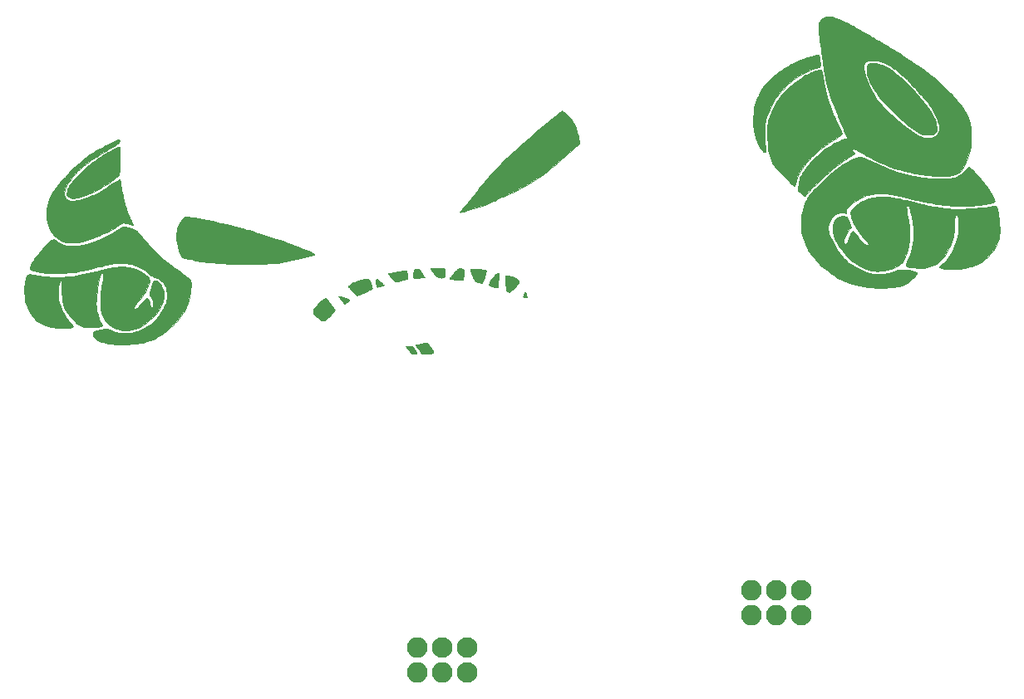
<source format=gbr>
G04 #@! TF.GenerationSoftware,KiCad,Pcbnew,(5.1.2)-1*
G04 #@! TF.CreationDate,2019-06-03T17:34:52+01:00*
G04 #@! TF.ProjectId,Lord Commander,4c6f7264-2043-46f6-9d6d-616e6465722e,rev?*
G04 #@! TF.SameCoordinates,Original*
G04 #@! TF.FileFunction,Soldermask,Top*
G04 #@! TF.FilePolarity,Negative*
%FSLAX46Y46*%
G04 Gerber Fmt 4.6, Leading zero omitted, Abs format (unit mm)*
G04 Created by KiCad (PCBNEW (5.1.2)-1) date 2019-06-03 17:34:52*
%MOMM*%
%LPD*%
G04 APERTURE LIST*
%ADD10C,0.010000*%
%ADD11C,2.100000*%
%ADD12O,2.100000X2.100000*%
G04 APERTURE END LIST*
D10*
G36*
X-10380478Y-7368933D02*
G01*
X-10310553Y-7373696D01*
X-10300177Y-7375087D01*
X-10235405Y-7391636D01*
X-10175998Y-7423832D01*
X-10117191Y-7476564D01*
X-10054220Y-7554722D01*
X-9982322Y-7663192D01*
X-9922420Y-7762690D01*
X-9848538Y-7889829D01*
X-9794745Y-7985914D01*
X-9758940Y-8055941D01*
X-9739018Y-8104906D01*
X-9732879Y-8137806D01*
X-9738419Y-8159636D01*
X-9749928Y-8172555D01*
X-9787610Y-8186494D01*
X-9855472Y-8197116D01*
X-9941450Y-8203869D01*
X-10033480Y-8206204D01*
X-10119500Y-8203566D01*
X-10187445Y-8195407D01*
X-10197908Y-8193037D01*
X-10243074Y-8178155D01*
X-10284842Y-8154514D01*
X-10330007Y-8116148D01*
X-10385362Y-8057090D01*
X-10457698Y-7971373D01*
X-10476780Y-7948083D01*
X-10559169Y-7844067D01*
X-10637682Y-7739257D01*
X-10708536Y-7639338D01*
X-10767944Y-7549993D01*
X-10812122Y-7476905D01*
X-10837285Y-7425757D01*
X-10840053Y-7402586D01*
X-10809731Y-7392169D01*
X-10747290Y-7382981D01*
X-10662936Y-7375544D01*
X-10566878Y-7370377D01*
X-10469323Y-7368000D01*
X-10380478Y-7368933D01*
X-10380478Y-7368933D01*
G37*
X-10380478Y-7368933D02*
X-10310553Y-7373696D01*
X-10300177Y-7375087D01*
X-10235405Y-7391636D01*
X-10175998Y-7423832D01*
X-10117191Y-7476564D01*
X-10054220Y-7554722D01*
X-9982322Y-7663192D01*
X-9922420Y-7762690D01*
X-9848538Y-7889829D01*
X-9794745Y-7985914D01*
X-9758940Y-8055941D01*
X-9739018Y-8104906D01*
X-9732879Y-8137806D01*
X-9738419Y-8159636D01*
X-9749928Y-8172555D01*
X-9787610Y-8186494D01*
X-9855472Y-8197116D01*
X-9941450Y-8203869D01*
X-10033480Y-8206204D01*
X-10119500Y-8203566D01*
X-10187445Y-8195407D01*
X-10197908Y-8193037D01*
X-10243074Y-8178155D01*
X-10284842Y-8154514D01*
X-10330007Y-8116148D01*
X-10385362Y-8057090D01*
X-10457698Y-7971373D01*
X-10476780Y-7948083D01*
X-10559169Y-7844067D01*
X-10637682Y-7739257D01*
X-10708536Y-7639338D01*
X-10767944Y-7549993D01*
X-10812122Y-7476905D01*
X-10837285Y-7425757D01*
X-10840053Y-7402586D01*
X-10809731Y-7392169D01*
X-10747290Y-7382981D01*
X-10662936Y-7375544D01*
X-10566878Y-7370377D01*
X-10469323Y-7368000D01*
X-10380478Y-7368933D01*
G36*
X-8708550Y-7079851D02*
G01*
X-8663652Y-7102057D01*
X-8619931Y-7138339D01*
X-8569732Y-7189630D01*
X-8487372Y-7283910D01*
X-8397992Y-7398532D01*
X-8307630Y-7524490D01*
X-8222323Y-7652778D01*
X-8148109Y-7774391D01*
X-8091025Y-7880322D01*
X-8062002Y-7947020D01*
X-8045552Y-7999857D01*
X-8049230Y-8032506D01*
X-8077404Y-8064069D01*
X-8091592Y-8076446D01*
X-8146642Y-8115820D01*
X-8213003Y-8146328D01*
X-8296603Y-8169110D01*
X-8403368Y-8185305D01*
X-8539225Y-8196051D01*
X-8710100Y-8202486D01*
X-8752416Y-8203426D01*
X-8880334Y-8204933D01*
X-8998132Y-8204361D01*
X-9097402Y-8201902D01*
X-9169739Y-8197748D01*
X-9203282Y-8193153D01*
X-9247842Y-8181456D01*
X-9274249Y-8168605D01*
X-9294147Y-8143715D01*
X-9319183Y-8095905D01*
X-9329635Y-8075069D01*
X-9358674Y-8026603D01*
X-9407755Y-7954255D01*
X-9470436Y-7867170D01*
X-9540276Y-7774492D01*
X-9552653Y-7758508D01*
X-9662870Y-7613288D01*
X-9749218Y-7491967D01*
X-9810623Y-7396255D01*
X-9846016Y-7327863D01*
X-9854325Y-7288501D01*
X-9850998Y-7282228D01*
X-9818692Y-7266956D01*
X-9751541Y-7246210D01*
X-9656445Y-7221555D01*
X-9540304Y-7194557D01*
X-9410016Y-7166779D01*
X-9272482Y-7139787D01*
X-9134600Y-7115145D01*
X-9062226Y-7103335D01*
X-8931462Y-7083461D01*
X-8834339Y-7071975D01*
X-8762740Y-7070297D01*
X-8708550Y-7079851D01*
X-8708550Y-7079851D01*
G37*
X-8708550Y-7079851D02*
X-8663652Y-7102057D01*
X-8619931Y-7138339D01*
X-8569732Y-7189630D01*
X-8487372Y-7283910D01*
X-8397992Y-7398532D01*
X-8307630Y-7524490D01*
X-8222323Y-7652778D01*
X-8148109Y-7774391D01*
X-8091025Y-7880322D01*
X-8062002Y-7947020D01*
X-8045552Y-7999857D01*
X-8049230Y-8032506D01*
X-8077404Y-8064069D01*
X-8091592Y-8076446D01*
X-8146642Y-8115820D01*
X-8213003Y-8146328D01*
X-8296603Y-8169110D01*
X-8403368Y-8185305D01*
X-8539225Y-8196051D01*
X-8710100Y-8202486D01*
X-8752416Y-8203426D01*
X-8880334Y-8204933D01*
X-8998132Y-8204361D01*
X-9097402Y-8201902D01*
X-9169739Y-8197748D01*
X-9203282Y-8193153D01*
X-9247842Y-8181456D01*
X-9274249Y-8168605D01*
X-9294147Y-8143715D01*
X-9319183Y-8095905D01*
X-9329635Y-8075069D01*
X-9358674Y-8026603D01*
X-9407755Y-7954255D01*
X-9470436Y-7867170D01*
X-9540276Y-7774492D01*
X-9552653Y-7758508D01*
X-9662870Y-7613288D01*
X-9749218Y-7491967D01*
X-9810623Y-7396255D01*
X-9846016Y-7327863D01*
X-9854325Y-7288501D01*
X-9850998Y-7282228D01*
X-9818692Y-7266956D01*
X-9751541Y-7246210D01*
X-9656445Y-7221555D01*
X-9540304Y-7194557D01*
X-9410016Y-7166779D01*
X-9272482Y-7139787D01*
X-9134600Y-7115145D01*
X-9062226Y-7103335D01*
X-8931462Y-7083461D01*
X-8834339Y-7071975D01*
X-8762740Y-7070297D01*
X-8708550Y-7079851D01*
G36*
X-39550094Y4819525D02*
G01*
X-39481654Y4801581D01*
X-39387201Y4774392D01*
X-39273754Y4740179D01*
X-39148337Y4701166D01*
X-39017971Y4659575D01*
X-38889677Y4617630D01*
X-38770479Y4577552D01*
X-38667396Y4541565D01*
X-38587452Y4511892D01*
X-38565666Y4503174D01*
X-38467392Y4461421D01*
X-38388033Y4423078D01*
X-38320687Y4382425D01*
X-38258449Y4333742D01*
X-38194415Y4271308D01*
X-38121679Y4189403D01*
X-38033339Y4082308D01*
X-37984483Y4021667D01*
X-37832557Y3836900D01*
X-37654678Y3628294D01*
X-37455640Y3401108D01*
X-37240238Y3160600D01*
X-37013267Y2912029D01*
X-36779521Y2660654D01*
X-36543796Y2411733D01*
X-36310885Y2170526D01*
X-36120916Y1977714D01*
X-35975528Y1832616D01*
X-35854388Y1714140D01*
X-35752765Y1618048D01*
X-35665931Y1540100D01*
X-35589157Y1476056D01*
X-35517712Y1421677D01*
X-35446868Y1372724D01*
X-35443583Y1370557D01*
X-35358822Y1312261D01*
X-35250783Y1234192D01*
X-35128938Y1143407D01*
X-35002756Y1046962D01*
X-34882666Y952675D01*
X-34503655Y656524D01*
X-34096659Y349963D01*
X-33671964Y40676D01*
X-33464500Y-106737D01*
X-33269797Y-247341D01*
X-33110368Y-370102D01*
X-32984048Y-476941D01*
X-32888673Y-569780D01*
X-32822080Y-650539D01*
X-32788585Y-706672D01*
X-32763550Y-776333D01*
X-32742543Y-865537D01*
X-32732852Y-931333D01*
X-32728830Y-1029258D01*
X-32732091Y-1159909D01*
X-32741919Y-1314439D01*
X-32757593Y-1484005D01*
X-32778396Y-1659760D01*
X-32803609Y-1832861D01*
X-32808496Y-1862666D01*
X-32828810Y-1986514D01*
X-32852123Y-2132045D01*
X-32875226Y-2279064D01*
X-32891018Y-2381685D01*
X-32954050Y-2684132D01*
X-33052359Y-3000885D01*
X-33183603Y-3326833D01*
X-33345440Y-3656868D01*
X-33535529Y-3985878D01*
X-33751528Y-4308753D01*
X-33811872Y-4391374D01*
X-33980676Y-4607908D01*
X-34169306Y-4831559D01*
X-34371173Y-5055528D01*
X-34579686Y-5273018D01*
X-34788257Y-5477231D01*
X-34990295Y-5661369D01*
X-35179210Y-5818636D01*
X-35242729Y-5867357D01*
X-35405937Y-5986681D01*
X-35577298Y-6107251D01*
X-35749526Y-6224265D01*
X-35915335Y-6332922D01*
X-36067441Y-6428420D01*
X-36198558Y-6505956D01*
X-36273397Y-6546688D01*
X-36573197Y-6686888D01*
X-36904165Y-6815462D01*
X-37256017Y-6929383D01*
X-37618471Y-7025623D01*
X-37981244Y-7101158D01*
X-38332833Y-7152821D01*
X-38552061Y-7173430D01*
X-38804824Y-7189924D01*
X-39082505Y-7202136D01*
X-39376491Y-7209898D01*
X-39678167Y-7213041D01*
X-39978917Y-7211397D01*
X-40270128Y-7204796D01*
X-40502416Y-7195230D01*
X-40635579Y-7187378D01*
X-40773994Y-7177419D01*
X-40902674Y-7166538D01*
X-41006631Y-7155922D01*
X-41021000Y-7154200D01*
X-41213354Y-7123455D01*
X-41421189Y-7078039D01*
X-41634792Y-7020981D01*
X-41844451Y-6955309D01*
X-42040453Y-6884051D01*
X-42213086Y-6810237D01*
X-42345271Y-6741288D01*
X-42442806Y-6674696D01*
X-42533111Y-6596877D01*
X-42608239Y-6516146D01*
X-42660243Y-6440818D01*
X-42679579Y-6391478D01*
X-42690952Y-6298254D01*
X-42692494Y-6192690D01*
X-42685350Y-6085888D01*
X-42670666Y-5988948D01*
X-42649587Y-5912971D01*
X-42625920Y-5871515D01*
X-42597771Y-5859521D01*
X-42533274Y-5840839D01*
X-42437661Y-5816727D01*
X-42316166Y-5788443D01*
X-42174021Y-5757244D01*
X-42016458Y-5724388D01*
X-41999519Y-5720951D01*
X-41814477Y-5683615D01*
X-41664552Y-5654587D01*
X-41543317Y-5634036D01*
X-41444347Y-5622129D01*
X-41361214Y-5619037D01*
X-41287492Y-5624928D01*
X-41216754Y-5639971D01*
X-41142575Y-5664334D01*
X-41058526Y-5698186D01*
X-40958183Y-5741696D01*
X-40942114Y-5748723D01*
X-40702661Y-5847667D01*
X-40483417Y-5925445D01*
X-40270935Y-5986575D01*
X-40146693Y-6015919D01*
X-40070829Y-6031520D01*
X-39999550Y-6043307D01*
X-39925082Y-6051793D01*
X-39839651Y-6057492D01*
X-39735481Y-6060918D01*
X-39604799Y-6062582D01*
X-39439830Y-6062999D01*
X-39433500Y-6062998D01*
X-39230907Y-6061587D01*
X-39054918Y-6056369D01*
X-38898706Y-6045650D01*
X-38755448Y-6027735D01*
X-38618318Y-6000933D01*
X-38480491Y-5963549D01*
X-38335142Y-5913890D01*
X-38175445Y-5850263D01*
X-37994575Y-5770974D01*
X-37785708Y-5674330D01*
X-37695777Y-5631849D01*
X-37444155Y-5510209D01*
X-37226791Y-5399057D01*
X-37038248Y-5294168D01*
X-36873089Y-5191318D01*
X-36725878Y-5086282D01*
X-36591177Y-4974837D01*
X-36463550Y-4852758D01*
X-36337559Y-4715821D01*
X-36207767Y-4559802D01*
X-36068739Y-4380478D01*
X-36045581Y-4349750D01*
X-35830659Y-4050075D01*
X-35649952Y-3767817D01*
X-35501301Y-3498734D01*
X-35382546Y-3238585D01*
X-35291530Y-2983128D01*
X-35230355Y-2748229D01*
X-35201333Y-2569218D01*
X-35185750Y-2371210D01*
X-35182975Y-2162846D01*
X-35192378Y-1952769D01*
X-35213327Y-1749622D01*
X-35245193Y-1562047D01*
X-35287344Y-1398686D01*
X-35338231Y-1270000D01*
X-35426094Y-1123514D01*
X-35543259Y-969620D01*
X-35680487Y-818417D01*
X-35828537Y-680005D01*
X-35978168Y-564485D01*
X-35992577Y-554771D01*
X-36110619Y-487054D01*
X-36250421Y-423759D01*
X-36345011Y-388958D01*
X-36475752Y-342752D01*
X-36590473Y-294688D01*
X-36697777Y-239715D01*
X-36806269Y-172786D01*
X-36924552Y-88850D01*
X-37061232Y17143D01*
X-37126333Y69565D01*
X-37374707Y258894D01*
X-37634885Y434572D01*
X-37898842Y591976D01*
X-38158554Y726482D01*
X-38405993Y833465D01*
X-38526999Y876636D01*
X-38717218Y934660D01*
X-38899271Y980315D01*
X-39081806Y1014753D01*
X-39273471Y1039125D01*
X-39482913Y1054583D01*
X-39718780Y1062279D01*
X-39930916Y1063624D01*
X-40098647Y1062576D01*
X-40248210Y1059746D01*
X-40385052Y1054289D01*
X-40514617Y1045362D01*
X-40642348Y1032123D01*
X-40773691Y1013728D01*
X-40914089Y989333D01*
X-41068988Y958095D01*
X-41243831Y919171D01*
X-41444064Y871717D01*
X-41675130Y814891D01*
X-41899416Y758696D01*
X-42202728Y682531D01*
X-42469955Y615955D01*
X-42705978Y557869D01*
X-42915673Y507173D01*
X-43103919Y462768D01*
X-43275594Y423554D01*
X-43435577Y388430D01*
X-43588745Y356298D01*
X-43739976Y326058D01*
X-43894148Y296609D01*
X-44056141Y266852D01*
X-44177405Y245143D01*
X-44666200Y164991D01*
X-45127460Y103519D01*
X-45571159Y59788D01*
X-46007276Y32859D01*
X-46445787Y21793D01*
X-46555023Y21394D01*
X-46777428Y23543D01*
X-46989360Y30281D01*
X-47197155Y42342D01*
X-47407147Y60457D01*
X-47625671Y85359D01*
X-47859061Y117781D01*
X-48113651Y158454D01*
X-48395777Y208111D01*
X-48711773Y267485D01*
X-48754155Y275663D01*
X-48898902Y308453D01*
X-49005643Y345408D01*
X-49078705Y390262D01*
X-49122415Y446749D01*
X-49141097Y518605D01*
X-49139234Y608105D01*
X-49120893Y709729D01*
X-49085238Y821031D01*
X-49030323Y945668D01*
X-48954207Y1087296D01*
X-48854944Y1249572D01*
X-48730593Y1436152D01*
X-48601806Y1619250D01*
X-48424259Y1860378D01*
X-48242933Y2094253D01*
X-48060275Y2318409D01*
X-47878735Y2530378D01*
X-47700761Y2727693D01*
X-47528803Y2907888D01*
X-47365309Y3068495D01*
X-47212727Y3207047D01*
X-47073506Y3321076D01*
X-46950096Y3408117D01*
X-46844944Y3465701D01*
X-46760500Y3491362D01*
X-46742523Y3492500D01*
X-46677844Y3483083D01*
X-46607080Y3452434D01*
X-46524256Y3396960D01*
X-46423397Y3313065D01*
X-46381925Y3275583D01*
X-46240120Y3155397D01*
X-46101043Y3060840D01*
X-45954705Y2987292D01*
X-45791114Y2930132D01*
X-45600280Y2884740D01*
X-45495664Y2865707D01*
X-45381687Y2851517D01*
X-45235242Y2840774D01*
X-45066058Y2833559D01*
X-44883866Y2829955D01*
X-44698397Y2830045D01*
X-44519380Y2833909D01*
X-44356547Y2841631D01*
X-44219627Y2853293D01*
X-44206583Y2854818D01*
X-43762944Y2924207D01*
X-43313246Y3026275D01*
X-42855570Y3161770D01*
X-42387998Y3331438D01*
X-41908611Y3536027D01*
X-41415491Y3776282D01*
X-40906718Y4052951D01*
X-40481250Y4304607D01*
X-40282147Y4426319D01*
X-40115951Y4527672D01*
X-39979514Y4610498D01*
X-39869692Y4676627D01*
X-39783338Y4727892D01*
X-39717306Y4766123D01*
X-39668451Y4793151D01*
X-39633626Y4810807D01*
X-39609686Y4820923D01*
X-39593485Y4825330D01*
X-39585496Y4826000D01*
X-39550094Y4819525D01*
X-39550094Y4819525D01*
G37*
X-39550094Y4819525D02*
X-39481654Y4801581D01*
X-39387201Y4774392D01*
X-39273754Y4740179D01*
X-39148337Y4701166D01*
X-39017971Y4659575D01*
X-38889677Y4617630D01*
X-38770479Y4577552D01*
X-38667396Y4541565D01*
X-38587452Y4511892D01*
X-38565666Y4503174D01*
X-38467392Y4461421D01*
X-38388033Y4423078D01*
X-38320687Y4382425D01*
X-38258449Y4333742D01*
X-38194415Y4271308D01*
X-38121679Y4189403D01*
X-38033339Y4082308D01*
X-37984483Y4021667D01*
X-37832557Y3836900D01*
X-37654678Y3628294D01*
X-37455640Y3401108D01*
X-37240238Y3160600D01*
X-37013267Y2912029D01*
X-36779521Y2660654D01*
X-36543796Y2411733D01*
X-36310885Y2170526D01*
X-36120916Y1977714D01*
X-35975528Y1832616D01*
X-35854388Y1714140D01*
X-35752765Y1618048D01*
X-35665931Y1540100D01*
X-35589157Y1476056D01*
X-35517712Y1421677D01*
X-35446868Y1372724D01*
X-35443583Y1370557D01*
X-35358822Y1312261D01*
X-35250783Y1234192D01*
X-35128938Y1143407D01*
X-35002756Y1046962D01*
X-34882666Y952675D01*
X-34503655Y656524D01*
X-34096659Y349963D01*
X-33671964Y40676D01*
X-33464500Y-106737D01*
X-33269797Y-247341D01*
X-33110368Y-370102D01*
X-32984048Y-476941D01*
X-32888673Y-569780D01*
X-32822080Y-650539D01*
X-32788585Y-706672D01*
X-32763550Y-776333D01*
X-32742543Y-865537D01*
X-32732852Y-931333D01*
X-32728830Y-1029258D01*
X-32732091Y-1159909D01*
X-32741919Y-1314439D01*
X-32757593Y-1484005D01*
X-32778396Y-1659760D01*
X-32803609Y-1832861D01*
X-32808496Y-1862666D01*
X-32828810Y-1986514D01*
X-32852123Y-2132045D01*
X-32875226Y-2279064D01*
X-32891018Y-2381685D01*
X-32954050Y-2684132D01*
X-33052359Y-3000885D01*
X-33183603Y-3326833D01*
X-33345440Y-3656868D01*
X-33535529Y-3985878D01*
X-33751528Y-4308753D01*
X-33811872Y-4391374D01*
X-33980676Y-4607908D01*
X-34169306Y-4831559D01*
X-34371173Y-5055528D01*
X-34579686Y-5273018D01*
X-34788257Y-5477231D01*
X-34990295Y-5661369D01*
X-35179210Y-5818636D01*
X-35242729Y-5867357D01*
X-35405937Y-5986681D01*
X-35577298Y-6107251D01*
X-35749526Y-6224265D01*
X-35915335Y-6332922D01*
X-36067441Y-6428420D01*
X-36198558Y-6505956D01*
X-36273397Y-6546688D01*
X-36573197Y-6686888D01*
X-36904165Y-6815462D01*
X-37256017Y-6929383D01*
X-37618471Y-7025623D01*
X-37981244Y-7101158D01*
X-38332833Y-7152821D01*
X-38552061Y-7173430D01*
X-38804824Y-7189924D01*
X-39082505Y-7202136D01*
X-39376491Y-7209898D01*
X-39678167Y-7213041D01*
X-39978917Y-7211397D01*
X-40270128Y-7204796D01*
X-40502416Y-7195230D01*
X-40635579Y-7187378D01*
X-40773994Y-7177419D01*
X-40902674Y-7166538D01*
X-41006631Y-7155922D01*
X-41021000Y-7154200D01*
X-41213354Y-7123455D01*
X-41421189Y-7078039D01*
X-41634792Y-7020981D01*
X-41844451Y-6955309D01*
X-42040453Y-6884051D01*
X-42213086Y-6810237D01*
X-42345271Y-6741288D01*
X-42442806Y-6674696D01*
X-42533111Y-6596877D01*
X-42608239Y-6516146D01*
X-42660243Y-6440818D01*
X-42679579Y-6391478D01*
X-42690952Y-6298254D01*
X-42692494Y-6192690D01*
X-42685350Y-6085888D01*
X-42670666Y-5988948D01*
X-42649587Y-5912971D01*
X-42625920Y-5871515D01*
X-42597771Y-5859521D01*
X-42533274Y-5840839D01*
X-42437661Y-5816727D01*
X-42316166Y-5788443D01*
X-42174021Y-5757244D01*
X-42016458Y-5724388D01*
X-41999519Y-5720951D01*
X-41814477Y-5683615D01*
X-41664552Y-5654587D01*
X-41543317Y-5634036D01*
X-41444347Y-5622129D01*
X-41361214Y-5619037D01*
X-41287492Y-5624928D01*
X-41216754Y-5639971D01*
X-41142575Y-5664334D01*
X-41058526Y-5698186D01*
X-40958183Y-5741696D01*
X-40942114Y-5748723D01*
X-40702661Y-5847667D01*
X-40483417Y-5925445D01*
X-40270935Y-5986575D01*
X-40146693Y-6015919D01*
X-40070829Y-6031520D01*
X-39999550Y-6043307D01*
X-39925082Y-6051793D01*
X-39839651Y-6057492D01*
X-39735481Y-6060918D01*
X-39604799Y-6062582D01*
X-39439830Y-6062999D01*
X-39433500Y-6062998D01*
X-39230907Y-6061587D01*
X-39054918Y-6056369D01*
X-38898706Y-6045650D01*
X-38755448Y-6027735D01*
X-38618318Y-6000933D01*
X-38480491Y-5963549D01*
X-38335142Y-5913890D01*
X-38175445Y-5850263D01*
X-37994575Y-5770974D01*
X-37785708Y-5674330D01*
X-37695777Y-5631849D01*
X-37444155Y-5510209D01*
X-37226791Y-5399057D01*
X-37038248Y-5294168D01*
X-36873089Y-5191318D01*
X-36725878Y-5086282D01*
X-36591177Y-4974837D01*
X-36463550Y-4852758D01*
X-36337559Y-4715821D01*
X-36207767Y-4559802D01*
X-36068739Y-4380478D01*
X-36045581Y-4349750D01*
X-35830659Y-4050075D01*
X-35649952Y-3767817D01*
X-35501301Y-3498734D01*
X-35382546Y-3238585D01*
X-35291530Y-2983128D01*
X-35230355Y-2748229D01*
X-35201333Y-2569218D01*
X-35185750Y-2371210D01*
X-35182975Y-2162846D01*
X-35192378Y-1952769D01*
X-35213327Y-1749622D01*
X-35245193Y-1562047D01*
X-35287344Y-1398686D01*
X-35338231Y-1270000D01*
X-35426094Y-1123514D01*
X-35543259Y-969620D01*
X-35680487Y-818417D01*
X-35828537Y-680005D01*
X-35978168Y-564485D01*
X-35992577Y-554771D01*
X-36110619Y-487054D01*
X-36250421Y-423759D01*
X-36345011Y-388958D01*
X-36475752Y-342752D01*
X-36590473Y-294688D01*
X-36697777Y-239715D01*
X-36806269Y-172786D01*
X-36924552Y-88850D01*
X-37061232Y17143D01*
X-37126333Y69565D01*
X-37374707Y258894D01*
X-37634885Y434572D01*
X-37898842Y591976D01*
X-38158554Y726482D01*
X-38405993Y833465D01*
X-38526999Y876636D01*
X-38717218Y934660D01*
X-38899271Y980315D01*
X-39081806Y1014753D01*
X-39273471Y1039125D01*
X-39482913Y1054583D01*
X-39718780Y1062279D01*
X-39930916Y1063624D01*
X-40098647Y1062576D01*
X-40248210Y1059746D01*
X-40385052Y1054289D01*
X-40514617Y1045362D01*
X-40642348Y1032123D01*
X-40773691Y1013728D01*
X-40914089Y989333D01*
X-41068988Y958095D01*
X-41243831Y919171D01*
X-41444064Y871717D01*
X-41675130Y814891D01*
X-41899416Y758696D01*
X-42202728Y682531D01*
X-42469955Y615955D01*
X-42705978Y557869D01*
X-42915673Y507173D01*
X-43103919Y462768D01*
X-43275594Y423554D01*
X-43435577Y388430D01*
X-43588745Y356298D01*
X-43739976Y326058D01*
X-43894148Y296609D01*
X-44056141Y266852D01*
X-44177405Y245143D01*
X-44666200Y164991D01*
X-45127460Y103519D01*
X-45571159Y59788D01*
X-46007276Y32859D01*
X-46445787Y21793D01*
X-46555023Y21394D01*
X-46777428Y23543D01*
X-46989360Y30281D01*
X-47197155Y42342D01*
X-47407147Y60457D01*
X-47625671Y85359D01*
X-47859061Y117781D01*
X-48113651Y158454D01*
X-48395777Y208111D01*
X-48711773Y267485D01*
X-48754155Y275663D01*
X-48898902Y308453D01*
X-49005643Y345408D01*
X-49078705Y390262D01*
X-49122415Y446749D01*
X-49141097Y518605D01*
X-49139234Y608105D01*
X-49120893Y709729D01*
X-49085238Y821031D01*
X-49030323Y945668D01*
X-48954207Y1087296D01*
X-48854944Y1249572D01*
X-48730593Y1436152D01*
X-48601806Y1619250D01*
X-48424259Y1860378D01*
X-48242933Y2094253D01*
X-48060275Y2318409D01*
X-47878735Y2530378D01*
X-47700761Y2727693D01*
X-47528803Y2907888D01*
X-47365309Y3068495D01*
X-47212727Y3207047D01*
X-47073506Y3321076D01*
X-46950096Y3408117D01*
X-46844944Y3465701D01*
X-46760500Y3491362D01*
X-46742523Y3492500D01*
X-46677844Y3483083D01*
X-46607080Y3452434D01*
X-46524256Y3396960D01*
X-46423397Y3313065D01*
X-46381925Y3275583D01*
X-46240120Y3155397D01*
X-46101043Y3060840D01*
X-45954705Y2987292D01*
X-45791114Y2930132D01*
X-45600280Y2884740D01*
X-45495664Y2865707D01*
X-45381687Y2851517D01*
X-45235242Y2840774D01*
X-45066058Y2833559D01*
X-44883866Y2829955D01*
X-44698397Y2830045D01*
X-44519380Y2833909D01*
X-44356547Y2841631D01*
X-44219627Y2853293D01*
X-44206583Y2854818D01*
X-43762944Y2924207D01*
X-43313246Y3026275D01*
X-42855570Y3161770D01*
X-42387998Y3331438D01*
X-41908611Y3536027D01*
X-41415491Y3776282D01*
X-40906718Y4052951D01*
X-40481250Y4304607D01*
X-40282147Y4426319D01*
X-40115951Y4527672D01*
X-39979514Y4610498D01*
X-39869692Y4676627D01*
X-39783338Y4727892D01*
X-39717306Y4766123D01*
X-39668451Y4793151D01*
X-39633626Y4810807D01*
X-39609686Y4820923D01*
X-39593485Y4825330D01*
X-39585496Y4826000D01*
X-39550094Y4819525D01*
G36*
X-39664837Y686581D02*
G01*
X-39527521Y684667D01*
X-39414910Y680704D01*
X-39318194Y674137D01*
X-39228564Y664410D01*
X-39137211Y650967D01*
X-39063083Y638258D01*
X-38705933Y557809D01*
X-38367177Y446205D01*
X-38041590Y300979D01*
X-37723945Y119665D01*
X-37409014Y-100205D01*
X-37275008Y-205688D01*
X-37149040Y-317937D01*
X-37059942Y-423902D01*
X-37004913Y-531878D01*
X-36981151Y-650161D01*
X-36985853Y-787046D01*
X-37016216Y-950826D01*
X-37019127Y-963083D01*
X-37082528Y-1191010D01*
X-37163019Y-1413840D01*
X-37263092Y-1635836D01*
X-37385238Y-1861257D01*
X-37531951Y-2094364D01*
X-37705723Y-2339419D01*
X-37909047Y-2600682D01*
X-38136375Y-2873055D01*
X-38269194Y-3030529D01*
X-38374162Y-3161353D01*
X-38453498Y-3268676D01*
X-38509423Y-3355643D01*
X-38544157Y-3425403D01*
X-38558193Y-3471005D01*
X-38556741Y-3537610D01*
X-38525667Y-3581085D01*
X-38471554Y-3600238D01*
X-38400985Y-3593875D01*
X-38320543Y-3560805D01*
X-38265565Y-3524021D01*
X-38218333Y-3482211D01*
X-38145548Y-3410886D01*
X-38049475Y-3312441D01*
X-37932379Y-3189269D01*
X-37796529Y-3043765D01*
X-37644188Y-2878324D01*
X-37477624Y-2695338D01*
X-37401500Y-2611089D01*
X-37263916Y-2458493D01*
X-37133431Y-2590316D01*
X-37071805Y-2656538D01*
X-37024786Y-2719346D01*
X-36988966Y-2787305D01*
X-36960935Y-2868978D01*
X-36937286Y-2972929D01*
X-36914610Y-3107722D01*
X-36906893Y-3159517D01*
X-36882041Y-3296632D01*
X-36852882Y-3392900D01*
X-36818270Y-3449690D01*
X-36777061Y-3468369D01*
X-36728107Y-3450306D01*
X-36690290Y-3418214D01*
X-36622579Y-3321757D01*
X-36582156Y-3199061D01*
X-36570006Y-3057053D01*
X-36587112Y-2902665D01*
X-36606134Y-2825750D01*
X-36643203Y-2717464D01*
X-36691428Y-2603090D01*
X-36745666Y-2492624D01*
X-36800775Y-2396061D01*
X-36851611Y-2323397D01*
X-36879837Y-2293792D01*
X-36925964Y-2246836D01*
X-36956113Y-2200968D01*
X-36959271Y-2192388D01*
X-36964780Y-2127422D01*
X-36956004Y-2030302D01*
X-36934259Y-1908231D01*
X-36900860Y-1768409D01*
X-36857122Y-1618037D01*
X-36850743Y-1598083D01*
X-36809992Y-1468573D01*
X-36765806Y-1322707D01*
X-36724529Y-1181659D01*
X-36701733Y-1100666D01*
X-36661237Y-959249D01*
X-36625723Y-854271D01*
X-36591080Y-780823D01*
X-36553201Y-733999D01*
X-36507976Y-708890D01*
X-36451297Y-700590D01*
X-36379055Y-704190D01*
X-36370502Y-705048D01*
X-36215503Y-741391D01*
X-36072774Y-817362D01*
X-35941918Y-933302D01*
X-35822535Y-1089555D01*
X-35728405Y-1257113D01*
X-35642133Y-1452139D01*
X-35582042Y-1639129D01*
X-35544150Y-1833794D01*
X-35524477Y-2051847D01*
X-35523859Y-2064512D01*
X-35519950Y-2271253D01*
X-35529972Y-2461751D01*
X-35555967Y-2642817D01*
X-35599981Y-2821261D01*
X-35664056Y-3003892D01*
X-35750234Y-3197520D01*
X-35860560Y-3408954D01*
X-35997077Y-3645004D01*
X-35999116Y-3648402D01*
X-36139421Y-3870118D01*
X-36280287Y-4065719D01*
X-36433225Y-4249985D01*
X-36609743Y-4437695D01*
X-36628558Y-4456646D01*
X-36911173Y-4720422D01*
X-37208708Y-4961077D01*
X-37516600Y-5175984D01*
X-37830281Y-5362516D01*
X-38145189Y-5518047D01*
X-38456756Y-5639948D01*
X-38760418Y-5725593D01*
X-38872583Y-5748049D01*
X-39030150Y-5770094D01*
X-39202210Y-5784448D01*
X-39376587Y-5790830D01*
X-39541103Y-5788957D01*
X-39683580Y-5778550D01*
X-39752105Y-5768344D01*
X-39871399Y-5741826D01*
X-40016970Y-5703583D01*
X-40175756Y-5657525D01*
X-40334696Y-5607563D01*
X-40480727Y-5557610D01*
X-40576500Y-5521475D01*
X-40845993Y-5392627D01*
X-41086709Y-5232909D01*
X-41298677Y-5042271D01*
X-41481925Y-4820665D01*
X-41636484Y-4568042D01*
X-41762382Y-4284354D01*
X-41859649Y-3969552D01*
X-41928313Y-3623588D01*
X-41968404Y-3246412D01*
X-41971447Y-3196373D01*
X-41979523Y-2995714D01*
X-41980798Y-2794816D01*
X-41974798Y-2588355D01*
X-41961047Y-2371007D01*
X-41939071Y-2137448D01*
X-41908395Y-1882355D01*
X-41868544Y-1600402D01*
X-41819044Y-1286267D01*
X-41780791Y-1058333D01*
X-41752746Y-890640D01*
X-41726647Y-727263D01*
X-41703562Y-575449D01*
X-41684557Y-442449D01*
X-41670696Y-335512D01*
X-41663048Y-261887D01*
X-41662492Y-254000D01*
X-41657923Y-163528D01*
X-41659181Y-103834D01*
X-41667865Y-63572D01*
X-41685574Y-31397D01*
X-41695750Y-17990D01*
X-41748131Y29509D01*
X-41805569Y60818D01*
X-41855734Y72480D01*
X-41892600Y58859D01*
X-41920429Y33829D01*
X-41951154Y-8243D01*
X-41981897Y-74317D01*
X-42013277Y-166946D01*
X-42045911Y-288684D01*
X-42080418Y-442085D01*
X-42117416Y-629704D01*
X-42157525Y-854094D01*
X-42201362Y-1117808D01*
X-42205421Y-1143000D01*
X-42241488Y-1376870D01*
X-42277997Y-1631043D01*
X-42313363Y-1893349D01*
X-42346000Y-2151617D01*
X-42374324Y-2393674D01*
X-42396748Y-2607350D01*
X-42398413Y-2624666D01*
X-42414455Y-3009014D01*
X-42390953Y-3402936D01*
X-42328634Y-3802949D01*
X-42228223Y-4205568D01*
X-42090446Y-4607312D01*
X-41916029Y-5004695D01*
X-41892795Y-5051675D01*
X-41842394Y-5153615D01*
X-41810190Y-5224840D01*
X-41795045Y-5272296D01*
X-41795819Y-5302929D01*
X-41811377Y-5323684D01*
X-41840578Y-5341507D01*
X-41844933Y-5343773D01*
X-41891833Y-5362642D01*
X-41968234Y-5387604D01*
X-42062440Y-5415012D01*
X-42137052Y-5434805D01*
X-42213128Y-5453563D01*
X-42279191Y-5467771D01*
X-42343009Y-5478058D01*
X-42412354Y-5485054D01*
X-42494994Y-5489388D01*
X-42598700Y-5491690D01*
X-42731243Y-5492590D01*
X-42851916Y-5492723D01*
X-43107271Y-5489575D01*
X-43327346Y-5478711D01*
X-43518818Y-5458045D01*
X-43688367Y-5425491D01*
X-43842669Y-5378964D01*
X-43988402Y-5316378D01*
X-44132243Y-5235648D01*
X-44280871Y-5134687D01*
X-44440963Y-5011410D01*
X-44471166Y-4986971D01*
X-44764393Y-4722533D01*
X-45029460Y-4430738D01*
X-45263641Y-4115649D01*
X-45464211Y-3781328D01*
X-45628443Y-3431835D01*
X-45751246Y-3079439D01*
X-45779511Y-2979171D01*
X-45803097Y-2887235D01*
X-45822515Y-2798348D01*
X-45838275Y-2707228D01*
X-45850887Y-2608594D01*
X-45860863Y-2497164D01*
X-45868711Y-2367655D01*
X-45874943Y-2214786D01*
X-45880068Y-2033275D01*
X-45884598Y-1817840D01*
X-45887206Y-1672166D01*
X-45891357Y-1444466D01*
X-45895530Y-1255595D01*
X-45900109Y-1102052D01*
X-45905478Y-980335D01*
X-45912019Y-886943D01*
X-45920117Y-818372D01*
X-45930156Y-771121D01*
X-45942519Y-741689D01*
X-45957589Y-726573D01*
X-45975752Y-722271D01*
X-45991100Y-723932D01*
X-46021526Y-748028D01*
X-46059829Y-805749D01*
X-46102666Y-889900D01*
X-46146693Y-993284D01*
X-46188566Y-1108708D01*
X-46223750Y-1224583D01*
X-46241977Y-1293729D01*
X-46255734Y-1354714D01*
X-46265647Y-1415173D01*
X-46272341Y-1482743D01*
X-46276442Y-1565062D01*
X-46278574Y-1669767D01*
X-46279363Y-1804495D01*
X-46279452Y-1905000D01*
X-46279107Y-2064132D01*
X-46277610Y-2189607D01*
X-46274278Y-2290101D01*
X-46268428Y-2374286D01*
X-46259375Y-2450838D01*
X-46246437Y-2528429D01*
X-46228931Y-2615735D01*
X-46220261Y-2656416D01*
X-46137533Y-2983766D01*
X-46030395Y-3316379D01*
X-45903003Y-3644171D01*
X-45759514Y-3957056D01*
X-45604082Y-4244949D01*
X-45491849Y-4424043D01*
X-45416297Y-4531024D01*
X-45324050Y-4653008D01*
X-45227393Y-4774139D01*
X-45147654Y-4868333D01*
X-45018654Y-5018000D01*
X-44915026Y-5144583D01*
X-44837936Y-5246525D01*
X-44788552Y-5322267D01*
X-44768037Y-5370254D01*
X-44767500Y-5376070D01*
X-44776671Y-5414639D01*
X-44806242Y-5446813D01*
X-44859294Y-5473191D01*
X-44938912Y-5494375D01*
X-45048178Y-5510964D01*
X-45190176Y-5523559D01*
X-45367988Y-5532759D01*
X-45584699Y-5539165D01*
X-45607815Y-5539658D01*
X-45935491Y-5541729D01*
X-46230203Y-5532856D01*
X-46500150Y-5511981D01*
X-46753531Y-5478044D01*
X-46998545Y-5429985D01*
X-47243391Y-5366744D01*
X-47455666Y-5300871D01*
X-47767069Y-5185562D01*
X-48042931Y-5056304D01*
X-48288911Y-4908882D01*
X-48510667Y-4739084D01*
X-48713859Y-4542694D01*
X-48904143Y-4315500D01*
X-49045426Y-4116916D01*
X-49179397Y-3895793D01*
X-49308215Y-3644229D01*
X-49426867Y-3374118D01*
X-49530337Y-3097352D01*
X-49613613Y-2825825D01*
X-49647832Y-2688166D01*
X-49660145Y-2610545D01*
X-49670935Y-2497701D01*
X-49680068Y-2356724D01*
X-49687407Y-2194702D01*
X-49692817Y-2018723D01*
X-49696162Y-1835877D01*
X-49697306Y-1653251D01*
X-49696113Y-1477935D01*
X-49692448Y-1317017D01*
X-49686173Y-1177585D01*
X-49678636Y-1080738D01*
X-49644675Y-818837D01*
X-49599617Y-594936D01*
X-49543707Y-409560D01*
X-49477193Y-263237D01*
X-49400321Y-156496D01*
X-49313337Y-89864D01*
X-49216490Y-63867D01*
X-49202821Y-63500D01*
X-49168245Y-67168D01*
X-49098013Y-77516D01*
X-48998105Y-93559D01*
X-48874497Y-114312D01*
X-48733168Y-138788D01*
X-48580097Y-166004D01*
X-48572062Y-167452D01*
X-48226462Y-226321D01*
X-47906803Y-272920D01*
X-47601108Y-308308D01*
X-47297402Y-333549D01*
X-46983708Y-349704D01*
X-46648051Y-357834D01*
X-46407916Y-359321D01*
X-46069474Y-355694D01*
X-45739980Y-344162D01*
X-45414624Y-324013D01*
X-45088596Y-294533D01*
X-44757085Y-255010D01*
X-44415282Y-204730D01*
X-44058377Y-142981D01*
X-43681558Y-69049D01*
X-43280017Y17778D01*
X-42848943Y118214D01*
X-42383525Y232970D01*
X-42343354Y243122D01*
X-42083456Y308789D01*
X-41859744Y364962D01*
X-41667418Y412744D01*
X-41501680Y453239D01*
X-41357729Y487549D01*
X-41230766Y516777D01*
X-41115991Y542027D01*
X-41008605Y564400D01*
X-40903808Y584999D01*
X-40796801Y604929D01*
X-40682783Y625290D01*
X-40671750Y627228D01*
X-40556168Y646862D01*
X-40457032Y661671D01*
X-40364911Y672330D01*
X-40270378Y679514D01*
X-40164002Y683897D01*
X-40036355Y686151D01*
X-39878007Y686953D01*
X-39835666Y687003D01*
X-39664837Y686581D01*
X-39664837Y686581D01*
G37*
X-39664837Y686581D02*
X-39527521Y684667D01*
X-39414910Y680704D01*
X-39318194Y674137D01*
X-39228564Y664410D01*
X-39137211Y650967D01*
X-39063083Y638258D01*
X-38705933Y557809D01*
X-38367177Y446205D01*
X-38041590Y300979D01*
X-37723945Y119665D01*
X-37409014Y-100205D01*
X-37275008Y-205688D01*
X-37149040Y-317937D01*
X-37059942Y-423902D01*
X-37004913Y-531878D01*
X-36981151Y-650161D01*
X-36985853Y-787046D01*
X-37016216Y-950826D01*
X-37019127Y-963083D01*
X-37082528Y-1191010D01*
X-37163019Y-1413840D01*
X-37263092Y-1635836D01*
X-37385238Y-1861257D01*
X-37531951Y-2094364D01*
X-37705723Y-2339419D01*
X-37909047Y-2600682D01*
X-38136375Y-2873055D01*
X-38269194Y-3030529D01*
X-38374162Y-3161353D01*
X-38453498Y-3268676D01*
X-38509423Y-3355643D01*
X-38544157Y-3425403D01*
X-38558193Y-3471005D01*
X-38556741Y-3537610D01*
X-38525667Y-3581085D01*
X-38471554Y-3600238D01*
X-38400985Y-3593875D01*
X-38320543Y-3560805D01*
X-38265565Y-3524021D01*
X-38218333Y-3482211D01*
X-38145548Y-3410886D01*
X-38049475Y-3312441D01*
X-37932379Y-3189269D01*
X-37796529Y-3043765D01*
X-37644188Y-2878324D01*
X-37477624Y-2695338D01*
X-37401500Y-2611089D01*
X-37263916Y-2458493D01*
X-37133431Y-2590316D01*
X-37071805Y-2656538D01*
X-37024786Y-2719346D01*
X-36988966Y-2787305D01*
X-36960935Y-2868978D01*
X-36937286Y-2972929D01*
X-36914610Y-3107722D01*
X-36906893Y-3159517D01*
X-36882041Y-3296632D01*
X-36852882Y-3392900D01*
X-36818270Y-3449690D01*
X-36777061Y-3468369D01*
X-36728107Y-3450306D01*
X-36690290Y-3418214D01*
X-36622579Y-3321757D01*
X-36582156Y-3199061D01*
X-36570006Y-3057053D01*
X-36587112Y-2902665D01*
X-36606134Y-2825750D01*
X-36643203Y-2717464D01*
X-36691428Y-2603090D01*
X-36745666Y-2492624D01*
X-36800775Y-2396061D01*
X-36851611Y-2323397D01*
X-36879837Y-2293792D01*
X-36925964Y-2246836D01*
X-36956113Y-2200968D01*
X-36959271Y-2192388D01*
X-36964780Y-2127422D01*
X-36956004Y-2030302D01*
X-36934259Y-1908231D01*
X-36900860Y-1768409D01*
X-36857122Y-1618037D01*
X-36850743Y-1598083D01*
X-36809992Y-1468573D01*
X-36765806Y-1322707D01*
X-36724529Y-1181659D01*
X-36701733Y-1100666D01*
X-36661237Y-959249D01*
X-36625723Y-854271D01*
X-36591080Y-780823D01*
X-36553201Y-733999D01*
X-36507976Y-708890D01*
X-36451297Y-700590D01*
X-36379055Y-704190D01*
X-36370502Y-705048D01*
X-36215503Y-741391D01*
X-36072774Y-817362D01*
X-35941918Y-933302D01*
X-35822535Y-1089555D01*
X-35728405Y-1257113D01*
X-35642133Y-1452139D01*
X-35582042Y-1639129D01*
X-35544150Y-1833794D01*
X-35524477Y-2051847D01*
X-35523859Y-2064512D01*
X-35519950Y-2271253D01*
X-35529972Y-2461751D01*
X-35555967Y-2642817D01*
X-35599981Y-2821261D01*
X-35664056Y-3003892D01*
X-35750234Y-3197520D01*
X-35860560Y-3408954D01*
X-35997077Y-3645004D01*
X-35999116Y-3648402D01*
X-36139421Y-3870118D01*
X-36280287Y-4065719D01*
X-36433225Y-4249985D01*
X-36609743Y-4437695D01*
X-36628558Y-4456646D01*
X-36911173Y-4720422D01*
X-37208708Y-4961077D01*
X-37516600Y-5175984D01*
X-37830281Y-5362516D01*
X-38145189Y-5518047D01*
X-38456756Y-5639948D01*
X-38760418Y-5725593D01*
X-38872583Y-5748049D01*
X-39030150Y-5770094D01*
X-39202210Y-5784448D01*
X-39376587Y-5790830D01*
X-39541103Y-5788957D01*
X-39683580Y-5778550D01*
X-39752105Y-5768344D01*
X-39871399Y-5741826D01*
X-40016970Y-5703583D01*
X-40175756Y-5657525D01*
X-40334696Y-5607563D01*
X-40480727Y-5557610D01*
X-40576500Y-5521475D01*
X-40845993Y-5392627D01*
X-41086709Y-5232909D01*
X-41298677Y-5042271D01*
X-41481925Y-4820665D01*
X-41636484Y-4568042D01*
X-41762382Y-4284354D01*
X-41859649Y-3969552D01*
X-41928313Y-3623588D01*
X-41968404Y-3246412D01*
X-41971447Y-3196373D01*
X-41979523Y-2995714D01*
X-41980798Y-2794816D01*
X-41974798Y-2588355D01*
X-41961047Y-2371007D01*
X-41939071Y-2137448D01*
X-41908395Y-1882355D01*
X-41868544Y-1600402D01*
X-41819044Y-1286267D01*
X-41780791Y-1058333D01*
X-41752746Y-890640D01*
X-41726647Y-727263D01*
X-41703562Y-575449D01*
X-41684557Y-442449D01*
X-41670696Y-335512D01*
X-41663048Y-261887D01*
X-41662492Y-254000D01*
X-41657923Y-163528D01*
X-41659181Y-103834D01*
X-41667865Y-63572D01*
X-41685574Y-31397D01*
X-41695750Y-17990D01*
X-41748131Y29509D01*
X-41805569Y60818D01*
X-41855734Y72480D01*
X-41892600Y58859D01*
X-41920429Y33829D01*
X-41951154Y-8243D01*
X-41981897Y-74317D01*
X-42013277Y-166946D01*
X-42045911Y-288684D01*
X-42080418Y-442085D01*
X-42117416Y-629704D01*
X-42157525Y-854094D01*
X-42201362Y-1117808D01*
X-42205421Y-1143000D01*
X-42241488Y-1376870D01*
X-42277997Y-1631043D01*
X-42313363Y-1893349D01*
X-42346000Y-2151617D01*
X-42374324Y-2393674D01*
X-42396748Y-2607350D01*
X-42398413Y-2624666D01*
X-42414455Y-3009014D01*
X-42390953Y-3402936D01*
X-42328634Y-3802949D01*
X-42228223Y-4205568D01*
X-42090446Y-4607312D01*
X-41916029Y-5004695D01*
X-41892795Y-5051675D01*
X-41842394Y-5153615D01*
X-41810190Y-5224840D01*
X-41795045Y-5272296D01*
X-41795819Y-5302929D01*
X-41811377Y-5323684D01*
X-41840578Y-5341507D01*
X-41844933Y-5343773D01*
X-41891833Y-5362642D01*
X-41968234Y-5387604D01*
X-42062440Y-5415012D01*
X-42137052Y-5434805D01*
X-42213128Y-5453563D01*
X-42279191Y-5467771D01*
X-42343009Y-5478058D01*
X-42412354Y-5485054D01*
X-42494994Y-5489388D01*
X-42598700Y-5491690D01*
X-42731243Y-5492590D01*
X-42851916Y-5492723D01*
X-43107271Y-5489575D01*
X-43327346Y-5478711D01*
X-43518818Y-5458045D01*
X-43688367Y-5425491D01*
X-43842669Y-5378964D01*
X-43988402Y-5316378D01*
X-44132243Y-5235648D01*
X-44280871Y-5134687D01*
X-44440963Y-5011410D01*
X-44471166Y-4986971D01*
X-44764393Y-4722533D01*
X-45029460Y-4430738D01*
X-45263641Y-4115649D01*
X-45464211Y-3781328D01*
X-45628443Y-3431835D01*
X-45751246Y-3079439D01*
X-45779511Y-2979171D01*
X-45803097Y-2887235D01*
X-45822515Y-2798348D01*
X-45838275Y-2707228D01*
X-45850887Y-2608594D01*
X-45860863Y-2497164D01*
X-45868711Y-2367655D01*
X-45874943Y-2214786D01*
X-45880068Y-2033275D01*
X-45884598Y-1817840D01*
X-45887206Y-1672166D01*
X-45891357Y-1444466D01*
X-45895530Y-1255595D01*
X-45900109Y-1102052D01*
X-45905478Y-980335D01*
X-45912019Y-886943D01*
X-45920117Y-818372D01*
X-45930156Y-771121D01*
X-45942519Y-741689D01*
X-45957589Y-726573D01*
X-45975752Y-722271D01*
X-45991100Y-723932D01*
X-46021526Y-748028D01*
X-46059829Y-805749D01*
X-46102666Y-889900D01*
X-46146693Y-993284D01*
X-46188566Y-1108708D01*
X-46223750Y-1224583D01*
X-46241977Y-1293729D01*
X-46255734Y-1354714D01*
X-46265647Y-1415173D01*
X-46272341Y-1482743D01*
X-46276442Y-1565062D01*
X-46278574Y-1669767D01*
X-46279363Y-1804495D01*
X-46279452Y-1905000D01*
X-46279107Y-2064132D01*
X-46277610Y-2189607D01*
X-46274278Y-2290101D01*
X-46268428Y-2374286D01*
X-46259375Y-2450838D01*
X-46246437Y-2528429D01*
X-46228931Y-2615735D01*
X-46220261Y-2656416D01*
X-46137533Y-2983766D01*
X-46030395Y-3316379D01*
X-45903003Y-3644171D01*
X-45759514Y-3957056D01*
X-45604082Y-4244949D01*
X-45491849Y-4424043D01*
X-45416297Y-4531024D01*
X-45324050Y-4653008D01*
X-45227393Y-4774139D01*
X-45147654Y-4868333D01*
X-45018654Y-5018000D01*
X-44915026Y-5144583D01*
X-44837936Y-5246525D01*
X-44788552Y-5322267D01*
X-44768037Y-5370254D01*
X-44767500Y-5376070D01*
X-44776671Y-5414639D01*
X-44806242Y-5446813D01*
X-44859294Y-5473191D01*
X-44938912Y-5494375D01*
X-45048178Y-5510964D01*
X-45190176Y-5523559D01*
X-45367988Y-5532759D01*
X-45584699Y-5539165D01*
X-45607815Y-5539658D01*
X-45935491Y-5541729D01*
X-46230203Y-5532856D01*
X-46500150Y-5511981D01*
X-46753531Y-5478044D01*
X-46998545Y-5429985D01*
X-47243391Y-5366744D01*
X-47455666Y-5300871D01*
X-47767069Y-5185562D01*
X-48042931Y-5056304D01*
X-48288911Y-4908882D01*
X-48510667Y-4739084D01*
X-48713859Y-4542694D01*
X-48904143Y-4315500D01*
X-49045426Y-4116916D01*
X-49179397Y-3895793D01*
X-49308215Y-3644229D01*
X-49426867Y-3374118D01*
X-49530337Y-3097352D01*
X-49613613Y-2825825D01*
X-49647832Y-2688166D01*
X-49660145Y-2610545D01*
X-49670935Y-2497701D01*
X-49680068Y-2356724D01*
X-49687407Y-2194702D01*
X-49692817Y-2018723D01*
X-49696162Y-1835877D01*
X-49697306Y-1653251D01*
X-49696113Y-1477935D01*
X-49692448Y-1317017D01*
X-49686173Y-1177585D01*
X-49678636Y-1080738D01*
X-49644675Y-818837D01*
X-49599617Y-594936D01*
X-49543707Y-409560D01*
X-49477193Y-263237D01*
X-49400321Y-156496D01*
X-49313337Y-89864D01*
X-49216490Y-63867D01*
X-49202821Y-63500D01*
X-49168245Y-67168D01*
X-49098013Y-77516D01*
X-48998105Y-93559D01*
X-48874497Y-114312D01*
X-48733168Y-138788D01*
X-48580097Y-166004D01*
X-48572062Y-167452D01*
X-48226462Y-226321D01*
X-47906803Y-272920D01*
X-47601108Y-308308D01*
X-47297402Y-333549D01*
X-46983708Y-349704D01*
X-46648051Y-357834D01*
X-46407916Y-359321D01*
X-46069474Y-355694D01*
X-45739980Y-344162D01*
X-45414624Y-324013D01*
X-45088596Y-294533D01*
X-44757085Y-255010D01*
X-44415282Y-204730D01*
X-44058377Y-142981D01*
X-43681558Y-69049D01*
X-43280017Y17778D01*
X-42848943Y118214D01*
X-42383525Y232970D01*
X-42343354Y243122D01*
X-42083456Y308789D01*
X-41859744Y364962D01*
X-41667418Y412744D01*
X-41501680Y453239D01*
X-41357729Y487549D01*
X-41230766Y516777D01*
X-41115991Y542027D01*
X-41008605Y564400D01*
X-40903808Y584999D01*
X-40796801Y604929D01*
X-40682783Y625290D01*
X-40671750Y627228D01*
X-40556168Y646862D01*
X-40457032Y661671D01*
X-40364911Y672330D01*
X-40270378Y679514D01*
X-40164002Y683897D01*
X-40036355Y686151D01*
X-39878007Y686953D01*
X-39835666Y687003D01*
X-39664837Y686581D01*
G36*
X-18997416Y-2500386D02*
G01*
X-18996775Y-2501052D01*
X-18960828Y-2542195D01*
X-18903918Y-2611037D01*
X-18830728Y-2701601D01*
X-18745944Y-2807908D01*
X-18654252Y-2923981D01*
X-18560336Y-3043841D01*
X-18468882Y-3161509D01*
X-18384574Y-3271007D01*
X-18312099Y-3366358D01*
X-18256140Y-3441583D01*
X-18222463Y-3489081D01*
X-18161013Y-3584629D01*
X-18123165Y-3655718D01*
X-18106407Y-3711209D01*
X-18108224Y-3759964D01*
X-18126106Y-3810843D01*
X-18129286Y-3817670D01*
X-18158910Y-3861479D01*
X-18215193Y-3928177D01*
X-18292954Y-4012756D01*
X-18387009Y-4110210D01*
X-18492177Y-4215531D01*
X-18603273Y-4323712D01*
X-18715116Y-4429745D01*
X-18822524Y-4528625D01*
X-18920312Y-4615343D01*
X-19003300Y-4684892D01*
X-19066304Y-4732266D01*
X-19092004Y-4747788D01*
X-19170827Y-4783862D01*
X-19232405Y-4799888D01*
X-19291464Y-4795639D01*
X-19362731Y-4770887D01*
X-19424805Y-4742642D01*
X-19563922Y-4668864D01*
X-19712460Y-4576610D01*
X-19857177Y-4475009D01*
X-19984826Y-4373193D01*
X-20056315Y-4307301D01*
X-20173226Y-4173503D01*
X-20250842Y-4043778D01*
X-20291355Y-3913771D01*
X-20298833Y-3825178D01*
X-20296987Y-3762912D01*
X-20288239Y-3713341D01*
X-20267775Y-3664064D01*
X-20230781Y-3602680D01*
X-20187708Y-3538935D01*
X-20037897Y-3344277D01*
X-19853453Y-3143540D01*
X-19640403Y-2942439D01*
X-19404771Y-2746684D01*
X-19169078Y-2573348D01*
X-19095053Y-2523969D01*
X-19046818Y-2497468D01*
X-19016797Y-2490666D01*
X-18997416Y-2500386D01*
X-18997416Y-2500386D01*
G37*
X-18997416Y-2500386D02*
X-18996775Y-2501052D01*
X-18960828Y-2542195D01*
X-18903918Y-2611037D01*
X-18830728Y-2701601D01*
X-18745944Y-2807908D01*
X-18654252Y-2923981D01*
X-18560336Y-3043841D01*
X-18468882Y-3161509D01*
X-18384574Y-3271007D01*
X-18312099Y-3366358D01*
X-18256140Y-3441583D01*
X-18222463Y-3489081D01*
X-18161013Y-3584629D01*
X-18123165Y-3655718D01*
X-18106407Y-3711209D01*
X-18108224Y-3759964D01*
X-18126106Y-3810843D01*
X-18129286Y-3817670D01*
X-18158910Y-3861479D01*
X-18215193Y-3928177D01*
X-18292954Y-4012756D01*
X-18387009Y-4110210D01*
X-18492177Y-4215531D01*
X-18603273Y-4323712D01*
X-18715116Y-4429745D01*
X-18822524Y-4528625D01*
X-18920312Y-4615343D01*
X-19003300Y-4684892D01*
X-19066304Y-4732266D01*
X-19092004Y-4747788D01*
X-19170827Y-4783862D01*
X-19232405Y-4799888D01*
X-19291464Y-4795639D01*
X-19362731Y-4770887D01*
X-19424805Y-4742642D01*
X-19563922Y-4668864D01*
X-19712460Y-4576610D01*
X-19857177Y-4475009D01*
X-19984826Y-4373193D01*
X-20056315Y-4307301D01*
X-20173226Y-4173503D01*
X-20250842Y-4043778D01*
X-20291355Y-3913771D01*
X-20298833Y-3825178D01*
X-20296987Y-3762912D01*
X-20288239Y-3713341D01*
X-20267775Y-3664064D01*
X-20230781Y-3602680D01*
X-20187708Y-3538935D01*
X-20037897Y-3344277D01*
X-19853453Y-3143540D01*
X-19640403Y-2942439D01*
X-19404771Y-2746684D01*
X-19169078Y-2573348D01*
X-19095053Y-2523969D01*
X-19046818Y-2497468D01*
X-19016797Y-2490666D01*
X-18997416Y-2500386D01*
G36*
X-17655980Y-2309316D02*
G01*
X-17577496Y-2324531D01*
X-17464344Y-2354365D01*
X-17314635Y-2399226D01*
X-17230215Y-2425903D01*
X-17050726Y-2484735D01*
X-16908819Y-2534787D01*
X-16801096Y-2577890D01*
X-16724156Y-2615872D01*
X-16674600Y-2650563D01*
X-16649028Y-2683791D01*
X-16644041Y-2717387D01*
X-16649473Y-2738375D01*
X-16677308Y-2772402D01*
X-16737372Y-2820799D01*
X-16823823Y-2879426D01*
X-16930815Y-2944146D01*
X-16976856Y-2970150D01*
X-17115629Y-3047055D01*
X-17221715Y-2936402D01*
X-17292508Y-2859911D01*
X-17370505Y-2771261D01*
X-17450815Y-2676534D01*
X-17528546Y-2581811D01*
X-17598809Y-2493173D01*
X-17656713Y-2416703D01*
X-17697368Y-2358481D01*
X-17715882Y-2324589D01*
X-17716500Y-2321118D01*
X-17701685Y-2308314D01*
X-17655980Y-2309316D01*
X-17655980Y-2309316D01*
G37*
X-17655980Y-2309316D02*
X-17577496Y-2324531D01*
X-17464344Y-2354365D01*
X-17314635Y-2399226D01*
X-17230215Y-2425903D01*
X-17050726Y-2484735D01*
X-16908819Y-2534787D01*
X-16801096Y-2577890D01*
X-16724156Y-2615872D01*
X-16674600Y-2650563D01*
X-16649028Y-2683791D01*
X-16644041Y-2717387D01*
X-16649473Y-2738375D01*
X-16677308Y-2772402D01*
X-16737372Y-2820799D01*
X-16823823Y-2879426D01*
X-16930815Y-2944146D01*
X-16976856Y-2970150D01*
X-17115629Y-3047055D01*
X-17221715Y-2936402D01*
X-17292508Y-2859911D01*
X-17370505Y-2771261D01*
X-17450815Y-2676534D01*
X-17528546Y-2581811D01*
X-17598809Y-2493173D01*
X-17656713Y-2416703D01*
X-17697368Y-2358481D01*
X-17715882Y-2324589D01*
X-17716500Y-2321118D01*
X-17701685Y-2308314D01*
X-17655980Y-2309316D01*
G36*
X1324940Y-1898745D02*
G01*
X1343275Y-1917734D01*
X1369430Y-1968978D01*
X1397665Y-2049448D01*
X1424267Y-2146437D01*
X1445524Y-2247234D01*
X1452540Y-2291774D01*
X1466254Y-2391833D01*
X1331086Y-2390491D01*
X1251517Y-2386733D01*
X1182795Y-2378350D01*
X1146822Y-2369463D01*
X1124482Y-2359392D01*
X1111722Y-2346050D01*
X1109584Y-2322523D01*
X1119109Y-2281897D01*
X1141338Y-2217260D01*
X1177311Y-2121696D01*
X1188582Y-2092142D01*
X1231156Y-1988947D01*
X1266432Y-1924167D01*
X1296872Y-1895026D01*
X1324940Y-1898745D01*
X1324940Y-1898745D01*
G37*
X1324940Y-1898745D02*
X1343275Y-1917734D01*
X1369430Y-1968978D01*
X1397665Y-2049448D01*
X1424267Y-2146437D01*
X1445524Y-2247234D01*
X1452540Y-2291774D01*
X1466254Y-2391833D01*
X1331086Y-2390491D01*
X1251517Y-2386733D01*
X1182795Y-2378350D01*
X1146822Y-2369463D01*
X1124482Y-2359392D01*
X1111722Y-2346050D01*
X1109584Y-2322523D01*
X1119109Y-2281897D01*
X1141338Y-2217260D01*
X1177311Y-2121696D01*
X1188582Y-2092142D01*
X1231156Y-1988947D01*
X1266432Y-1924167D01*
X1296872Y-1895026D01*
X1324940Y-1898745D01*
G36*
X-14748485Y-510415D02*
G01*
X-14709833Y-520097D01*
X-14676129Y-540691D01*
X-14651106Y-560990D01*
X-14598830Y-616705D01*
X-14548705Y-688418D01*
X-14532829Y-717132D01*
X-14494922Y-802068D01*
X-14454938Y-907200D01*
X-14415139Y-1024574D01*
X-14377785Y-1146234D01*
X-14345137Y-1264223D01*
X-14319456Y-1370586D01*
X-14303003Y-1457368D01*
X-14298039Y-1516612D01*
X-14300733Y-1533856D01*
X-14323279Y-1552083D01*
X-14380468Y-1585365D01*
X-14468188Y-1631725D01*
X-14582323Y-1689187D01*
X-14718762Y-1755774D01*
X-14873391Y-1829511D01*
X-15042097Y-1908420D01*
X-15220765Y-1990526D01*
X-15405284Y-2073852D01*
X-15591539Y-2156422D01*
X-15647125Y-2180744D01*
X-15832000Y-2261378D01*
X-15943458Y-2169167D01*
X-16013903Y-2106599D01*
X-16097886Y-2025165D01*
X-16190900Y-1929962D01*
X-16288439Y-1826086D01*
X-16385997Y-1718633D01*
X-16479065Y-1612698D01*
X-16563138Y-1513378D01*
X-16633710Y-1425770D01*
X-16686272Y-1354967D01*
X-16716319Y-1306068D01*
X-16721666Y-1289194D01*
X-16703816Y-1248909D01*
X-16654764Y-1195379D01*
X-16581262Y-1134116D01*
X-16490059Y-1070632D01*
X-16387905Y-1010438D01*
X-16366390Y-999091D01*
X-16216038Y-926866D01*
X-16043925Y-853326D01*
X-15857710Y-780988D01*
X-15665053Y-712369D01*
X-15473613Y-649986D01*
X-15291051Y-596356D01*
X-15125025Y-553996D01*
X-14983196Y-525423D01*
X-14890271Y-514043D01*
X-14804493Y-509209D01*
X-14748485Y-510415D01*
X-14748485Y-510415D01*
G37*
X-14748485Y-510415D02*
X-14709833Y-520097D01*
X-14676129Y-540691D01*
X-14651106Y-560990D01*
X-14598830Y-616705D01*
X-14548705Y-688418D01*
X-14532829Y-717132D01*
X-14494922Y-802068D01*
X-14454938Y-907200D01*
X-14415139Y-1024574D01*
X-14377785Y-1146234D01*
X-14345137Y-1264223D01*
X-14319456Y-1370586D01*
X-14303003Y-1457368D01*
X-14298039Y-1516612D01*
X-14300733Y-1533856D01*
X-14323279Y-1552083D01*
X-14380468Y-1585365D01*
X-14468188Y-1631725D01*
X-14582323Y-1689187D01*
X-14718762Y-1755774D01*
X-14873391Y-1829511D01*
X-15042097Y-1908420D01*
X-15220765Y-1990526D01*
X-15405284Y-2073852D01*
X-15591539Y-2156422D01*
X-15647125Y-2180744D01*
X-15832000Y-2261378D01*
X-15943458Y-2169167D01*
X-16013903Y-2106599D01*
X-16097886Y-2025165D01*
X-16190900Y-1929962D01*
X-16288439Y-1826086D01*
X-16385997Y-1718633D01*
X-16479065Y-1612698D01*
X-16563138Y-1513378D01*
X-16633710Y-1425770D01*
X-16686272Y-1354967D01*
X-16716319Y-1306068D01*
X-16721666Y-1289194D01*
X-16703816Y-1248909D01*
X-16654764Y-1195379D01*
X-16581262Y-1134116D01*
X-16490059Y-1070632D01*
X-16387905Y-1010438D01*
X-16366390Y-999091D01*
X-16216038Y-926866D01*
X-16043925Y-853326D01*
X-15857710Y-780988D01*
X-15665053Y-712369D01*
X-15473613Y-649986D01*
X-15291051Y-596356D01*
X-15125025Y-553996D01*
X-14983196Y-525423D01*
X-14890271Y-514043D01*
X-14804493Y-509209D01*
X-14748485Y-510415D01*
G36*
X-454189Y-204113D02*
G01*
X-347681Y-226897D01*
X-217202Y-263593D01*
X-55471Y-315769D01*
X-50546Y-317426D01*
X162768Y-395541D01*
X335806Y-472861D01*
X470585Y-550395D01*
X564250Y-624422D01*
X635329Y-705903D01*
X668241Y-780071D01*
X665142Y-852490D01*
X659398Y-869918D01*
X627147Y-930735D01*
X568952Y-1015812D01*
X489140Y-1119819D01*
X392043Y-1237426D01*
X281988Y-1363303D01*
X163306Y-1492120D01*
X102591Y-1555442D01*
X-8687Y-1668776D01*
X-96215Y-1754365D01*
X-164886Y-1815637D01*
X-219595Y-1856019D01*
X-265235Y-1878937D01*
X-306700Y-1887818D01*
X-348883Y-1886089D01*
X-365782Y-1883423D01*
X-464567Y-1856146D01*
X-535907Y-1810713D01*
X-585710Y-1740326D01*
X-619883Y-1638190D01*
X-632307Y-1576823D01*
X-639614Y-1521886D01*
X-648887Y-1432147D01*
X-659562Y-1315060D01*
X-671075Y-1178081D01*
X-682864Y-1028664D01*
X-694364Y-874265D01*
X-705014Y-722339D01*
X-714248Y-580341D01*
X-721505Y-455726D01*
X-726221Y-355950D01*
X-727455Y-317500D01*
X-730250Y-201083D01*
X-624416Y-194021D01*
X-544007Y-193676D01*
X-454189Y-204113D01*
X-454189Y-204113D01*
G37*
X-454189Y-204113D02*
X-347681Y-226897D01*
X-217202Y-263593D01*
X-55471Y-315769D01*
X-50546Y-317426D01*
X162768Y-395541D01*
X335806Y-472861D01*
X470585Y-550395D01*
X564250Y-624422D01*
X635329Y-705903D01*
X668241Y-780071D01*
X665142Y-852490D01*
X659398Y-869918D01*
X627147Y-930735D01*
X568952Y-1015812D01*
X489140Y-1119819D01*
X392043Y-1237426D01*
X281988Y-1363303D01*
X163306Y-1492120D01*
X102591Y-1555442D01*
X-8687Y-1668776D01*
X-96215Y-1754365D01*
X-164886Y-1815637D01*
X-219595Y-1856019D01*
X-265235Y-1878937D01*
X-306700Y-1887818D01*
X-348883Y-1886089D01*
X-365782Y-1883423D01*
X-464567Y-1856146D01*
X-535907Y-1810713D01*
X-585710Y-1740326D01*
X-619883Y-1638190D01*
X-632307Y-1576823D01*
X-639614Y-1521886D01*
X-648887Y-1432147D01*
X-659562Y-1315060D01*
X-671075Y-1178081D01*
X-682864Y-1028664D01*
X-694364Y-874265D01*
X-705014Y-722339D01*
X-714248Y-580341D01*
X-721505Y-455726D01*
X-726221Y-355950D01*
X-727455Y-317500D01*
X-730250Y-201083D01*
X-624416Y-194021D01*
X-544007Y-193676D01*
X-454189Y-204113D01*
G36*
X35502805Y11907545D02*
G01*
X35596617Y11886952D01*
X35704322Y11852989D01*
X35830144Y11804592D01*
X35978307Y11740693D01*
X36153034Y11660229D01*
X36358548Y11562133D01*
X36504240Y11491524D01*
X36934848Y11285145D01*
X37335678Y11099728D01*
X37712413Y10933120D01*
X38070740Y10783166D01*
X38416344Y10647714D01*
X38754910Y10524608D01*
X39092124Y10411696D01*
X39433670Y10306822D01*
X39785236Y10207835D01*
X40127871Y10118742D01*
X40448272Y10039694D01*
X40735303Y9972138D01*
X40996031Y9915038D01*
X41237525Y9867357D01*
X41466851Y9828059D01*
X41691078Y9796109D01*
X41917272Y9770470D01*
X42152501Y9750106D01*
X42403832Y9733980D01*
X42678333Y9721057D01*
X42894250Y9713155D01*
X43176613Y9705235D01*
X43449823Y9700415D01*
X43709685Y9698621D01*
X43952005Y9699781D01*
X44172587Y9703820D01*
X44367237Y9710666D01*
X44531760Y9720244D01*
X44661962Y9732481D01*
X44745729Y9745582D01*
X44998715Y9810034D01*
X45227698Y9894391D01*
X45441202Y10003259D01*
X45647755Y10141245D01*
X45855884Y10312952D01*
X45939982Y10390679D01*
X46076338Y10517986D01*
X46200033Y10629123D01*
X46307247Y10720863D01*
X46394163Y10789976D01*
X46456960Y10833235D01*
X46474599Y10842635D01*
X46504492Y10849573D01*
X46540063Y10842926D01*
X46584701Y10820022D01*
X46641795Y10778193D01*
X46714735Y10714770D01*
X46806910Y10627082D01*
X46921710Y10512462D01*
X47015662Y10416503D01*
X47208963Y10214119D01*
X47406040Y10000816D01*
X47602588Y9781673D01*
X47794301Y9561769D01*
X47976876Y9346183D01*
X48146007Y9139994D01*
X48297390Y8948281D01*
X48426718Y8776124D01*
X48524775Y8636000D01*
X48604138Y8510808D01*
X48686352Y8370285D01*
X48768728Y8220106D01*
X48848581Y8065947D01*
X48923224Y7913481D01*
X48989969Y7768385D01*
X49046130Y7636332D01*
X49089020Y7522997D01*
X49115952Y7434056D01*
X49124239Y7375182D01*
X49123882Y7370656D01*
X49114655Y7336844D01*
X49089953Y7311298D01*
X49040271Y7286780D01*
X48988191Y7267292D01*
X48850419Y7224523D01*
X48676467Y7180551D01*
X48472428Y7136394D01*
X48244398Y7093069D01*
X47998471Y7051595D01*
X47740742Y7012988D01*
X47477304Y6978267D01*
X47214252Y6948449D01*
X46957682Y6924553D01*
X46915917Y6921213D01*
X46517197Y6897629D01*
X46091131Y6886125D01*
X45650895Y6886525D01*
X45209664Y6898656D01*
X44780614Y6922346D01*
X44407667Y6954231D01*
X44154768Y6982561D01*
X43870234Y7018752D01*
X43563714Y7061310D01*
X43244861Y7108737D01*
X42923323Y7159539D01*
X42608753Y7212219D01*
X42310800Y7265281D01*
X42039116Y7317230D01*
X41952334Y7334808D01*
X41870033Y7351825D01*
X41792605Y7368029D01*
X41716274Y7384283D01*
X41637267Y7401452D01*
X41551812Y7420402D01*
X41456133Y7441998D01*
X41346458Y7467104D01*
X41219013Y7496585D01*
X41070025Y7531306D01*
X40895719Y7572131D01*
X40692323Y7619927D01*
X40456063Y7675557D01*
X40183165Y7739887D01*
X40121417Y7754449D01*
X39811934Y7827145D01*
X39539662Y7890374D01*
X39300731Y7944881D01*
X39091268Y7991412D01*
X38907403Y8030713D01*
X38745264Y8063529D01*
X38600979Y8090605D01*
X38470678Y8112687D01*
X38350488Y8130522D01*
X38236539Y8144853D01*
X38124959Y8156427D01*
X38011877Y8165989D01*
X37967309Y8169279D01*
X37753530Y8177598D01*
X37512318Y8175183D01*
X37254795Y8162970D01*
X36992083Y8141895D01*
X36735304Y8112895D01*
X36495580Y8076906D01*
X36284033Y8034865D01*
X36237334Y8023639D01*
X36051830Y7966827D01*
X35842908Y7884904D01*
X35617841Y7781913D01*
X35383904Y7661899D01*
X35148371Y7528904D01*
X34918517Y7386974D01*
X34701616Y7240150D01*
X34504943Y7092479D01*
X34389982Y6996716D01*
X34258840Y6877831D01*
X34159071Y6775854D01*
X34086775Y6684290D01*
X34038049Y6596641D01*
X34008991Y6506413D01*
X33995701Y6407108D01*
X33993667Y6336877D01*
X33993667Y6174227D01*
X33708541Y6188536D01*
X33559307Y6193139D01*
X33424113Y6191800D01*
X33314566Y6184743D01*
X33279916Y6180274D01*
X33097688Y6134093D01*
X32930323Y6054079D01*
X32774800Y5938048D01*
X32628097Y5783818D01*
X32510072Y5624043D01*
X32395333Y5443780D01*
X32308061Y5284534D01*
X32245258Y5137934D01*
X32203924Y4995606D01*
X32181058Y4849177D01*
X32173661Y4690274D01*
X32173646Y4684987D01*
X32182861Y4488315D01*
X32212343Y4290651D01*
X32263890Y4085913D01*
X32339300Y3868015D01*
X32440370Y3630873D01*
X32554100Y3397250D01*
X32822173Y2906533D01*
X33110619Y2446763D01*
X33425382Y2009092D01*
X33766835Y1591092D01*
X33964912Y1384578D01*
X34199004Y1178535D01*
X34462919Y976756D01*
X34750470Y783037D01*
X35055466Y601173D01*
X35371720Y434959D01*
X35693041Y288191D01*
X36013240Y164662D01*
X36184417Y108677D01*
X36323098Y67419D01*
X36442783Y35073D01*
X36551861Y10585D01*
X36658717Y-7096D01*
X36771741Y-19024D01*
X36899320Y-26249D01*
X37049843Y-29825D01*
X37231696Y-30804D01*
X37295667Y-30745D01*
X37556764Y-27288D01*
X37786135Y-16819D01*
X37994057Y2374D01*
X38190804Y32003D01*
X38386651Y73779D01*
X38591874Y129415D01*
X38816747Y200623D01*
X38942916Y243697D01*
X39121213Y304128D01*
X39268660Y349933D01*
X39393427Y382910D01*
X39503682Y404853D01*
X39607594Y417560D01*
X39713333Y422824D01*
X39759678Y423249D01*
X39902539Y419053D01*
X40052069Y405802D01*
X40215979Y382334D01*
X40401975Y347485D01*
X40617768Y300092D01*
X40692917Y282434D01*
X40869487Y238354D01*
X41006603Y199327D01*
X41106720Y164422D01*
X41172294Y132703D01*
X41205777Y103240D01*
X41211500Y85342D01*
X41200626Y50570D01*
X41171928Y-7523D01*
X41131293Y-77187D01*
X41125316Y-86676D01*
X41076922Y-152048D01*
X41002490Y-239200D01*
X40908000Y-342216D01*
X40799429Y-455182D01*
X40682758Y-572183D01*
X40563965Y-687304D01*
X40449031Y-794631D01*
X40343934Y-888248D01*
X40254654Y-962241D01*
X40198740Y-1003262D01*
X40045337Y-1092588D01*
X39869124Y-1170873D01*
X39666762Y-1239000D01*
X39434911Y-1297851D01*
X39170231Y-1348309D01*
X38869383Y-1391255D01*
X38629167Y-1417954D01*
X38543677Y-1424410D01*
X38423715Y-1430539D01*
X38277145Y-1436189D01*
X38111828Y-1441207D01*
X37935626Y-1445438D01*
X37756401Y-1448730D01*
X37582016Y-1450930D01*
X37420331Y-1451885D01*
X37279210Y-1451442D01*
X37166514Y-1449446D01*
X37115750Y-1447437D01*
X36658184Y-1416355D01*
X36214908Y-1373015D01*
X35789949Y-1318132D01*
X35387333Y-1252424D01*
X35011087Y-1176607D01*
X34665237Y-1091399D01*
X34353810Y-997515D01*
X34131250Y-916280D01*
X33882872Y-807871D01*
X33611502Y-672908D01*
X33323452Y-515389D01*
X33025030Y-339311D01*
X32722549Y-148675D01*
X32422319Y52523D01*
X32130651Y260284D01*
X31853854Y470609D01*
X31598240Y679500D01*
X31557585Y714375D01*
X31418540Y841463D01*
X31265619Y993315D01*
X31103603Y1164233D01*
X30937275Y1348518D01*
X30771417Y1540469D01*
X30610809Y1734388D01*
X30460233Y1924575D01*
X30324472Y2105331D01*
X30208307Y2270957D01*
X30116520Y2415752D01*
X30088052Y2465917D01*
X30002869Y2633666D01*
X29912084Y2831983D01*
X29819843Y3050243D01*
X29730289Y3277817D01*
X29647565Y3504079D01*
X29575817Y3718402D01*
X29519187Y3910157D01*
X29507516Y3954748D01*
X29459522Y4171568D01*
X29425243Y4393158D01*
X29403548Y4630021D01*
X29393308Y4892660D01*
X29392132Y5027084D01*
X29410630Y5506468D01*
X29467349Y5971303D01*
X29563181Y6425390D01*
X29699020Y6872531D01*
X29875757Y7316529D01*
X29983375Y7545917D01*
X30059062Y7694767D01*
X30129789Y7821642D01*
X30202081Y7935864D01*
X30282468Y8046753D01*
X30377475Y8163631D01*
X30493630Y8295819D01*
X30558180Y8366755D01*
X30635706Y8448900D01*
X30739503Y8555289D01*
X30864848Y8681332D01*
X31007014Y8822441D01*
X31161277Y8974026D01*
X31322911Y9131499D01*
X31487192Y9290272D01*
X31649394Y9445755D01*
X31804792Y9593359D01*
X31948661Y9728496D01*
X32076275Y9846577D01*
X32162750Y9925017D01*
X32566804Y10277000D01*
X32953938Y10593242D01*
X33326853Y10875513D01*
X33688251Y11125585D01*
X34040831Y11345228D01*
X34387295Y11536213D01*
X34730343Y11700311D01*
X35072676Y11839294D01*
X35094334Y11847269D01*
X35182028Y11877537D01*
X35262499Y11899765D01*
X35339969Y11912886D01*
X35418664Y11915835D01*
X35502805Y11907545D01*
X35502805Y11907545D01*
G37*
X35502805Y11907545D02*
X35596617Y11886952D01*
X35704322Y11852989D01*
X35830144Y11804592D01*
X35978307Y11740693D01*
X36153034Y11660229D01*
X36358548Y11562133D01*
X36504240Y11491524D01*
X36934848Y11285145D01*
X37335678Y11099728D01*
X37712413Y10933120D01*
X38070740Y10783166D01*
X38416344Y10647714D01*
X38754910Y10524608D01*
X39092124Y10411696D01*
X39433670Y10306822D01*
X39785236Y10207835D01*
X40127871Y10118742D01*
X40448272Y10039694D01*
X40735303Y9972138D01*
X40996031Y9915038D01*
X41237525Y9867357D01*
X41466851Y9828059D01*
X41691078Y9796109D01*
X41917272Y9770470D01*
X42152501Y9750106D01*
X42403832Y9733980D01*
X42678333Y9721057D01*
X42894250Y9713155D01*
X43176613Y9705235D01*
X43449823Y9700415D01*
X43709685Y9698621D01*
X43952005Y9699781D01*
X44172587Y9703820D01*
X44367237Y9710666D01*
X44531760Y9720244D01*
X44661962Y9732481D01*
X44745729Y9745582D01*
X44998715Y9810034D01*
X45227698Y9894391D01*
X45441202Y10003259D01*
X45647755Y10141245D01*
X45855884Y10312952D01*
X45939982Y10390679D01*
X46076338Y10517986D01*
X46200033Y10629123D01*
X46307247Y10720863D01*
X46394163Y10789976D01*
X46456960Y10833235D01*
X46474599Y10842635D01*
X46504492Y10849573D01*
X46540063Y10842926D01*
X46584701Y10820022D01*
X46641795Y10778193D01*
X46714735Y10714770D01*
X46806910Y10627082D01*
X46921710Y10512462D01*
X47015662Y10416503D01*
X47208963Y10214119D01*
X47406040Y10000816D01*
X47602588Y9781673D01*
X47794301Y9561769D01*
X47976876Y9346183D01*
X48146007Y9139994D01*
X48297390Y8948281D01*
X48426718Y8776124D01*
X48524775Y8636000D01*
X48604138Y8510808D01*
X48686352Y8370285D01*
X48768728Y8220106D01*
X48848581Y8065947D01*
X48923224Y7913481D01*
X48989969Y7768385D01*
X49046130Y7636332D01*
X49089020Y7522997D01*
X49115952Y7434056D01*
X49124239Y7375182D01*
X49123882Y7370656D01*
X49114655Y7336844D01*
X49089953Y7311298D01*
X49040271Y7286780D01*
X48988191Y7267292D01*
X48850419Y7224523D01*
X48676467Y7180551D01*
X48472428Y7136394D01*
X48244398Y7093069D01*
X47998471Y7051595D01*
X47740742Y7012988D01*
X47477304Y6978267D01*
X47214252Y6948449D01*
X46957682Y6924553D01*
X46915917Y6921213D01*
X46517197Y6897629D01*
X46091131Y6886125D01*
X45650895Y6886525D01*
X45209664Y6898656D01*
X44780614Y6922346D01*
X44407667Y6954231D01*
X44154768Y6982561D01*
X43870234Y7018752D01*
X43563714Y7061310D01*
X43244861Y7108737D01*
X42923323Y7159539D01*
X42608753Y7212219D01*
X42310800Y7265281D01*
X42039116Y7317230D01*
X41952334Y7334808D01*
X41870033Y7351825D01*
X41792605Y7368029D01*
X41716274Y7384283D01*
X41637267Y7401452D01*
X41551812Y7420402D01*
X41456133Y7441998D01*
X41346458Y7467104D01*
X41219013Y7496585D01*
X41070025Y7531306D01*
X40895719Y7572131D01*
X40692323Y7619927D01*
X40456063Y7675557D01*
X40183165Y7739887D01*
X40121417Y7754449D01*
X39811934Y7827145D01*
X39539662Y7890374D01*
X39300731Y7944881D01*
X39091268Y7991412D01*
X38907403Y8030713D01*
X38745264Y8063529D01*
X38600979Y8090605D01*
X38470678Y8112687D01*
X38350488Y8130522D01*
X38236539Y8144853D01*
X38124959Y8156427D01*
X38011877Y8165989D01*
X37967309Y8169279D01*
X37753530Y8177598D01*
X37512318Y8175183D01*
X37254795Y8162970D01*
X36992083Y8141895D01*
X36735304Y8112895D01*
X36495580Y8076906D01*
X36284033Y8034865D01*
X36237334Y8023639D01*
X36051830Y7966827D01*
X35842908Y7884904D01*
X35617841Y7781913D01*
X35383904Y7661899D01*
X35148371Y7528904D01*
X34918517Y7386974D01*
X34701616Y7240150D01*
X34504943Y7092479D01*
X34389982Y6996716D01*
X34258840Y6877831D01*
X34159071Y6775854D01*
X34086775Y6684290D01*
X34038049Y6596641D01*
X34008991Y6506413D01*
X33995701Y6407108D01*
X33993667Y6336877D01*
X33993667Y6174227D01*
X33708541Y6188536D01*
X33559307Y6193139D01*
X33424113Y6191800D01*
X33314566Y6184743D01*
X33279916Y6180274D01*
X33097688Y6134093D01*
X32930323Y6054079D01*
X32774800Y5938048D01*
X32628097Y5783818D01*
X32510072Y5624043D01*
X32395333Y5443780D01*
X32308061Y5284534D01*
X32245258Y5137934D01*
X32203924Y4995606D01*
X32181058Y4849177D01*
X32173661Y4690274D01*
X32173646Y4684987D01*
X32182861Y4488315D01*
X32212343Y4290651D01*
X32263890Y4085913D01*
X32339300Y3868015D01*
X32440370Y3630873D01*
X32554100Y3397250D01*
X32822173Y2906533D01*
X33110619Y2446763D01*
X33425382Y2009092D01*
X33766835Y1591092D01*
X33964912Y1384578D01*
X34199004Y1178535D01*
X34462919Y976756D01*
X34750470Y783037D01*
X35055466Y601173D01*
X35371720Y434959D01*
X35693041Y288191D01*
X36013240Y164662D01*
X36184417Y108677D01*
X36323098Y67419D01*
X36442783Y35073D01*
X36551861Y10585D01*
X36658717Y-7096D01*
X36771741Y-19024D01*
X36899320Y-26249D01*
X37049843Y-29825D01*
X37231696Y-30804D01*
X37295667Y-30745D01*
X37556764Y-27288D01*
X37786135Y-16819D01*
X37994057Y2374D01*
X38190804Y32003D01*
X38386651Y73779D01*
X38591874Y129415D01*
X38816747Y200623D01*
X38942916Y243697D01*
X39121213Y304128D01*
X39268660Y349933D01*
X39393427Y382910D01*
X39503682Y404853D01*
X39607594Y417560D01*
X39713333Y422824D01*
X39759678Y423249D01*
X39902539Y419053D01*
X40052069Y405802D01*
X40215979Y382334D01*
X40401975Y347485D01*
X40617768Y300092D01*
X40692917Y282434D01*
X40869487Y238354D01*
X41006603Y199327D01*
X41106720Y164422D01*
X41172294Y132703D01*
X41205777Y103240D01*
X41211500Y85342D01*
X41200626Y50570D01*
X41171928Y-7523D01*
X41131293Y-77187D01*
X41125316Y-86676D01*
X41076922Y-152048D01*
X41002490Y-239200D01*
X40908000Y-342216D01*
X40799429Y-455182D01*
X40682758Y-572183D01*
X40563965Y-687304D01*
X40449031Y-794631D01*
X40343934Y-888248D01*
X40254654Y-962241D01*
X40198740Y-1003262D01*
X40045337Y-1092588D01*
X39869124Y-1170873D01*
X39666762Y-1239000D01*
X39434911Y-1297851D01*
X39170231Y-1348309D01*
X38869383Y-1391255D01*
X38629167Y-1417954D01*
X38543677Y-1424410D01*
X38423715Y-1430539D01*
X38277145Y-1436189D01*
X38111828Y-1441207D01*
X37935626Y-1445438D01*
X37756401Y-1448730D01*
X37582016Y-1450930D01*
X37420331Y-1451885D01*
X37279210Y-1451442D01*
X37166514Y-1449446D01*
X37115750Y-1447437D01*
X36658184Y-1416355D01*
X36214908Y-1373015D01*
X35789949Y-1318132D01*
X35387333Y-1252424D01*
X35011087Y-1176607D01*
X34665237Y-1091399D01*
X34353810Y-997515D01*
X34131250Y-916280D01*
X33882872Y-807871D01*
X33611502Y-672908D01*
X33323452Y-515389D01*
X33025030Y-339311D01*
X32722549Y-148675D01*
X32422319Y52523D01*
X32130651Y260284D01*
X31853854Y470609D01*
X31598240Y679500D01*
X31557585Y714375D01*
X31418540Y841463D01*
X31265619Y993315D01*
X31103603Y1164233D01*
X30937275Y1348518D01*
X30771417Y1540469D01*
X30610809Y1734388D01*
X30460233Y1924575D01*
X30324472Y2105331D01*
X30208307Y2270957D01*
X30116520Y2415752D01*
X30088052Y2465917D01*
X30002869Y2633666D01*
X29912084Y2831983D01*
X29819843Y3050243D01*
X29730289Y3277817D01*
X29647565Y3504079D01*
X29575817Y3718402D01*
X29519187Y3910157D01*
X29507516Y3954748D01*
X29459522Y4171568D01*
X29425243Y4393158D01*
X29403548Y4630021D01*
X29393308Y4892660D01*
X29392132Y5027084D01*
X29410630Y5506468D01*
X29467349Y5971303D01*
X29563181Y6425390D01*
X29699020Y6872531D01*
X29875757Y7316529D01*
X29983375Y7545917D01*
X30059062Y7694767D01*
X30129789Y7821642D01*
X30202081Y7935864D01*
X30282468Y8046753D01*
X30377475Y8163631D01*
X30493630Y8295819D01*
X30558180Y8366755D01*
X30635706Y8448900D01*
X30739503Y8555289D01*
X30864848Y8681332D01*
X31007014Y8822441D01*
X31161277Y8974026D01*
X31322911Y9131499D01*
X31487192Y9290272D01*
X31649394Y9445755D01*
X31804792Y9593359D01*
X31948661Y9728496D01*
X32076275Y9846577D01*
X32162750Y9925017D01*
X32566804Y10277000D01*
X32953938Y10593242D01*
X33326853Y10875513D01*
X33688251Y11125585D01*
X34040831Y11345228D01*
X34387295Y11536213D01*
X34730343Y11700311D01*
X35072676Y11839294D01*
X35094334Y11847269D01*
X35182028Y11877537D01*
X35262499Y11899765D01*
X35339969Y11912886D01*
X35418664Y11915835D01*
X35502805Y11907545D01*
G36*
X-1407234Y40829D02*
G01*
X-1391653Y-2526D01*
X-1385294Y-73046D01*
X-1387077Y-174235D01*
X-1395924Y-309599D01*
X-1410758Y-482643D01*
X-1415374Y-533273D01*
X-1429098Y-683476D01*
X-1442270Y-828748D01*
X-1454135Y-960688D01*
X-1463940Y-1070896D01*
X-1470930Y-1150971D01*
X-1472888Y-1174099D01*
X-1481893Y-1254041D01*
X-1493629Y-1320797D01*
X-1505317Y-1359307D01*
X-1537577Y-1385949D01*
X-1598243Y-1395083D01*
X-1689861Y-1386507D01*
X-1814979Y-1360016D01*
X-1947333Y-1323915D01*
X-2113885Y-1273656D01*
X-2241660Y-1231360D01*
X-2333263Y-1196064D01*
X-2391298Y-1166809D01*
X-2409245Y-1153509D01*
X-2424564Y-1129649D01*
X-2420882Y-1093925D01*
X-2402833Y-1045457D01*
X-2359177Y-956757D01*
X-2293712Y-843958D01*
X-2212054Y-715213D01*
X-2119815Y-578675D01*
X-2022610Y-442497D01*
X-1926051Y-314830D01*
X-1835754Y-203829D01*
X-1780667Y-141893D01*
X-1711818Y-77375D01*
X-1634797Y-18520D01*
X-1583331Y12696D01*
X-1520084Y42953D01*
X-1470371Y60063D01*
X-1433114Y60524D01*
X-1407234Y40829D01*
X-1407234Y40829D01*
G37*
X-1407234Y40829D02*
X-1391653Y-2526D01*
X-1385294Y-73046D01*
X-1387077Y-174235D01*
X-1395924Y-309599D01*
X-1410758Y-482643D01*
X-1415374Y-533273D01*
X-1429098Y-683476D01*
X-1442270Y-828748D01*
X-1454135Y-960688D01*
X-1463940Y-1070896D01*
X-1470930Y-1150971D01*
X-1472888Y-1174099D01*
X-1481893Y-1254041D01*
X-1493629Y-1320797D01*
X-1505317Y-1359307D01*
X-1537577Y-1385949D01*
X-1598243Y-1395083D01*
X-1689861Y-1386507D01*
X-1814979Y-1360016D01*
X-1947333Y-1323915D01*
X-2113885Y-1273656D01*
X-2241660Y-1231360D01*
X-2333263Y-1196064D01*
X-2391298Y-1166809D01*
X-2409245Y-1153509D01*
X-2424564Y-1129649D01*
X-2420882Y-1093925D01*
X-2402833Y-1045457D01*
X-2359177Y-956757D01*
X-2293712Y-843958D01*
X-2212054Y-715213D01*
X-2119815Y-578675D01*
X-2022610Y-442497D01*
X-1926051Y-314830D01*
X-1835754Y-203829D01*
X-1780667Y-141893D01*
X-1711818Y-77375D01*
X-1634797Y-18520D01*
X-1583331Y12696D01*
X-1520084Y42953D01*
X-1470371Y60063D01*
X-1433114Y60524D01*
X-1407234Y40829D01*
G36*
X-13777815Y-588927D02*
G01*
X-13726234Y-623002D01*
X-13680424Y-657841D01*
X-13614989Y-710920D01*
X-13535926Y-777016D01*
X-13449236Y-850910D01*
X-13360915Y-927381D01*
X-13276964Y-1001207D01*
X-13203381Y-1067167D01*
X-13146164Y-1120041D01*
X-13111312Y-1154608D01*
X-13103441Y-1165051D01*
X-13121652Y-1177251D01*
X-13172158Y-1197907D01*
X-13246413Y-1224345D01*
X-13335867Y-1253893D01*
X-13431973Y-1283878D01*
X-13526181Y-1311628D01*
X-13609944Y-1334471D01*
X-13674713Y-1349732D01*
X-13710278Y-1354780D01*
X-13755671Y-1349225D01*
X-13787965Y-1325927D01*
X-13820245Y-1274657D01*
X-13825486Y-1264708D01*
X-13845766Y-1219823D01*
X-13859998Y-1170218D01*
X-13869601Y-1106479D01*
X-13875995Y-1019192D01*
X-13880583Y-899583D01*
X-13883356Y-763917D01*
X-13880931Y-666757D01*
X-13871236Y-604390D01*
X-13852200Y-573105D01*
X-13821750Y-569188D01*
X-13777815Y-588927D01*
X-13777815Y-588927D01*
G37*
X-13777815Y-588927D02*
X-13726234Y-623002D01*
X-13680424Y-657841D01*
X-13614989Y-710920D01*
X-13535926Y-777016D01*
X-13449236Y-850910D01*
X-13360915Y-927381D01*
X-13276964Y-1001207D01*
X-13203381Y-1067167D01*
X-13146164Y-1120041D01*
X-13111312Y-1154608D01*
X-13103441Y-1165051D01*
X-13121652Y-1177251D01*
X-13172158Y-1197907D01*
X-13246413Y-1224345D01*
X-13335867Y-1253893D01*
X-13431973Y-1283878D01*
X-13526181Y-1311628D01*
X-13609944Y-1334471D01*
X-13674713Y-1349732D01*
X-13710278Y-1354780D01*
X-13755671Y-1349225D01*
X-13787965Y-1325927D01*
X-13820245Y-1274657D01*
X-13825486Y-1264708D01*
X-13845766Y-1219823D01*
X-13859998Y-1170218D01*
X-13869601Y-1106479D01*
X-13875995Y-1019192D01*
X-13880583Y-899583D01*
X-13883356Y-763917D01*
X-13880931Y-666757D01*
X-13871236Y-604390D01*
X-13852200Y-573105D01*
X-13821750Y-569188D01*
X-13777815Y-588927D01*
G36*
X-3641695Y451113D02*
G01*
X-3483965Y446307D01*
X-3329798Y439099D01*
X-3185734Y429597D01*
X-3058312Y417910D01*
X-2954072Y404145D01*
X-2934968Y400862D01*
X-2835914Y379177D01*
X-2752954Y353989D01*
X-2694186Y328306D01*
X-2667711Y305136D01*
X-2667000Y301357D01*
X-2672827Y272162D01*
X-2689019Y209090D01*
X-2713641Y118774D01*
X-2744760Y7842D01*
X-2780441Y-117073D01*
X-2818749Y-249341D01*
X-2857750Y-382331D01*
X-2895510Y-509411D01*
X-2930095Y-623952D01*
X-2959570Y-719322D01*
X-2982001Y-788890D01*
X-2995453Y-826025D01*
X-2996539Y-828315D01*
X-3040985Y-898651D01*
X-3091359Y-936521D01*
X-3161891Y-950385D01*
X-3202970Y-951061D01*
X-3279393Y-943908D01*
X-3375290Y-926510D01*
X-3470177Y-902597D01*
X-3472058Y-902038D01*
X-3568473Y-871807D01*
X-3646093Y-841706D01*
X-3709875Y-806431D01*
X-3764777Y-760679D01*
X-3815756Y-699144D01*
X-3867768Y-616523D01*
X-3925771Y-507512D01*
X-3994721Y-366806D01*
X-4018340Y-317500D01*
X-4095734Y-151377D01*
X-4163128Y1546D01*
X-4218975Y137145D01*
X-4261724Y251298D01*
X-4289826Y339881D01*
X-4301734Y398771D01*
X-4296672Y423433D01*
X-4254899Y435317D01*
X-4177450Y444147D01*
X-4070866Y450034D01*
X-3941685Y453085D01*
X-3796449Y453408D01*
X-3641695Y451113D01*
X-3641695Y451113D01*
G37*
X-3641695Y451113D02*
X-3483965Y446307D01*
X-3329798Y439099D01*
X-3185734Y429597D01*
X-3058312Y417910D01*
X-2954072Y404145D01*
X-2934968Y400862D01*
X-2835914Y379177D01*
X-2752954Y353989D01*
X-2694186Y328306D01*
X-2667711Y305136D01*
X-2667000Y301357D01*
X-2672827Y272162D01*
X-2689019Y209090D01*
X-2713641Y118774D01*
X-2744760Y7842D01*
X-2780441Y-117073D01*
X-2818749Y-249341D01*
X-2857750Y-382331D01*
X-2895510Y-509411D01*
X-2930095Y-623952D01*
X-2959570Y-719322D01*
X-2982001Y-788890D01*
X-2995453Y-826025D01*
X-2996539Y-828315D01*
X-3040985Y-898651D01*
X-3091359Y-936521D01*
X-3161891Y-950385D01*
X-3202970Y-951061D01*
X-3279393Y-943908D01*
X-3375290Y-926510D01*
X-3470177Y-902597D01*
X-3472058Y-902038D01*
X-3568473Y-871807D01*
X-3646093Y-841706D01*
X-3709875Y-806431D01*
X-3764777Y-760679D01*
X-3815756Y-699144D01*
X-3867768Y-616523D01*
X-3925771Y-507512D01*
X-3994721Y-366806D01*
X-4018340Y-317500D01*
X-4095734Y-151377D01*
X-4163128Y1546D01*
X-4218975Y137145D01*
X-4261724Y251298D01*
X-4289826Y339881D01*
X-4301734Y398771D01*
X-4296672Y423433D01*
X-4254899Y435317D01*
X-4177450Y444147D01*
X-4070866Y450034D01*
X-3941685Y453085D01*
X-3796449Y453408D01*
X-3641695Y451113D01*
G36*
X-10821415Y296549D02*
G01*
X-10783154Y274146D01*
X-10759532Y237436D01*
X-10751516Y214607D01*
X-10742854Y167068D01*
X-10734077Y86540D01*
X-10725964Y-17645D01*
X-10719295Y-136150D01*
X-10716527Y-204030D01*
X-10712335Y-331588D01*
X-10710446Y-423128D01*
X-10711357Y-484924D01*
X-10715563Y-523252D01*
X-10723561Y-544389D01*
X-10735846Y-554609D01*
X-10744481Y-557811D01*
X-10778476Y-567212D01*
X-10846345Y-585242D01*
X-10940945Y-610055D01*
X-11055135Y-639808D01*
X-11181771Y-672655D01*
X-11313711Y-706753D01*
X-11443811Y-740255D01*
X-11564929Y-771319D01*
X-11669922Y-798099D01*
X-11751647Y-818751D01*
X-11802962Y-831429D01*
X-11813519Y-833888D01*
X-11865646Y-832590D01*
X-11926381Y-802979D01*
X-11951103Y-785753D01*
X-12013064Y-733826D01*
X-12094698Y-656179D01*
X-12189229Y-560151D01*
X-12289885Y-453079D01*
X-12389890Y-342300D01*
X-12482471Y-235152D01*
X-12560855Y-138971D01*
X-12612999Y-68810D01*
X-12660522Y-37D01*
X-12607746Y20028D01*
X-12553477Y36086D01*
X-12463788Y57320D01*
X-12345113Y82568D01*
X-12203889Y110669D01*
X-12046549Y140463D01*
X-11879531Y170790D01*
X-11709269Y200487D01*
X-11542200Y228395D01*
X-11384757Y253352D01*
X-11243378Y274198D01*
X-11124497Y289772D01*
X-11091333Y293553D01*
X-10968774Y304690D01*
X-10881045Y306209D01*
X-10821415Y296549D01*
X-10821415Y296549D01*
G37*
X-10821415Y296549D02*
X-10783154Y274146D01*
X-10759532Y237436D01*
X-10751516Y214607D01*
X-10742854Y167068D01*
X-10734077Y86540D01*
X-10725964Y-17645D01*
X-10719295Y-136150D01*
X-10716527Y-204030D01*
X-10712335Y-331588D01*
X-10710446Y-423128D01*
X-10711357Y-484924D01*
X-10715563Y-523252D01*
X-10723561Y-544389D01*
X-10735846Y-554609D01*
X-10744481Y-557811D01*
X-10778476Y-567212D01*
X-10846345Y-585242D01*
X-10940945Y-610055D01*
X-11055135Y-639808D01*
X-11181771Y-672655D01*
X-11313711Y-706753D01*
X-11443811Y-740255D01*
X-11564929Y-771319D01*
X-11669922Y-798099D01*
X-11751647Y-818751D01*
X-11802962Y-831429D01*
X-11813519Y-833888D01*
X-11865646Y-832590D01*
X-11926381Y-802979D01*
X-11951103Y-785753D01*
X-12013064Y-733826D01*
X-12094698Y-656179D01*
X-12189229Y-560151D01*
X-12289885Y-453079D01*
X-12389890Y-342300D01*
X-12482471Y-235152D01*
X-12560855Y-138971D01*
X-12612999Y-68810D01*
X-12660522Y-37D01*
X-12607746Y20028D01*
X-12553477Y36086D01*
X-12463788Y57320D01*
X-12345113Y82568D01*
X-12203889Y110669D01*
X-12046549Y140463D01*
X-11879531Y170790D01*
X-11709269Y200487D01*
X-11542200Y228395D01*
X-11384757Y253352D01*
X-11243378Y274198D01*
X-11124497Y289772D01*
X-11091333Y293553D01*
X-10968774Y304690D01*
X-10881045Y306209D01*
X-10821415Y296549D01*
G36*
X-5245305Y524909D02*
G01*
X-5130319Y505138D01*
X-5081247Y491535D01*
X-5043242Y475045D01*
X-5015024Y450577D01*
X-4995316Y413040D01*
X-4982840Y357342D01*
X-4976318Y278391D01*
X-4974471Y171097D01*
X-4976022Y30369D01*
X-4978624Y-99157D01*
X-4982217Y-254789D01*
X-4985824Y-373489D01*
X-4989969Y-460659D01*
X-4995175Y-521696D01*
X-5001968Y-562000D01*
X-5010872Y-586971D01*
X-5022410Y-602008D01*
X-5027894Y-606460D01*
X-5063609Y-616846D01*
X-5133671Y-624714D01*
X-5230163Y-630013D01*
X-5345169Y-632695D01*
X-5470775Y-632709D01*
X-5599066Y-630006D01*
X-5722125Y-624537D01*
X-5832037Y-616252D01*
X-5873750Y-611755D01*
X-6056156Y-586870D01*
X-6200191Y-560986D01*
X-6304876Y-534352D01*
X-6369233Y-507222D01*
X-6392283Y-479846D01*
X-6392333Y-478504D01*
X-6388471Y-463355D01*
X-6375115Y-439665D01*
X-6349613Y-404225D01*
X-6309313Y-353830D01*
X-6251564Y-285270D01*
X-6173711Y-195338D01*
X-6073105Y-80827D01*
X-5947091Y61472D01*
X-5929275Y81537D01*
X-5832602Y188947D01*
X-5741467Y287523D01*
X-5660809Y372133D01*
X-5595564Y437644D01*
X-5550672Y478925D01*
X-5537332Y488916D01*
X-5462313Y516404D01*
X-5360636Y528575D01*
X-5245305Y524909D01*
X-5245305Y524909D01*
G37*
X-5245305Y524909D02*
X-5130319Y505138D01*
X-5081247Y491535D01*
X-5043242Y475045D01*
X-5015024Y450577D01*
X-4995316Y413040D01*
X-4982840Y357342D01*
X-4976318Y278391D01*
X-4974471Y171097D01*
X-4976022Y30369D01*
X-4978624Y-99157D01*
X-4982217Y-254789D01*
X-4985824Y-373489D01*
X-4989969Y-460659D01*
X-4995175Y-521696D01*
X-5001968Y-562000D01*
X-5010872Y-586971D01*
X-5022410Y-602008D01*
X-5027894Y-606460D01*
X-5063609Y-616846D01*
X-5133671Y-624714D01*
X-5230163Y-630013D01*
X-5345169Y-632695D01*
X-5470775Y-632709D01*
X-5599066Y-630006D01*
X-5722125Y-624537D01*
X-5832037Y-616252D01*
X-5873750Y-611755D01*
X-6056156Y-586870D01*
X-6200191Y-560986D01*
X-6304876Y-534352D01*
X-6369233Y-507222D01*
X-6392283Y-479846D01*
X-6392333Y-478504D01*
X-6388471Y-463355D01*
X-6375115Y-439665D01*
X-6349613Y-404225D01*
X-6309313Y-353830D01*
X-6251564Y-285270D01*
X-6173711Y-195338D01*
X-6073105Y-80827D01*
X-5947091Y61472D01*
X-5929275Y81537D01*
X-5832602Y188947D01*
X-5741467Y287523D01*
X-5660809Y372133D01*
X-5595564Y437644D01*
X-5550672Y478925D01*
X-5537332Y488916D01*
X-5462313Y516404D01*
X-5360636Y528575D01*
X-5245305Y524909D01*
G36*
X-9679238Y495471D02*
G01*
X-9623679Y486690D01*
X-9579327Y466662D01*
X-9532256Y432257D01*
X-9471826Y376069D01*
X-9407723Y304869D01*
X-9376833Y265379D01*
X-9334015Y206739D01*
X-9274482Y125407D01*
X-9206598Y32801D01*
X-9147966Y-47083D01*
X-9061907Y-166824D01*
X-9001739Y-256772D01*
X-8965981Y-319427D01*
X-8953151Y-357290D01*
X-8956570Y-369958D01*
X-8984652Y-378561D01*
X-9047807Y-387827D01*
X-9138786Y-397336D01*
X-9250340Y-406668D01*
X-9375224Y-415403D01*
X-9506187Y-423121D01*
X-9635984Y-429401D01*
X-9757366Y-433824D01*
X-9863086Y-435969D01*
X-9945895Y-435417D01*
X-9998546Y-431746D01*
X-10004384Y-430696D01*
X-10034009Y-417823D01*
X-10054236Y-389677D01*
X-10066715Y-339551D01*
X-10073099Y-260736D01*
X-10075039Y-146524D01*
X-10075044Y-143739D01*
X-10069201Y47060D01*
X-10051350Y205474D01*
X-10021981Y328868D01*
X-9981583Y414607D01*
X-9968209Y431680D01*
X-9933975Y466486D01*
X-9900576Y486202D01*
X-9854639Y495080D01*
X-9782793Y497374D01*
X-9761534Y497417D01*
X-9679238Y495471D01*
X-9679238Y495471D01*
G37*
X-9679238Y495471D02*
X-9623679Y486690D01*
X-9579327Y466662D01*
X-9532256Y432257D01*
X-9471826Y376069D01*
X-9407723Y304869D01*
X-9376833Y265379D01*
X-9334015Y206739D01*
X-9274482Y125407D01*
X-9206598Y32801D01*
X-9147966Y-47083D01*
X-9061907Y-166824D01*
X-9001739Y-256772D01*
X-8965981Y-319427D01*
X-8953151Y-357290D01*
X-8956570Y-369958D01*
X-8984652Y-378561D01*
X-9047807Y-387827D01*
X-9138786Y-397336D01*
X-9250340Y-406668D01*
X-9375224Y-415403D01*
X-9506187Y-423121D01*
X-9635984Y-429401D01*
X-9757366Y-433824D01*
X-9863086Y-435969D01*
X-9945895Y-435417D01*
X-9998546Y-431746D01*
X-10004384Y-430696D01*
X-10034009Y-417823D01*
X-10054236Y-389677D01*
X-10066715Y-339551D01*
X-10073099Y-260736D01*
X-10075039Y-146524D01*
X-10075044Y-143739D01*
X-10069201Y47060D01*
X-10051350Y205474D01*
X-10021981Y328868D01*
X-9981583Y414607D01*
X-9968209Y431680D01*
X-9933975Y466486D01*
X-9900576Y486202D01*
X-9854639Y495080D01*
X-9782793Y497374D01*
X-9761534Y497417D01*
X-9679238Y495471D01*
G36*
X-7617175Y560917D02*
G01*
X-6981427Y560917D01*
X-6872935Y434895D01*
X-6886453Y116906D01*
X-6894778Y-41751D01*
X-6905289Y-163559D01*
X-6919107Y-253988D01*
X-6937355Y-318510D01*
X-6961151Y-362594D01*
X-6990532Y-390959D01*
X-7039336Y-408346D01*
X-7118490Y-418760D01*
X-7216598Y-422264D01*
X-7322267Y-418923D01*
X-7424101Y-408798D01*
X-7510705Y-391954D01*
X-7524507Y-387996D01*
X-7586726Y-363199D01*
X-7647531Y-324636D01*
X-7716923Y-265078D01*
X-7778678Y-204262D01*
X-7868121Y-107660D01*
X-7964175Y5304D01*
X-8059373Y124985D01*
X-8146251Y241740D01*
X-8217339Y345923D01*
X-8259431Y416741D01*
X-8279511Y455510D01*
X-8291754Y486621D01*
X-8292406Y510916D01*
X-8277714Y529238D01*
X-8243925Y542430D01*
X-8187285Y551333D01*
X-8104041Y556791D01*
X-7990439Y559646D01*
X-7842727Y560741D01*
X-7657149Y560918D01*
X-7617175Y560917D01*
X-7617175Y560917D01*
G37*
X-7617175Y560917D02*
X-6981427Y560917D01*
X-6872935Y434895D01*
X-6886453Y116906D01*
X-6894778Y-41751D01*
X-6905289Y-163559D01*
X-6919107Y-253988D01*
X-6937355Y-318510D01*
X-6961151Y-362594D01*
X-6990532Y-390959D01*
X-7039336Y-408346D01*
X-7118490Y-418760D01*
X-7216598Y-422264D01*
X-7322267Y-418923D01*
X-7424101Y-408798D01*
X-7510705Y-391954D01*
X-7524507Y-387996D01*
X-7586726Y-363199D01*
X-7647531Y-324636D01*
X-7716923Y-265078D01*
X-7778678Y-204262D01*
X-7868121Y-107660D01*
X-7964175Y5304D01*
X-8059373Y124985D01*
X-8146251Y241740D01*
X-8217339Y345923D01*
X-8259431Y416741D01*
X-8279511Y455510D01*
X-8291754Y486621D01*
X-8292406Y510916D01*
X-8277714Y529238D01*
X-8243925Y542430D01*
X-8187285Y551333D01*
X-8104041Y556791D01*
X-7990439Y559646D01*
X-7842727Y560741D01*
X-7657149Y560918D01*
X-7617175Y560917D01*
G36*
X37979222Y7826322D02*
G01*
X38084496Y7823760D01*
X38181705Y7820554D01*
X38273929Y7816121D01*
X38364251Y7809881D01*
X38455753Y7801252D01*
X38551517Y7789651D01*
X38654625Y7774499D01*
X38768160Y7755214D01*
X38895203Y7731213D01*
X39038836Y7701916D01*
X39202143Y7666742D01*
X39388204Y7625108D01*
X39600101Y7576433D01*
X39840918Y7520136D01*
X40113736Y7455635D01*
X40421637Y7382350D01*
X40756417Y7302395D01*
X41094761Y7221889D01*
X41397677Y7150760D01*
X41670759Y7087929D01*
X41919602Y7032317D01*
X42149799Y6982848D01*
X42366945Y6938442D01*
X42576634Y6898021D01*
X42784460Y6860507D01*
X42996017Y6824821D01*
X43216899Y6789886D01*
X43452700Y6754624D01*
X43709015Y6717955D01*
X43991438Y6678802D01*
X43992412Y6678668D01*
X44244809Y6646391D01*
X44482163Y6621359D01*
X44712904Y6603249D01*
X44945460Y6591736D01*
X45188261Y6586497D01*
X45449736Y6587206D01*
X45738314Y6593540D01*
X45984584Y6602058D01*
X46400462Y6620364D01*
X46801874Y6642233D01*
X47185486Y6667354D01*
X47547964Y6695415D01*
X47885972Y6726106D01*
X48196178Y6759115D01*
X48475246Y6794130D01*
X48719842Y6830841D01*
X48926633Y6868936D01*
X48990250Y6882717D01*
X49079077Y6902263D01*
X49155505Y6917954D01*
X49207773Y6927424D01*
X49220281Y6929025D01*
X49267212Y6911978D01*
X49313222Y6853400D01*
X49358366Y6753135D01*
X49402698Y6611032D01*
X49446273Y6426936D01*
X49489145Y6200694D01*
X49497363Y6152043D01*
X49536010Y5903669D01*
X49566693Y5668693D01*
X49590348Y5436207D01*
X49607909Y5195299D01*
X49620311Y4935059D01*
X49628489Y4644577D01*
X49629093Y4614334D01*
X49632182Y4376196D01*
X49630505Y4172770D01*
X49622626Y3996565D01*
X49607106Y3840090D01*
X49582507Y3695853D01*
X49547392Y3556365D01*
X49500323Y3414134D01*
X49439862Y3261669D01*
X49364572Y3091480D01*
X49317236Y2989557D01*
X49125787Y2616688D01*
X48918371Y2281001D01*
X48692392Y1979511D01*
X48445257Y1709233D01*
X48174371Y1467182D01*
X47877139Y1250376D01*
X47719145Y1151289D01*
X47633905Y1101745D01*
X47551892Y1057513D01*
X47467072Y1016106D01*
X47373408Y975035D01*
X47264866Y931809D01*
X47135410Y883941D01*
X46979007Y828942D01*
X46789619Y764322D01*
X46741321Y748026D01*
X46565901Y689133D01*
X46417388Y640519D01*
X46289104Y601141D01*
X46174373Y569958D01*
X46066517Y545929D01*
X45958860Y528013D01*
X45844725Y515166D01*
X45717434Y506349D01*
X45570311Y500519D01*
X45396679Y496634D01*
X45189860Y493655D01*
X45103718Y492574D01*
X44771199Y490098D01*
X44479339Y491441D01*
X44228375Y496593D01*
X44018545Y505541D01*
X43850086Y518275D01*
X43723236Y534783D01*
X43638232Y555055D01*
X43618354Y563064D01*
X43543922Y613650D01*
X43509765Y673945D01*
X43515381Y742282D01*
X43560268Y816993D01*
X43643924Y896413D01*
X43738541Y962290D01*
X43895198Y1078049D01*
X44057648Y1232681D01*
X44223860Y1423459D01*
X44391799Y1647652D01*
X44559433Y1902532D01*
X44724729Y2185370D01*
X44885652Y2493436D01*
X44898151Y2518834D01*
X45053101Y2854579D01*
X45178217Y3170021D01*
X45275857Y3472348D01*
X45348378Y3768751D01*
X45392898Y4027578D01*
X45406251Y4147910D01*
X45417726Y4299287D01*
X45427148Y4473262D01*
X45434347Y4661391D01*
X45439149Y4855228D01*
X45441382Y5046328D01*
X45440874Y5226246D01*
X45437453Y5386535D01*
X45430945Y5518751D01*
X45424746Y5587652D01*
X45404469Y5732495D01*
X45380315Y5839822D01*
X45349654Y5914434D01*
X45309858Y5961131D01*
X45258299Y5984711D01*
X45204320Y5990167D01*
X45165662Y5986708D01*
X45133507Y5973896D01*
X45107112Y5948074D01*
X45085728Y5905587D01*
X45068612Y5842782D01*
X45055018Y5756001D01*
X45044199Y5641592D01*
X45035409Y5495898D01*
X45027904Y5315264D01*
X45020937Y5096035D01*
X45020779Y5090584D01*
X45012514Y4827376D01*
X45003577Y4601168D01*
X44993196Y4406630D01*
X44980600Y4238429D01*
X44965016Y4091232D01*
X44945673Y3959707D01*
X44921798Y3838523D01*
X44892620Y3722347D01*
X44857366Y3605847D01*
X44815265Y3483690D01*
X44770882Y3364511D01*
X44631708Y3011733D01*
X44497458Y2697106D01*
X44366112Y2417018D01*
X44235649Y2167859D01*
X44104050Y1946020D01*
X43969294Y1747890D01*
X43829360Y1569859D01*
X43682229Y1408316D01*
X43668190Y1394085D01*
X43497797Y1233779D01*
X43325205Y1095974D01*
X43143491Y976947D01*
X42945735Y872975D01*
X42725015Y780334D01*
X42474410Y695300D01*
X42248667Y630494D01*
X42191735Y615877D01*
X42138560Y604551D01*
X42082771Y596116D01*
X42017998Y590174D01*
X41937873Y586327D01*
X41836026Y584176D01*
X41706086Y583322D01*
X41541686Y583366D01*
X41497250Y583464D01*
X41195055Y586922D01*
X40933148Y595921D01*
X40709813Y610741D01*
X40523335Y631659D01*
X40371996Y658954D01*
X40254080Y692905D01*
X40167872Y733791D01*
X40111654Y781890D01*
X40092941Y811426D01*
X40076806Y860109D01*
X40075894Y913341D01*
X40092266Y977679D01*
X40127983Y1059678D01*
X40185106Y1165894D01*
X40227135Y1238264D01*
X40391703Y1548691D01*
X40530216Y1879698D01*
X40643220Y2233728D01*
X40731261Y2613222D01*
X40794884Y3020623D01*
X40834635Y3458373D01*
X40851058Y3928912D01*
X40851595Y4034143D01*
X40833529Y4633154D01*
X40778620Y5216248D01*
X40686085Y5789683D01*
X40565027Y6321897D01*
X40508368Y6523244D01*
X40453173Y6683626D01*
X40398764Y6804358D01*
X40344468Y6886755D01*
X40289610Y6932129D01*
X40246239Y6942667D01*
X40193334Y6928048D01*
X40162424Y6906567D01*
X40144839Y6872974D01*
X40135750Y6814173D01*
X40135381Y6727854D01*
X40143955Y6611711D01*
X40161697Y6463436D01*
X40188832Y6280719D01*
X40225583Y6061255D01*
X40266881Y5831417D01*
X40307616Y5609727D01*
X40341353Y5423243D01*
X40368746Y5265534D01*
X40390446Y5130172D01*
X40407106Y5010724D01*
X40419376Y4900761D01*
X40427908Y4793852D01*
X40433356Y4683567D01*
X40436370Y4563475D01*
X40437603Y4427147D01*
X40437706Y4268151D01*
X40437474Y4148667D01*
X40435685Y3871687D01*
X40431032Y3630659D01*
X40422657Y3419247D01*
X40409704Y3231118D01*
X40391316Y3059938D01*
X40366635Y2899371D01*
X40334804Y2743084D01*
X40294966Y2584742D01*
X40246264Y2418011D01*
X40187840Y2236557D01*
X40172555Y2190937D01*
X40091184Y1955843D01*
X40014925Y1748146D01*
X39944942Y1570709D01*
X39882401Y1426394D01*
X39828466Y1318064D01*
X39794628Y1262530D01*
X39724070Y1174753D01*
X39629264Y1075206D01*
X39521717Y974788D01*
X39412934Y884396D01*
X39338250Y830266D01*
X39086823Y683584D01*
X38803895Y555858D01*
X38496551Y448636D01*
X38171878Y363464D01*
X37836964Y301892D01*
X37498894Y265465D01*
X37164756Y255733D01*
X36841635Y274243D01*
X36808864Y277861D01*
X36576606Y317801D01*
X36321493Y385049D01*
X36050259Y476637D01*
X35769638Y589599D01*
X35486364Y720967D01*
X35207173Y867776D01*
X34938798Y1027057D01*
X34687974Y1195845D01*
X34631594Y1237098D01*
X34478359Y1354073D01*
X34356365Y1454301D01*
X34260425Y1542597D01*
X34185350Y1623775D01*
X34125952Y1702650D01*
X34119651Y1712158D01*
X34075154Y1775233D01*
X34011337Y1859254D01*
X33936715Y1953271D01*
X33859802Y2046336D01*
X33859580Y2046599D01*
X33584972Y2383437D01*
X33343835Y2704927D01*
X33136791Y3010067D01*
X32964464Y3297855D01*
X32827475Y3567289D01*
X32726448Y3817369D01*
X32692735Y3923842D01*
X32634211Y4185846D01*
X32608737Y4443838D01*
X32615308Y4693719D01*
X32652924Y4931392D01*
X32720580Y5152757D01*
X32817276Y5353719D01*
X32942008Y5530177D01*
X33093774Y5678034D01*
X33128329Y5704584D01*
X33263479Y5788427D01*
X33403944Y5841470D01*
X33561592Y5867324D01*
X33676167Y5871273D01*
X33818418Y5860546D01*
X33945100Y5831422D01*
X34047259Y5786645D01*
X34107483Y5739040D01*
X34122496Y5711681D01*
X34149813Y5651709D01*
X34186708Y5565928D01*
X34230454Y5461140D01*
X34278324Y5344149D01*
X34327590Y5221756D01*
X34375527Y5100766D01*
X34419406Y4987980D01*
X34456501Y4890203D01*
X34484084Y4814236D01*
X34499429Y4766883D01*
X34501667Y4755712D01*
X34488370Y4732117D01*
X34452657Y4685340D01*
X34400797Y4623332D01*
X34367089Y4584977D01*
X34208811Y4398842D01*
X34081230Y4227035D01*
X33979352Y4061122D01*
X33898180Y3892668D01*
X33832719Y3713240D01*
X33814020Y3651250D01*
X33771656Y3488562D01*
X33748963Y3358020D01*
X33746351Y3254075D01*
X33764231Y3171174D01*
X33803014Y3103766D01*
X33858515Y3049869D01*
X33922783Y3012550D01*
X33977014Y3014446D01*
X34029124Y3056608D01*
X34043425Y3074459D01*
X34078785Y3126379D01*
X34111821Y3187520D01*
X34145737Y3265382D01*
X34183734Y3367465D01*
X34229015Y3501270D01*
X34239987Y3534834D01*
X34284794Y3660737D01*
X34338772Y3793925D01*
X34398004Y3926352D01*
X34458569Y4049974D01*
X34516550Y4156746D01*
X34568027Y4238625D01*
X34604752Y4283617D01*
X34649766Y4320925D01*
X34683029Y4329664D01*
X34708840Y4320406D01*
X34758882Y4282567D01*
X34826417Y4215622D01*
X34905990Y4126040D01*
X34992148Y4020290D01*
X35079438Y3904842D01*
X35162408Y3786165D01*
X35174490Y3767960D01*
X35287579Y3611433D01*
X35420378Y3452687D01*
X35565440Y3299000D01*
X35715318Y3157652D01*
X35862565Y3035922D01*
X35999734Y2941090D01*
X36049555Y2912614D01*
X36129721Y2885904D01*
X36199835Y2892300D01*
X36251098Y2930506D01*
X36259189Y2943454D01*
X36271842Y2985206D01*
X36265582Y3033751D01*
X36237897Y3093266D01*
X36186275Y3167932D01*
X36108205Y3261927D01*
X36001176Y3379430D01*
X35990084Y3391251D01*
X35891950Y3497562D01*
X35788847Y3612529D01*
X35690980Y3724567D01*
X35608557Y3822088D01*
X35583888Y3852334D01*
X35432798Y4049125D01*
X35279569Y4265175D01*
X35130321Y4490853D01*
X34991176Y4716522D01*
X34868256Y4932551D01*
X34767683Y5129304D01*
X34754272Y5157925D01*
X34703060Y5276827D01*
X34648800Y5416523D01*
X34594995Y5566586D01*
X34545150Y5716590D01*
X34502768Y5856106D01*
X34471353Y5974709D01*
X34457578Y6040796D01*
X34445279Y6173073D01*
X34457602Y6294412D01*
X34497231Y6410038D01*
X34566849Y6525173D01*
X34669140Y6645042D01*
X34806786Y6774867D01*
X34856592Y6817562D01*
X35196422Y7077290D01*
X35552741Y7298066D01*
X35926089Y7480151D01*
X36317007Y7623809D01*
X36726037Y7729301D01*
X36745334Y7733247D01*
X36951495Y7771150D01*
X37149195Y7798863D01*
X37349183Y7817197D01*
X37562207Y7826964D01*
X37799018Y7828974D01*
X37979222Y7826322D01*
X37979222Y7826322D01*
G37*
X37979222Y7826322D02*
X38084496Y7823760D01*
X38181705Y7820554D01*
X38273929Y7816121D01*
X38364251Y7809881D01*
X38455753Y7801252D01*
X38551517Y7789651D01*
X38654625Y7774499D01*
X38768160Y7755214D01*
X38895203Y7731213D01*
X39038836Y7701916D01*
X39202143Y7666742D01*
X39388204Y7625108D01*
X39600101Y7576433D01*
X39840918Y7520136D01*
X40113736Y7455635D01*
X40421637Y7382350D01*
X40756417Y7302395D01*
X41094761Y7221889D01*
X41397677Y7150760D01*
X41670759Y7087929D01*
X41919602Y7032317D01*
X42149799Y6982848D01*
X42366945Y6938442D01*
X42576634Y6898021D01*
X42784460Y6860507D01*
X42996017Y6824821D01*
X43216899Y6789886D01*
X43452700Y6754624D01*
X43709015Y6717955D01*
X43991438Y6678802D01*
X43992412Y6678668D01*
X44244809Y6646391D01*
X44482163Y6621359D01*
X44712904Y6603249D01*
X44945460Y6591736D01*
X45188261Y6586497D01*
X45449736Y6587206D01*
X45738314Y6593540D01*
X45984584Y6602058D01*
X46400462Y6620364D01*
X46801874Y6642233D01*
X47185486Y6667354D01*
X47547964Y6695415D01*
X47885972Y6726106D01*
X48196178Y6759115D01*
X48475246Y6794130D01*
X48719842Y6830841D01*
X48926633Y6868936D01*
X48990250Y6882717D01*
X49079077Y6902263D01*
X49155505Y6917954D01*
X49207773Y6927424D01*
X49220281Y6929025D01*
X49267212Y6911978D01*
X49313222Y6853400D01*
X49358366Y6753135D01*
X49402698Y6611032D01*
X49446273Y6426936D01*
X49489145Y6200694D01*
X49497363Y6152043D01*
X49536010Y5903669D01*
X49566693Y5668693D01*
X49590348Y5436207D01*
X49607909Y5195299D01*
X49620311Y4935059D01*
X49628489Y4644577D01*
X49629093Y4614334D01*
X49632182Y4376196D01*
X49630505Y4172770D01*
X49622626Y3996565D01*
X49607106Y3840090D01*
X49582507Y3695853D01*
X49547392Y3556365D01*
X49500323Y3414134D01*
X49439862Y3261669D01*
X49364572Y3091480D01*
X49317236Y2989557D01*
X49125787Y2616688D01*
X48918371Y2281001D01*
X48692392Y1979511D01*
X48445257Y1709233D01*
X48174371Y1467182D01*
X47877139Y1250376D01*
X47719145Y1151289D01*
X47633905Y1101745D01*
X47551892Y1057513D01*
X47467072Y1016106D01*
X47373408Y975035D01*
X47264866Y931809D01*
X47135410Y883941D01*
X46979007Y828942D01*
X46789619Y764322D01*
X46741321Y748026D01*
X46565901Y689133D01*
X46417388Y640519D01*
X46289104Y601141D01*
X46174373Y569958D01*
X46066517Y545929D01*
X45958860Y528013D01*
X45844725Y515166D01*
X45717434Y506349D01*
X45570311Y500519D01*
X45396679Y496634D01*
X45189860Y493655D01*
X45103718Y492574D01*
X44771199Y490098D01*
X44479339Y491441D01*
X44228375Y496593D01*
X44018545Y505541D01*
X43850086Y518275D01*
X43723236Y534783D01*
X43638232Y555055D01*
X43618354Y563064D01*
X43543922Y613650D01*
X43509765Y673945D01*
X43515381Y742282D01*
X43560268Y816993D01*
X43643924Y896413D01*
X43738541Y962290D01*
X43895198Y1078049D01*
X44057648Y1232681D01*
X44223860Y1423459D01*
X44391799Y1647652D01*
X44559433Y1902532D01*
X44724729Y2185370D01*
X44885652Y2493436D01*
X44898151Y2518834D01*
X45053101Y2854579D01*
X45178217Y3170021D01*
X45275857Y3472348D01*
X45348378Y3768751D01*
X45392898Y4027578D01*
X45406251Y4147910D01*
X45417726Y4299287D01*
X45427148Y4473262D01*
X45434347Y4661391D01*
X45439149Y4855228D01*
X45441382Y5046328D01*
X45440874Y5226246D01*
X45437453Y5386535D01*
X45430945Y5518751D01*
X45424746Y5587652D01*
X45404469Y5732495D01*
X45380315Y5839822D01*
X45349654Y5914434D01*
X45309858Y5961131D01*
X45258299Y5984711D01*
X45204320Y5990167D01*
X45165662Y5986708D01*
X45133507Y5973896D01*
X45107112Y5948074D01*
X45085728Y5905587D01*
X45068612Y5842782D01*
X45055018Y5756001D01*
X45044199Y5641592D01*
X45035409Y5495898D01*
X45027904Y5315264D01*
X45020937Y5096035D01*
X45020779Y5090584D01*
X45012514Y4827376D01*
X45003577Y4601168D01*
X44993196Y4406630D01*
X44980600Y4238429D01*
X44965016Y4091232D01*
X44945673Y3959707D01*
X44921798Y3838523D01*
X44892620Y3722347D01*
X44857366Y3605847D01*
X44815265Y3483690D01*
X44770882Y3364511D01*
X44631708Y3011733D01*
X44497458Y2697106D01*
X44366112Y2417018D01*
X44235649Y2167859D01*
X44104050Y1946020D01*
X43969294Y1747890D01*
X43829360Y1569859D01*
X43682229Y1408316D01*
X43668190Y1394085D01*
X43497797Y1233779D01*
X43325205Y1095974D01*
X43143491Y976947D01*
X42945735Y872975D01*
X42725015Y780334D01*
X42474410Y695300D01*
X42248667Y630494D01*
X42191735Y615877D01*
X42138560Y604551D01*
X42082771Y596116D01*
X42017998Y590174D01*
X41937873Y586327D01*
X41836026Y584176D01*
X41706086Y583322D01*
X41541686Y583366D01*
X41497250Y583464D01*
X41195055Y586922D01*
X40933148Y595921D01*
X40709813Y610741D01*
X40523335Y631659D01*
X40371996Y658954D01*
X40254080Y692905D01*
X40167872Y733791D01*
X40111654Y781890D01*
X40092941Y811426D01*
X40076806Y860109D01*
X40075894Y913341D01*
X40092266Y977679D01*
X40127983Y1059678D01*
X40185106Y1165894D01*
X40227135Y1238264D01*
X40391703Y1548691D01*
X40530216Y1879698D01*
X40643220Y2233728D01*
X40731261Y2613222D01*
X40794884Y3020623D01*
X40834635Y3458373D01*
X40851058Y3928912D01*
X40851595Y4034143D01*
X40833529Y4633154D01*
X40778620Y5216248D01*
X40686085Y5789683D01*
X40565027Y6321897D01*
X40508368Y6523244D01*
X40453173Y6683626D01*
X40398764Y6804358D01*
X40344468Y6886755D01*
X40289610Y6932129D01*
X40246239Y6942667D01*
X40193334Y6928048D01*
X40162424Y6906567D01*
X40144839Y6872974D01*
X40135750Y6814173D01*
X40135381Y6727854D01*
X40143955Y6611711D01*
X40161697Y6463436D01*
X40188832Y6280719D01*
X40225583Y6061255D01*
X40266881Y5831417D01*
X40307616Y5609727D01*
X40341353Y5423243D01*
X40368746Y5265534D01*
X40390446Y5130172D01*
X40407106Y5010724D01*
X40419376Y4900761D01*
X40427908Y4793852D01*
X40433356Y4683567D01*
X40436370Y4563475D01*
X40437603Y4427147D01*
X40437706Y4268151D01*
X40437474Y4148667D01*
X40435685Y3871687D01*
X40431032Y3630659D01*
X40422657Y3419247D01*
X40409704Y3231118D01*
X40391316Y3059938D01*
X40366635Y2899371D01*
X40334804Y2743084D01*
X40294966Y2584742D01*
X40246264Y2418011D01*
X40187840Y2236557D01*
X40172555Y2190937D01*
X40091184Y1955843D01*
X40014925Y1748146D01*
X39944942Y1570709D01*
X39882401Y1426394D01*
X39828466Y1318064D01*
X39794628Y1262530D01*
X39724070Y1174753D01*
X39629264Y1075206D01*
X39521717Y974788D01*
X39412934Y884396D01*
X39338250Y830266D01*
X39086823Y683584D01*
X38803895Y555858D01*
X38496551Y448636D01*
X38171878Y363464D01*
X37836964Y301892D01*
X37498894Y265465D01*
X37164756Y255733D01*
X36841635Y274243D01*
X36808864Y277861D01*
X36576606Y317801D01*
X36321493Y385049D01*
X36050259Y476637D01*
X35769638Y589599D01*
X35486364Y720967D01*
X35207173Y867776D01*
X34938798Y1027057D01*
X34687974Y1195845D01*
X34631594Y1237098D01*
X34478359Y1354073D01*
X34356365Y1454301D01*
X34260425Y1542597D01*
X34185350Y1623775D01*
X34125952Y1702650D01*
X34119651Y1712158D01*
X34075154Y1775233D01*
X34011337Y1859254D01*
X33936715Y1953271D01*
X33859802Y2046336D01*
X33859580Y2046599D01*
X33584972Y2383437D01*
X33343835Y2704927D01*
X33136791Y3010067D01*
X32964464Y3297855D01*
X32827475Y3567289D01*
X32726448Y3817369D01*
X32692735Y3923842D01*
X32634211Y4185846D01*
X32608737Y4443838D01*
X32615308Y4693719D01*
X32652924Y4931392D01*
X32720580Y5152757D01*
X32817276Y5353719D01*
X32942008Y5530177D01*
X33093774Y5678034D01*
X33128329Y5704584D01*
X33263479Y5788427D01*
X33403944Y5841470D01*
X33561592Y5867324D01*
X33676167Y5871273D01*
X33818418Y5860546D01*
X33945100Y5831422D01*
X34047259Y5786645D01*
X34107483Y5739040D01*
X34122496Y5711681D01*
X34149813Y5651709D01*
X34186708Y5565928D01*
X34230454Y5461140D01*
X34278324Y5344149D01*
X34327590Y5221756D01*
X34375527Y5100766D01*
X34419406Y4987980D01*
X34456501Y4890203D01*
X34484084Y4814236D01*
X34499429Y4766883D01*
X34501667Y4755712D01*
X34488370Y4732117D01*
X34452657Y4685340D01*
X34400797Y4623332D01*
X34367089Y4584977D01*
X34208811Y4398842D01*
X34081230Y4227035D01*
X33979352Y4061122D01*
X33898180Y3892668D01*
X33832719Y3713240D01*
X33814020Y3651250D01*
X33771656Y3488562D01*
X33748963Y3358020D01*
X33746351Y3254075D01*
X33764231Y3171174D01*
X33803014Y3103766D01*
X33858515Y3049869D01*
X33922783Y3012550D01*
X33977014Y3014446D01*
X34029124Y3056608D01*
X34043425Y3074459D01*
X34078785Y3126379D01*
X34111821Y3187520D01*
X34145737Y3265382D01*
X34183734Y3367465D01*
X34229015Y3501270D01*
X34239987Y3534834D01*
X34284794Y3660737D01*
X34338772Y3793925D01*
X34398004Y3926352D01*
X34458569Y4049974D01*
X34516550Y4156746D01*
X34568027Y4238625D01*
X34604752Y4283617D01*
X34649766Y4320925D01*
X34683029Y4329664D01*
X34708840Y4320406D01*
X34758882Y4282567D01*
X34826417Y4215622D01*
X34905990Y4126040D01*
X34992148Y4020290D01*
X35079438Y3904842D01*
X35162408Y3786165D01*
X35174490Y3767960D01*
X35287579Y3611433D01*
X35420378Y3452687D01*
X35565440Y3299000D01*
X35715318Y3157652D01*
X35862565Y3035922D01*
X35999734Y2941090D01*
X36049555Y2912614D01*
X36129721Y2885904D01*
X36199835Y2892300D01*
X36251098Y2930506D01*
X36259189Y2943454D01*
X36271842Y2985206D01*
X36265582Y3033751D01*
X36237897Y3093266D01*
X36186275Y3167932D01*
X36108205Y3261927D01*
X36001176Y3379430D01*
X35990084Y3391251D01*
X35891950Y3497562D01*
X35788847Y3612529D01*
X35690980Y3724567D01*
X35608557Y3822088D01*
X35583888Y3852334D01*
X35432798Y4049125D01*
X35279569Y4265175D01*
X35130321Y4490853D01*
X34991176Y4716522D01*
X34868256Y4932551D01*
X34767683Y5129304D01*
X34754272Y5157925D01*
X34703060Y5276827D01*
X34648800Y5416523D01*
X34594995Y5566586D01*
X34545150Y5716590D01*
X34502768Y5856106D01*
X34471353Y5974709D01*
X34457578Y6040796D01*
X34445279Y6173073D01*
X34457602Y6294412D01*
X34497231Y6410038D01*
X34566849Y6525173D01*
X34669140Y6645042D01*
X34806786Y6774867D01*
X34856592Y6817562D01*
X35196422Y7077290D01*
X35552741Y7298066D01*
X35926089Y7480151D01*
X36317007Y7623809D01*
X36726037Y7729301D01*
X36745334Y7733247D01*
X36951495Y7771150D01*
X37149195Y7798863D01*
X37349183Y7817197D01*
X37562207Y7826964D01*
X37799018Y7828974D01*
X37979222Y7826322D01*
G36*
X-33195675Y5795542D02*
G01*
X-32942594Y5771605D01*
X-32714788Y5747812D01*
X-32504573Y5722919D01*
X-32304266Y5695684D01*
X-32106183Y5664863D01*
X-31902640Y5629212D01*
X-31685952Y5587489D01*
X-31448436Y5538449D01*
X-31182408Y5480851D01*
X-30998583Y5440027D01*
X-30630397Y5357678D01*
X-30299988Y5283733D01*
X-30003831Y5217322D01*
X-29738399Y5157575D01*
X-29500165Y5103622D01*
X-29285602Y5054592D01*
X-29091183Y5009615D01*
X-28913382Y4967821D01*
X-28748672Y4928340D01*
X-28593527Y4890301D01*
X-28444419Y4852834D01*
X-28297821Y4815069D01*
X-28150208Y4776135D01*
X-27998053Y4735162D01*
X-27837828Y4691280D01*
X-27666007Y4643618D01*
X-27479063Y4591307D01*
X-27273470Y4533476D01*
X-27045701Y4469255D01*
X-26913416Y4431943D01*
X-26544262Y4327354D01*
X-26209868Y4231443D01*
X-25904031Y4142211D01*
X-25620545Y4057657D01*
X-25353208Y3975783D01*
X-25095815Y3894589D01*
X-24842163Y3812074D01*
X-24586046Y3726240D01*
X-24321261Y3635086D01*
X-24041604Y3536613D01*
X-23740871Y3428822D01*
X-23412857Y3309712D01*
X-23272750Y3258497D01*
X-22887330Y3116477D01*
X-22520100Y2979335D01*
X-22172771Y2847776D01*
X-21847054Y2722504D01*
X-21544660Y2604224D01*
X-21267301Y2493639D01*
X-21016687Y2391454D01*
X-20794530Y2298374D01*
X-20602541Y2215102D01*
X-20442432Y2142344D01*
X-20315912Y2080803D01*
X-20224694Y2031183D01*
X-20170489Y1994191D01*
X-20155173Y1975225D01*
X-20165957Y1947257D01*
X-20192679Y1926339D01*
X-20222406Y1915995D01*
X-20288175Y1896588D01*
X-20384988Y1869431D01*
X-20507844Y1835840D01*
X-20651745Y1797131D01*
X-20811692Y1754618D01*
X-20982686Y1709616D01*
X-21159727Y1663441D01*
X-21337817Y1617408D01*
X-21511956Y1572832D01*
X-21677145Y1531027D01*
X-21828386Y1493310D01*
X-21960679Y1460994D01*
X-21971000Y1458512D01*
X-22387587Y1362490D01*
X-22784699Y1279744D01*
X-23171328Y1208973D01*
X-23556465Y1148879D01*
X-23949103Y1098162D01*
X-24358233Y1055523D01*
X-24792848Y1019661D01*
X-25188333Y993579D01*
X-25266261Y990099D01*
X-25380209Y986632D01*
X-25525684Y983219D01*
X-25698194Y979897D01*
X-25893247Y976705D01*
X-26106349Y973682D01*
X-26333009Y970865D01*
X-26568734Y968293D01*
X-26809031Y966005D01*
X-27049409Y964039D01*
X-27285374Y962433D01*
X-27512435Y961227D01*
X-27726098Y960457D01*
X-27921872Y960164D01*
X-28095263Y960384D01*
X-28241780Y961158D01*
X-28356930Y962522D01*
X-28436221Y964516D01*
X-28458583Y965602D01*
X-28753005Y984501D01*
X-29052731Y1004492D01*
X-29353046Y1025216D01*
X-29649236Y1046314D01*
X-29936584Y1067430D01*
X-30210376Y1088203D01*
X-30465897Y1108277D01*
X-30698432Y1127292D01*
X-30903264Y1144891D01*
X-31075679Y1160715D01*
X-31210963Y1174406D01*
X-31220833Y1175486D01*
X-31387104Y1194981D01*
X-31549424Y1216668D01*
X-31712854Y1241543D01*
X-31882458Y1270599D01*
X-32063297Y1304829D01*
X-32260434Y1345228D01*
X-32478931Y1392790D01*
X-32723850Y1448507D01*
X-33000253Y1513374D01*
X-33265734Y1576930D01*
X-33670219Y1674436D01*
X-33799790Y1943659D01*
X-33968295Y2340906D01*
X-34099190Y2752575D01*
X-34190743Y3172540D01*
X-34230424Y3467457D01*
X-34240230Y3579067D01*
X-34244772Y3675588D01*
X-34243816Y3770395D01*
X-34237124Y3876865D01*
X-34224462Y4008372D01*
X-34220195Y4048020D01*
X-34184644Y4316711D01*
X-34138363Y4552368D01*
X-34077574Y4763718D01*
X-33998499Y4959484D01*
X-33897360Y5148393D01*
X-33770381Y5339170D01*
X-33613784Y5540539D01*
X-33531951Y5637746D01*
X-33381934Y5812499D01*
X-33195675Y5795542D01*
X-33195675Y5795542D01*
G37*
X-33195675Y5795542D02*
X-32942594Y5771605D01*
X-32714788Y5747812D01*
X-32504573Y5722919D01*
X-32304266Y5695684D01*
X-32106183Y5664863D01*
X-31902640Y5629212D01*
X-31685952Y5587489D01*
X-31448436Y5538449D01*
X-31182408Y5480851D01*
X-30998583Y5440027D01*
X-30630397Y5357678D01*
X-30299988Y5283733D01*
X-30003831Y5217322D01*
X-29738399Y5157575D01*
X-29500165Y5103622D01*
X-29285602Y5054592D01*
X-29091183Y5009615D01*
X-28913382Y4967821D01*
X-28748672Y4928340D01*
X-28593527Y4890301D01*
X-28444419Y4852834D01*
X-28297821Y4815069D01*
X-28150208Y4776135D01*
X-27998053Y4735162D01*
X-27837828Y4691280D01*
X-27666007Y4643618D01*
X-27479063Y4591307D01*
X-27273470Y4533476D01*
X-27045701Y4469255D01*
X-26913416Y4431943D01*
X-26544262Y4327354D01*
X-26209868Y4231443D01*
X-25904031Y4142211D01*
X-25620545Y4057657D01*
X-25353208Y3975783D01*
X-25095815Y3894589D01*
X-24842163Y3812074D01*
X-24586046Y3726240D01*
X-24321261Y3635086D01*
X-24041604Y3536613D01*
X-23740871Y3428822D01*
X-23412857Y3309712D01*
X-23272750Y3258497D01*
X-22887330Y3116477D01*
X-22520100Y2979335D01*
X-22172771Y2847776D01*
X-21847054Y2722504D01*
X-21544660Y2604224D01*
X-21267301Y2493639D01*
X-21016687Y2391454D01*
X-20794530Y2298374D01*
X-20602541Y2215102D01*
X-20442432Y2142344D01*
X-20315912Y2080803D01*
X-20224694Y2031183D01*
X-20170489Y1994191D01*
X-20155173Y1975225D01*
X-20165957Y1947257D01*
X-20192679Y1926339D01*
X-20222406Y1915995D01*
X-20288175Y1896588D01*
X-20384988Y1869431D01*
X-20507844Y1835840D01*
X-20651745Y1797131D01*
X-20811692Y1754618D01*
X-20982686Y1709616D01*
X-21159727Y1663441D01*
X-21337817Y1617408D01*
X-21511956Y1572832D01*
X-21677145Y1531027D01*
X-21828386Y1493310D01*
X-21960679Y1460994D01*
X-21971000Y1458512D01*
X-22387587Y1362490D01*
X-22784699Y1279744D01*
X-23171328Y1208973D01*
X-23556465Y1148879D01*
X-23949103Y1098162D01*
X-24358233Y1055523D01*
X-24792848Y1019661D01*
X-25188333Y993579D01*
X-25266261Y990099D01*
X-25380209Y986632D01*
X-25525684Y983219D01*
X-25698194Y979897D01*
X-25893247Y976705D01*
X-26106349Y973682D01*
X-26333009Y970865D01*
X-26568734Y968293D01*
X-26809031Y966005D01*
X-27049409Y964039D01*
X-27285374Y962433D01*
X-27512435Y961227D01*
X-27726098Y960457D01*
X-27921872Y960164D01*
X-28095263Y960384D01*
X-28241780Y961158D01*
X-28356930Y962522D01*
X-28436221Y964516D01*
X-28458583Y965602D01*
X-28753005Y984501D01*
X-29052731Y1004492D01*
X-29353046Y1025216D01*
X-29649236Y1046314D01*
X-29936584Y1067430D01*
X-30210376Y1088203D01*
X-30465897Y1108277D01*
X-30698432Y1127292D01*
X-30903264Y1144891D01*
X-31075679Y1160715D01*
X-31210963Y1174406D01*
X-31220833Y1175486D01*
X-31387104Y1194981D01*
X-31549424Y1216668D01*
X-31712854Y1241543D01*
X-31882458Y1270599D01*
X-32063297Y1304829D01*
X-32260434Y1345228D01*
X-32478931Y1392790D01*
X-32723850Y1448507D01*
X-33000253Y1513374D01*
X-33265734Y1576930D01*
X-33670219Y1674436D01*
X-33799790Y1943659D01*
X-33968295Y2340906D01*
X-34099190Y2752575D01*
X-34190743Y3172540D01*
X-34230424Y3467457D01*
X-34240230Y3579067D01*
X-34244772Y3675588D01*
X-34243816Y3770395D01*
X-34237124Y3876865D01*
X-34224462Y4008372D01*
X-34220195Y4048020D01*
X-34184644Y4316711D01*
X-34138363Y4552368D01*
X-34077574Y4763718D01*
X-33998499Y4959484D01*
X-33897360Y5148393D01*
X-33770381Y5339170D01*
X-33613784Y5540539D01*
X-33531951Y5637746D01*
X-33381934Y5812499D01*
X-33195675Y5795542D01*
G36*
X-40049310Y13661428D02*
G01*
X-40029923Y13600165D01*
X-40026166Y13534229D01*
X-40028839Y13481388D01*
X-40038987Y13433177D01*
X-40059812Y13386906D01*
X-40094512Y13339890D01*
X-40146285Y13289440D01*
X-40218331Y13232870D01*
X-40313850Y13167492D01*
X-40436039Y13090619D01*
X-40588098Y12999564D01*
X-40773226Y12891639D01*
X-40830500Y12858563D01*
X-41053322Y12729089D01*
X-41255390Y12609351D01*
X-41447562Y12492663D01*
X-41640695Y12372336D01*
X-41845648Y12241684D01*
X-42073277Y12094018D01*
X-42097629Y12078109D01*
X-42216365Y12001146D01*
X-42335276Y11925226D01*
X-42445041Y11856220D01*
X-42536340Y11799995D01*
X-42590101Y11767999D01*
X-42851273Y11605004D01*
X-43127655Y11410386D01*
X-43413558Y11189336D01*
X-43703293Y10947046D01*
X-43991174Y10688709D01*
X-44271511Y10419517D01*
X-44538616Y10144661D01*
X-44786800Y9869335D01*
X-45010375Y9598728D01*
X-45110913Y9467147D01*
X-45297248Y9196615D01*
X-45444002Y8940681D01*
X-45551252Y8699130D01*
X-45619076Y8471749D01*
X-45647549Y8258321D01*
X-45636748Y8058633D01*
X-45629390Y8017896D01*
X-45586769Y7852045D01*
X-45530827Y7719258D01*
X-45457190Y7616231D01*
X-45361487Y7539660D01*
X-45239345Y7486240D01*
X-45086391Y7452667D01*
X-44898253Y7435638D01*
X-44856638Y7433948D01*
X-44641406Y7436891D01*
X-44411630Y7460505D01*
X-44163648Y7505627D01*
X-43893801Y7573093D01*
X-43598428Y7663740D01*
X-43273867Y7778404D01*
X-43158833Y7822003D01*
X-42959594Y7899696D01*
X-42778505Y7972961D01*
X-42611102Y8044291D01*
X-42452917Y8116178D01*
X-42299484Y8191112D01*
X-42146337Y8271586D01*
X-41989009Y8360092D01*
X-41823033Y8459120D01*
X-41643944Y8571162D01*
X-41447274Y8698711D01*
X-41228558Y8844258D01*
X-40983328Y9010294D01*
X-40781910Y9147990D01*
X-40592446Y9276316D01*
X-40425732Y9386003D01*
X-40283626Y9475943D01*
X-40167989Y9545025D01*
X-40080678Y9592138D01*
X-40023553Y9616175D01*
X-39998472Y9616023D01*
X-39998350Y9615832D01*
X-39983433Y9579318D01*
X-39965676Y9512835D01*
X-39944560Y9413812D01*
X-39919564Y9279672D01*
X-39890168Y9107842D01*
X-39867554Y8969117D01*
X-39831460Y8754263D01*
X-39788870Y8517301D01*
X-39741648Y8267505D01*
X-39691658Y8014145D01*
X-39640762Y7766495D01*
X-39590823Y7533826D01*
X-39543704Y7325409D01*
X-39505320Y7166514D01*
X-39467422Y7029033D01*
X-39416185Y6862088D01*
X-39354945Y6675130D01*
X-39287032Y6477607D01*
X-39215781Y6278969D01*
X-39144524Y6088666D01*
X-39076595Y5916147D01*
X-39015326Y5770861D01*
X-39004548Y5746750D01*
X-38956722Y5643892D01*
X-38896732Y5519136D01*
X-38832151Y5388032D01*
X-38770553Y5266133D01*
X-38768997Y5263105D01*
X-38719027Y5163943D01*
X-38676951Y5076694D01*
X-38646278Y5008930D01*
X-38630516Y4968217D01*
X-38629166Y4961480D01*
X-38632349Y4944924D01*
X-38645514Y4936355D01*
X-38674091Y4936763D01*
X-38723508Y4947136D01*
X-38799192Y4968462D01*
X-38906573Y5001729D01*
X-38981685Y5025658D01*
X-39171721Y5085211D01*
X-39324928Y5130297D01*
X-39443998Y5161624D01*
X-39531621Y5179900D01*
X-39590483Y5185834D01*
X-39644799Y5174746D01*
X-39728723Y5141172D01*
X-39843137Y5084641D01*
X-39988926Y5004687D01*
X-40166973Y4900840D01*
X-40378163Y4772631D01*
X-40427672Y4742032D01*
X-40749650Y4546257D01*
X-41044425Y4375251D01*
X-41317070Y4226392D01*
X-41572664Y4097063D01*
X-41816282Y3984643D01*
X-42052999Y3886512D01*
X-42174583Y3840432D01*
X-42297829Y3794776D01*
X-42444303Y3739880D01*
X-42597780Y3681861D01*
X-42742038Y3626833D01*
X-42777833Y3613077D01*
X-43067605Y3504332D01*
X-43326242Y3413626D01*
X-43559985Y3339122D01*
X-43775080Y3278987D01*
X-43977769Y3231386D01*
X-44174295Y3194485D01*
X-44235044Y3184916D01*
X-44339987Y3172063D01*
X-44468832Y3160756D01*
X-44610708Y3151496D01*
X-44754741Y3144782D01*
X-44890061Y3141115D01*
X-45005794Y3140994D01*
X-45091070Y3144918D01*
X-45095583Y3145354D01*
X-45418456Y3193435D01*
X-45713876Y3269227D01*
X-45980002Y3372091D01*
X-46214994Y3501387D01*
X-46307472Y3566050D01*
X-46406996Y3647299D01*
X-46523167Y3752428D01*
X-46646477Y3872030D01*
X-46767419Y3996699D01*
X-46876483Y4117028D01*
X-46936037Y4187884D01*
X-47035899Y4334554D01*
X-47130767Y4520032D01*
X-47219323Y4740957D01*
X-47300248Y4993962D01*
X-47372225Y5275685D01*
X-47385175Y5334000D01*
X-47417872Y5525792D01*
X-47440409Y5744839D01*
X-47452334Y5977190D01*
X-47453195Y6208896D01*
X-47442537Y6426007D01*
X-47425580Y6578680D01*
X-47363242Y6906637D01*
X-47272446Y7232266D01*
X-47151858Y7558018D01*
X-47000148Y7886342D01*
X-46815982Y8219688D01*
X-46598028Y8560505D01*
X-46344955Y8911244D01*
X-46055430Y9274352D01*
X-45794433Y9577917D01*
X-45713432Y9670425D01*
X-45620136Y9778591D01*
X-45529170Y9885402D01*
X-45486434Y9936206D01*
X-45199305Y10262589D01*
X-44882184Y10592392D01*
X-44541285Y10920411D01*
X-44182822Y11241439D01*
X-43813008Y11550273D01*
X-43438056Y11841706D01*
X-43064180Y12110533D01*
X-42697593Y12351549D01*
X-42375666Y12542263D01*
X-42196435Y12641418D01*
X-42004599Y12745905D01*
X-41804063Y12853719D01*
X-41598736Y12962857D01*
X-41392524Y13071316D01*
X-41189333Y13177091D01*
X-40993070Y13278179D01*
X-40807642Y13372576D01*
X-40636955Y13458279D01*
X-40484916Y13533283D01*
X-40355431Y13595585D01*
X-40252408Y13643181D01*
X-40179753Y13674068D01*
X-40147600Y13685047D01*
X-40087632Y13688600D01*
X-40049310Y13661428D01*
X-40049310Y13661428D01*
G37*
X-40049310Y13661428D02*
X-40029923Y13600165D01*
X-40026166Y13534229D01*
X-40028839Y13481388D01*
X-40038987Y13433177D01*
X-40059812Y13386906D01*
X-40094512Y13339890D01*
X-40146285Y13289440D01*
X-40218331Y13232870D01*
X-40313850Y13167492D01*
X-40436039Y13090619D01*
X-40588098Y12999564D01*
X-40773226Y12891639D01*
X-40830500Y12858563D01*
X-41053322Y12729089D01*
X-41255390Y12609351D01*
X-41447562Y12492663D01*
X-41640695Y12372336D01*
X-41845648Y12241684D01*
X-42073277Y12094018D01*
X-42097629Y12078109D01*
X-42216365Y12001146D01*
X-42335276Y11925226D01*
X-42445041Y11856220D01*
X-42536340Y11799995D01*
X-42590101Y11767999D01*
X-42851273Y11605004D01*
X-43127655Y11410386D01*
X-43413558Y11189336D01*
X-43703293Y10947046D01*
X-43991174Y10688709D01*
X-44271511Y10419517D01*
X-44538616Y10144661D01*
X-44786800Y9869335D01*
X-45010375Y9598728D01*
X-45110913Y9467147D01*
X-45297248Y9196615D01*
X-45444002Y8940681D01*
X-45551252Y8699130D01*
X-45619076Y8471749D01*
X-45647549Y8258321D01*
X-45636748Y8058633D01*
X-45629390Y8017896D01*
X-45586769Y7852045D01*
X-45530827Y7719258D01*
X-45457190Y7616231D01*
X-45361487Y7539660D01*
X-45239345Y7486240D01*
X-45086391Y7452667D01*
X-44898253Y7435638D01*
X-44856638Y7433948D01*
X-44641406Y7436891D01*
X-44411630Y7460505D01*
X-44163648Y7505627D01*
X-43893801Y7573093D01*
X-43598428Y7663740D01*
X-43273867Y7778404D01*
X-43158833Y7822003D01*
X-42959594Y7899696D01*
X-42778505Y7972961D01*
X-42611102Y8044291D01*
X-42452917Y8116178D01*
X-42299484Y8191112D01*
X-42146337Y8271586D01*
X-41989009Y8360092D01*
X-41823033Y8459120D01*
X-41643944Y8571162D01*
X-41447274Y8698711D01*
X-41228558Y8844258D01*
X-40983328Y9010294D01*
X-40781910Y9147990D01*
X-40592446Y9276316D01*
X-40425732Y9386003D01*
X-40283626Y9475943D01*
X-40167989Y9545025D01*
X-40080678Y9592138D01*
X-40023553Y9616175D01*
X-39998472Y9616023D01*
X-39998350Y9615832D01*
X-39983433Y9579318D01*
X-39965676Y9512835D01*
X-39944560Y9413812D01*
X-39919564Y9279672D01*
X-39890168Y9107842D01*
X-39867554Y8969117D01*
X-39831460Y8754263D01*
X-39788870Y8517301D01*
X-39741648Y8267505D01*
X-39691658Y8014145D01*
X-39640762Y7766495D01*
X-39590823Y7533826D01*
X-39543704Y7325409D01*
X-39505320Y7166514D01*
X-39467422Y7029033D01*
X-39416185Y6862088D01*
X-39354945Y6675130D01*
X-39287032Y6477607D01*
X-39215781Y6278969D01*
X-39144524Y6088666D01*
X-39076595Y5916147D01*
X-39015326Y5770861D01*
X-39004548Y5746750D01*
X-38956722Y5643892D01*
X-38896732Y5519136D01*
X-38832151Y5388032D01*
X-38770553Y5266133D01*
X-38768997Y5263105D01*
X-38719027Y5163943D01*
X-38676951Y5076694D01*
X-38646278Y5008930D01*
X-38630516Y4968217D01*
X-38629166Y4961480D01*
X-38632349Y4944924D01*
X-38645514Y4936355D01*
X-38674091Y4936763D01*
X-38723508Y4947136D01*
X-38799192Y4968462D01*
X-38906573Y5001729D01*
X-38981685Y5025658D01*
X-39171721Y5085211D01*
X-39324928Y5130297D01*
X-39443998Y5161624D01*
X-39531621Y5179900D01*
X-39590483Y5185834D01*
X-39644799Y5174746D01*
X-39728723Y5141172D01*
X-39843137Y5084641D01*
X-39988926Y5004687D01*
X-40166973Y4900840D01*
X-40378163Y4772631D01*
X-40427672Y4742032D01*
X-40749650Y4546257D01*
X-41044425Y4375251D01*
X-41317070Y4226392D01*
X-41572664Y4097063D01*
X-41816282Y3984643D01*
X-42052999Y3886512D01*
X-42174583Y3840432D01*
X-42297829Y3794776D01*
X-42444303Y3739880D01*
X-42597780Y3681861D01*
X-42742038Y3626833D01*
X-42777833Y3613077D01*
X-43067605Y3504332D01*
X-43326242Y3413626D01*
X-43559985Y3339122D01*
X-43775080Y3278987D01*
X-43977769Y3231386D01*
X-44174295Y3194485D01*
X-44235044Y3184916D01*
X-44339987Y3172063D01*
X-44468832Y3160756D01*
X-44610708Y3151496D01*
X-44754741Y3144782D01*
X-44890061Y3141115D01*
X-45005794Y3140994D01*
X-45091070Y3144918D01*
X-45095583Y3145354D01*
X-45418456Y3193435D01*
X-45713876Y3269227D01*
X-45980002Y3372091D01*
X-46214994Y3501387D01*
X-46307472Y3566050D01*
X-46406996Y3647299D01*
X-46523167Y3752428D01*
X-46646477Y3872030D01*
X-46767419Y3996699D01*
X-46876483Y4117028D01*
X-46936037Y4187884D01*
X-47035899Y4334554D01*
X-47130767Y4520032D01*
X-47219323Y4740957D01*
X-47300248Y4993962D01*
X-47372225Y5275685D01*
X-47385175Y5334000D01*
X-47417872Y5525792D01*
X-47440409Y5744839D01*
X-47452334Y5977190D01*
X-47453195Y6208896D01*
X-47442537Y6426007D01*
X-47425580Y6578680D01*
X-47363242Y6906637D01*
X-47272446Y7232266D01*
X-47151858Y7558018D01*
X-47000148Y7886342D01*
X-46815982Y8219688D01*
X-46598028Y8560505D01*
X-46344955Y8911244D01*
X-46055430Y9274352D01*
X-45794433Y9577917D01*
X-45713432Y9670425D01*
X-45620136Y9778591D01*
X-45529170Y9885402D01*
X-45486434Y9936206D01*
X-45199305Y10262589D01*
X-44882184Y10592392D01*
X-44541285Y10920411D01*
X-44182822Y11241439D01*
X-43813008Y11550273D01*
X-43438056Y11841706D01*
X-43064180Y12110533D01*
X-42697593Y12351549D01*
X-42375666Y12542263D01*
X-42196435Y12641418D01*
X-42004599Y12745905D01*
X-41804063Y12853719D01*
X-41598736Y12962857D01*
X-41392524Y13071316D01*
X-41189333Y13177091D01*
X-40993070Y13278179D01*
X-40807642Y13372576D01*
X-40636955Y13458279D01*
X-40484916Y13533283D01*
X-40355431Y13595585D01*
X-40252408Y13643181D01*
X-40179753Y13674068D01*
X-40147600Y13685047D01*
X-40087632Y13688600D01*
X-40049310Y13661428D01*
G36*
X5083834Y16601553D02*
G01*
X5138799Y16567247D01*
X5214064Y16510588D01*
X5305165Y16435711D01*
X5407637Y16346751D01*
X5517014Y16247841D01*
X5628832Y16143117D01*
X5738626Y16036713D01*
X5841930Y15932763D01*
X5934280Y15835402D01*
X6011211Y15748765D01*
X6068257Y15676986D01*
X6082144Y15656983D01*
X6231580Y15402667D01*
X6369906Y15109264D01*
X6497297Y14776309D01*
X6613926Y14403335D01*
X6719968Y13989877D01*
X6739758Y13903018D01*
X6779894Y13714375D01*
X6807545Y13562306D01*
X6823106Y13443056D01*
X6826973Y13352874D01*
X6819543Y13288005D01*
X6807996Y13255967D01*
X6787008Y13224073D01*
X6751030Y13182226D01*
X6697691Y13128311D01*
X6624619Y13060210D01*
X6529443Y12975808D01*
X6409792Y12872988D01*
X6263294Y12749634D01*
X6087578Y12603630D01*
X5947834Y12488390D01*
X5761664Y12334836D01*
X5592043Y12193974D01*
X5432750Y12060485D01*
X5277567Y11929052D01*
X5120273Y11794358D01*
X4954652Y11651085D01*
X4774482Y11493916D01*
X4573544Y11317534D01*
X4413250Y11176301D01*
X4188841Y10979216D01*
X3989577Y10806471D01*
X3809630Y10653547D01*
X3643169Y10515926D01*
X3484367Y10389092D01*
X3327394Y10268525D01*
X3166422Y10149708D01*
X2995622Y10028122D01*
X2809165Y9899252D01*
X2601222Y9758577D01*
X2476500Y9675149D01*
X2017900Y9375794D01*
X1582592Y9105353D01*
X1165680Y8861154D01*
X762272Y8640526D01*
X367473Y8440796D01*
X-23611Y8259292D01*
X-415874Y8093342D01*
X-433916Y8086082D01*
X-582622Y8024726D01*
X-753960Y7951349D01*
X-932610Y7872677D01*
X-1103247Y7795435D01*
X-1217083Y7742330D01*
X-1456899Y7628639D01*
X-1662400Y7531441D01*
X-1837456Y7448962D01*
X-1985942Y7379426D01*
X-2111729Y7321058D01*
X-2218689Y7272082D01*
X-2310696Y7230723D01*
X-2391621Y7195206D01*
X-2465337Y7163755D01*
X-2535717Y7134595D01*
X-2595045Y7110590D01*
X-3120359Y6910933D01*
X-3684942Y6717577D01*
X-4289782Y6530197D01*
X-4772034Y6392944D01*
X-4942691Y6346622D01*
X-5076699Y6311670D01*
X-5177968Y6287325D01*
X-5250406Y6272825D01*
X-5297922Y6267406D01*
X-5324424Y6270303D01*
X-5333822Y6280755D01*
X-5334000Y6283181D01*
X-5320212Y6315863D01*
X-5280138Y6377598D01*
X-5215711Y6465885D01*
X-5128863Y6578221D01*
X-5021527Y6712103D01*
X-4895637Y6865029D01*
X-4759203Y7027334D01*
X-4558980Y7263976D01*
X-4381462Y7475216D01*
X-4221411Y7667451D01*
X-4073586Y7847077D01*
X-3932746Y8020490D01*
X-3793653Y8194086D01*
X-3651066Y8374263D01*
X-3545374Y8509000D01*
X-3420805Y8667759D01*
X-3306072Y8812659D01*
X-3196730Y8949063D01*
X-3088336Y9082332D01*
X-2976444Y9217828D01*
X-2856611Y9360913D01*
X-2724392Y9516950D01*
X-2575341Y9691300D01*
X-2405015Y9889325D01*
X-2308722Y10000934D01*
X-2113584Y10221830D01*
X-1892161Y10463545D01*
X-1649804Y10720758D01*
X-1391860Y10988143D01*
X-1123679Y11260378D01*
X-850611Y11532139D01*
X-578005Y11798102D01*
X-311209Y12052944D01*
X-55575Y12291341D01*
X183551Y12507969D01*
X400817Y12697506D01*
X401152Y12697792D01*
X674544Y12930946D01*
X916418Y13137929D01*
X1127809Y13319632D01*
X1309751Y13476947D01*
X1463279Y13610768D01*
X1589426Y13721985D01*
X1620898Y13750016D01*
X1712072Y13831425D01*
X1825206Y13932420D01*
X1950668Y14044405D01*
X2078828Y14158784D01*
X2200056Y14266962D01*
X2202981Y14269572D01*
X2643121Y14655385D01*
X3115713Y15056474D01*
X3503084Y15376726D01*
X3620858Y15472659D01*
X3752562Y15579297D01*
X3894441Y15693654D01*
X4042738Y15812744D01*
X4193699Y15933583D01*
X4343568Y16053184D01*
X4488590Y16168562D01*
X4625009Y16276732D01*
X4749071Y16374708D01*
X4857019Y16459506D01*
X4945098Y16528139D01*
X5009554Y16577622D01*
X5046630Y16604970D01*
X5053634Y16609372D01*
X5083834Y16601553D01*
X5083834Y16601553D01*
G37*
X5083834Y16601553D02*
X5138799Y16567247D01*
X5214064Y16510588D01*
X5305165Y16435711D01*
X5407637Y16346751D01*
X5517014Y16247841D01*
X5628832Y16143117D01*
X5738626Y16036713D01*
X5841930Y15932763D01*
X5934280Y15835402D01*
X6011211Y15748765D01*
X6068257Y15676986D01*
X6082144Y15656983D01*
X6231580Y15402667D01*
X6369906Y15109264D01*
X6497297Y14776309D01*
X6613926Y14403335D01*
X6719968Y13989877D01*
X6739758Y13903018D01*
X6779894Y13714375D01*
X6807545Y13562306D01*
X6823106Y13443056D01*
X6826973Y13352874D01*
X6819543Y13288005D01*
X6807996Y13255967D01*
X6787008Y13224073D01*
X6751030Y13182226D01*
X6697691Y13128311D01*
X6624619Y13060210D01*
X6529443Y12975808D01*
X6409792Y12872988D01*
X6263294Y12749634D01*
X6087578Y12603630D01*
X5947834Y12488390D01*
X5761664Y12334836D01*
X5592043Y12193974D01*
X5432750Y12060485D01*
X5277567Y11929052D01*
X5120273Y11794358D01*
X4954652Y11651085D01*
X4774482Y11493916D01*
X4573544Y11317534D01*
X4413250Y11176301D01*
X4188841Y10979216D01*
X3989577Y10806471D01*
X3809630Y10653547D01*
X3643169Y10515926D01*
X3484367Y10389092D01*
X3327394Y10268525D01*
X3166422Y10149708D01*
X2995622Y10028122D01*
X2809165Y9899252D01*
X2601222Y9758577D01*
X2476500Y9675149D01*
X2017900Y9375794D01*
X1582592Y9105353D01*
X1165680Y8861154D01*
X762272Y8640526D01*
X367473Y8440796D01*
X-23611Y8259292D01*
X-415874Y8093342D01*
X-433916Y8086082D01*
X-582622Y8024726D01*
X-753960Y7951349D01*
X-932610Y7872677D01*
X-1103247Y7795435D01*
X-1217083Y7742330D01*
X-1456899Y7628639D01*
X-1662400Y7531441D01*
X-1837456Y7448962D01*
X-1985942Y7379426D01*
X-2111729Y7321058D01*
X-2218689Y7272082D01*
X-2310696Y7230723D01*
X-2391621Y7195206D01*
X-2465337Y7163755D01*
X-2535717Y7134595D01*
X-2595045Y7110590D01*
X-3120359Y6910933D01*
X-3684942Y6717577D01*
X-4289782Y6530197D01*
X-4772034Y6392944D01*
X-4942691Y6346622D01*
X-5076699Y6311670D01*
X-5177968Y6287325D01*
X-5250406Y6272825D01*
X-5297922Y6267406D01*
X-5324424Y6270303D01*
X-5333822Y6280755D01*
X-5334000Y6283181D01*
X-5320212Y6315863D01*
X-5280138Y6377598D01*
X-5215711Y6465885D01*
X-5128863Y6578221D01*
X-5021527Y6712103D01*
X-4895637Y6865029D01*
X-4759203Y7027334D01*
X-4558980Y7263976D01*
X-4381462Y7475216D01*
X-4221411Y7667451D01*
X-4073586Y7847077D01*
X-3932746Y8020490D01*
X-3793653Y8194086D01*
X-3651066Y8374263D01*
X-3545374Y8509000D01*
X-3420805Y8667759D01*
X-3306072Y8812659D01*
X-3196730Y8949063D01*
X-3088336Y9082332D01*
X-2976444Y9217828D01*
X-2856611Y9360913D01*
X-2724392Y9516950D01*
X-2575341Y9691300D01*
X-2405015Y9889325D01*
X-2308722Y10000934D01*
X-2113584Y10221830D01*
X-1892161Y10463545D01*
X-1649804Y10720758D01*
X-1391860Y10988143D01*
X-1123679Y11260378D01*
X-850611Y11532139D01*
X-578005Y11798102D01*
X-311209Y12052944D01*
X-55575Y12291341D01*
X183551Y12507969D01*
X400817Y12697506D01*
X401152Y12697792D01*
X674544Y12930946D01*
X916418Y13137929D01*
X1127809Y13319632D01*
X1309751Y13476947D01*
X1463279Y13610768D01*
X1589426Y13721985D01*
X1620898Y13750016D01*
X1712072Y13831425D01*
X1825206Y13932420D01*
X1950668Y14044405D01*
X2078828Y14158784D01*
X2200056Y14266962D01*
X2202981Y14269572D01*
X2643121Y14655385D01*
X3115713Y15056474D01*
X3503084Y15376726D01*
X3620858Y15472659D01*
X3752562Y15579297D01*
X3894441Y15693654D01*
X4042738Y15812744D01*
X4193699Y15933583D01*
X4343568Y16053184D01*
X4488590Y16168562D01*
X4625009Y16276732D01*
X4749071Y16374708D01*
X4857019Y16459506D01*
X4945098Y16528139D01*
X5009554Y16577622D01*
X5046630Y16604970D01*
X5053634Y16609372D01*
X5083834Y16601553D01*
G36*
X-40015895Y12590793D02*
G01*
X-40012909Y12494801D01*
X-40010533Y12362947D01*
X-40008795Y12201699D01*
X-40007728Y12017525D01*
X-40007361Y11816893D01*
X-40007725Y11606269D01*
X-40008850Y11392122D01*
X-40009742Y11281834D01*
X-40012034Y11041778D01*
X-40014456Y10839930D01*
X-40017464Y10672165D01*
X-40021517Y10534357D01*
X-40027070Y10422382D01*
X-40034581Y10332114D01*
X-40044506Y10259431D01*
X-40057304Y10200205D01*
X-40073430Y10150313D01*
X-40093342Y10105630D01*
X-40117496Y10062031D01*
X-40146350Y10015392D01*
X-40150829Y10008325D01*
X-40187541Y9957259D01*
X-40236061Y9902932D01*
X-40299682Y9842751D01*
X-40381698Y9774122D01*
X-40485402Y9694453D01*
X-40614088Y9601148D01*
X-40771050Y9491616D01*
X-40959582Y9363261D01*
X-41031583Y9314789D01*
X-41300900Y9135638D01*
X-41542495Y8978845D01*
X-41762162Y8840904D01*
X-41965694Y8718312D01*
X-42158884Y8607563D01*
X-42347525Y8505151D01*
X-42499877Y8426455D01*
X-42820187Y8270846D01*
X-43132210Y8131679D01*
X-43433008Y8009798D01*
X-43719643Y7906048D01*
X-43989177Y7821275D01*
X-44238672Y7756324D01*
X-44465188Y7712041D01*
X-44665789Y7689269D01*
X-44837535Y7688854D01*
X-44977489Y7711642D01*
X-44981294Y7712730D01*
X-45091441Y7750095D01*
X-45193565Y7794476D01*
X-45277929Y7840896D01*
X-45334792Y7884381D01*
X-45347714Y7899927D01*
X-45381447Y7983290D01*
X-45395990Y8095242D01*
X-45391031Y8226480D01*
X-45366258Y8367703D01*
X-45363769Y8377741D01*
X-45291967Y8594177D01*
X-45182077Y8827137D01*
X-45034647Y9075838D01*
X-44850224Y9339500D01*
X-44629355Y9617339D01*
X-44372588Y9908574D01*
X-44080470Y10212422D01*
X-44079643Y10213249D01*
X-43840341Y10446816D01*
X-43600257Y10668630D01*
X-43355426Y10881573D01*
X-43101882Y11088528D01*
X-42835661Y11292378D01*
X-42552799Y11496004D01*
X-42249330Y11702289D01*
X-41921288Y11914116D01*
X-41564711Y12134367D01*
X-41175631Y12365924D01*
X-40893023Y12529843D01*
X-40698843Y12640383D01*
X-40536994Y12730020D01*
X-40404028Y12800479D01*
X-40296497Y12853484D01*
X-40210954Y12890760D01*
X-40143949Y12914033D01*
X-40107879Y12922619D01*
X-40030842Y12936668D01*
X-40015895Y12590793D01*
X-40015895Y12590793D01*
G37*
X-40015895Y12590793D02*
X-40012909Y12494801D01*
X-40010533Y12362947D01*
X-40008795Y12201699D01*
X-40007728Y12017525D01*
X-40007361Y11816893D01*
X-40007725Y11606269D01*
X-40008850Y11392122D01*
X-40009742Y11281834D01*
X-40012034Y11041778D01*
X-40014456Y10839930D01*
X-40017464Y10672165D01*
X-40021517Y10534357D01*
X-40027070Y10422382D01*
X-40034581Y10332114D01*
X-40044506Y10259431D01*
X-40057304Y10200205D01*
X-40073430Y10150313D01*
X-40093342Y10105630D01*
X-40117496Y10062031D01*
X-40146350Y10015392D01*
X-40150829Y10008325D01*
X-40187541Y9957259D01*
X-40236061Y9902932D01*
X-40299682Y9842751D01*
X-40381698Y9774122D01*
X-40485402Y9694453D01*
X-40614088Y9601148D01*
X-40771050Y9491616D01*
X-40959582Y9363261D01*
X-41031583Y9314789D01*
X-41300900Y9135638D01*
X-41542495Y8978845D01*
X-41762162Y8840904D01*
X-41965694Y8718312D01*
X-42158884Y8607563D01*
X-42347525Y8505151D01*
X-42499877Y8426455D01*
X-42820187Y8270846D01*
X-43132210Y8131679D01*
X-43433008Y8009798D01*
X-43719643Y7906048D01*
X-43989177Y7821275D01*
X-44238672Y7756324D01*
X-44465188Y7712041D01*
X-44665789Y7689269D01*
X-44837535Y7688854D01*
X-44977489Y7711642D01*
X-44981294Y7712730D01*
X-45091441Y7750095D01*
X-45193565Y7794476D01*
X-45277929Y7840896D01*
X-45334792Y7884381D01*
X-45347714Y7899927D01*
X-45381447Y7983290D01*
X-45395990Y8095242D01*
X-45391031Y8226480D01*
X-45366258Y8367703D01*
X-45363769Y8377741D01*
X-45291967Y8594177D01*
X-45182077Y8827137D01*
X-45034647Y9075838D01*
X-44850224Y9339500D01*
X-44629355Y9617339D01*
X-44372588Y9908574D01*
X-44080470Y10212422D01*
X-44079643Y10213249D01*
X-43840341Y10446816D01*
X-43600257Y10668630D01*
X-43355426Y10881573D01*
X-43101882Y11088528D01*
X-42835661Y11292378D01*
X-42552799Y11496004D01*
X-42249330Y11702289D01*
X-41921288Y11914116D01*
X-41564711Y12134367D01*
X-41175631Y12365924D01*
X-40893023Y12529843D01*
X-40698843Y12640383D01*
X-40536994Y12730020D01*
X-40404028Y12800479D01*
X-40296497Y12853484D01*
X-40210954Y12890760D01*
X-40143949Y12914033D01*
X-40107879Y12922619D01*
X-40030842Y12936668D01*
X-40015895Y12590793D01*
G36*
X32366853Y26235592D02*
G01*
X32402707Y26230961D01*
X32572877Y26195890D01*
X32775830Y26135757D01*
X33011776Y26050478D01*
X33280925Y25939974D01*
X33583487Y25804164D01*
X33898417Y25653420D01*
X34049413Y25578850D01*
X34186727Y25509936D01*
X34315514Y25443810D01*
X34440928Y25377604D01*
X34568123Y25308449D01*
X34702255Y25233476D01*
X34848478Y25149818D01*
X35011947Y25054605D01*
X35197815Y24944970D01*
X35411238Y24818043D01*
X35570584Y24722876D01*
X35745068Y24619253D01*
X35924455Y24514004D01*
X36101652Y24411202D01*
X36269565Y24314920D01*
X36421100Y24229230D01*
X36549165Y24158205D01*
X36629321Y24115012D01*
X36749155Y24050237D01*
X36900349Y23966092D01*
X37078189Y23865361D01*
X37277962Y23750830D01*
X37494952Y23625280D01*
X37724448Y23491497D01*
X37961733Y23352265D01*
X38202096Y23210368D01*
X38440821Y23068590D01*
X38673195Y22929715D01*
X38894505Y22796527D01*
X39100036Y22671810D01*
X39285074Y22558348D01*
X39444906Y22458926D01*
X39574817Y22376327D01*
X39591787Y22365329D01*
X39798846Y22228448D01*
X40027399Y22073373D01*
X40265749Y21908194D01*
X40502201Y21740997D01*
X40680959Y21612082D01*
X40767697Y21551232D01*
X40879805Y21476008D01*
X41006241Y21393636D01*
X41135964Y21311338D01*
X41220709Y21258928D01*
X41472150Y21102692D01*
X41707527Y20950410D01*
X41931321Y20798515D01*
X42148017Y20643442D01*
X42362098Y20481625D01*
X42578048Y20309497D01*
X42800351Y20123494D01*
X43033489Y19920048D01*
X43281948Y19695594D01*
X43550209Y19446565D01*
X43816844Y19194131D01*
X43984546Y19032320D01*
X44163696Y18856160D01*
X44348978Y18671105D01*
X44535080Y18482609D01*
X44716686Y18296129D01*
X44888483Y18117118D01*
X45045156Y17951033D01*
X45181391Y17803328D01*
X45287261Y17684750D01*
X45594054Y17314043D01*
X45860747Y16950594D01*
X46088527Y16592306D01*
X46278580Y16237081D01*
X46432093Y15882821D01*
X46550252Y15527429D01*
X46587522Y15385964D01*
X46624186Y15231341D01*
X46653806Y15093646D01*
X46677103Y14965478D01*
X46694798Y14839438D01*
X46707613Y14708128D01*
X46716268Y14564149D01*
X46721484Y14400101D01*
X46723983Y14208585D01*
X46724485Y13982203D01*
X46724483Y13980584D01*
X46723967Y13783470D01*
X46722662Y13621911D01*
X46720231Y13489133D01*
X46716342Y13378358D01*
X46710659Y13282812D01*
X46702849Y13195719D01*
X46692575Y13110304D01*
X46679504Y13019790D01*
X46675879Y12996334D01*
X46614470Y12646395D01*
X46544911Y12333981D01*
X46465987Y12054855D01*
X46376483Y11804783D01*
X46275185Y11579528D01*
X46262490Y11554566D01*
X46209411Y11447085D01*
X46157220Y11333813D01*
X46113161Y11230836D01*
X46091768Y11175523D01*
X45981187Y10915114D01*
X45848226Y10688265D01*
X45691009Y10493506D01*
X45507659Y10329372D01*
X45296298Y10194395D01*
X45055049Y10087107D01*
X44782034Y10006040D01*
X44534667Y9958337D01*
X44393044Y9938827D01*
X44251468Y9924331D01*
X44105411Y9914966D01*
X43950342Y9910852D01*
X43781732Y9912106D01*
X43595049Y9918847D01*
X43385765Y9931194D01*
X43149349Y9949264D01*
X42881271Y9973177D01*
X42577002Y10003050D01*
X42492084Y10011739D01*
X42249032Y10037150D01*
X42040832Y10059894D01*
X41860160Y10081000D01*
X41699696Y10101495D01*
X41552119Y10122407D01*
X41410108Y10144766D01*
X41266340Y10169598D01*
X41113495Y10197932D01*
X40974243Y10224895D01*
X40436266Y10337720D01*
X39925407Y10460394D01*
X39433993Y10595546D01*
X38954352Y10745808D01*
X38478812Y10913812D01*
X37999702Y11102188D01*
X37509349Y11313567D01*
X37000082Y11550581D01*
X36743225Y11675926D01*
X36538453Y11777789D01*
X36365354Y11865308D01*
X36217279Y11942128D01*
X36087578Y12011895D01*
X35969602Y12078255D01*
X35856704Y12144851D01*
X35742233Y12215329D01*
X35634084Y12283992D01*
X35456406Y12393983D01*
X35283902Y12493135D01*
X35124018Y12577481D01*
X34984205Y12643054D01*
X34891803Y12679332D01*
X34813524Y12703006D01*
X34757618Y12709926D01*
X34708318Y12701703D01*
X34699635Y12698972D01*
X34637047Y12663970D01*
X34613605Y12613556D01*
X34629232Y12548243D01*
X34683851Y12468548D01*
X34743337Y12406295D01*
X34794978Y12353790D01*
X34827632Y12308927D01*
X34838715Y12268017D01*
X34825644Y12227372D01*
X34785837Y12183305D01*
X34716710Y12132126D01*
X34615681Y12070147D01*
X34480166Y11993681D01*
X34438167Y11970532D01*
X34284853Y11881252D01*
X34105502Y11768258D01*
X33905954Y11635692D01*
X33692053Y11487693D01*
X33469638Y11328402D01*
X33244553Y11161959D01*
X33022638Y10992505D01*
X32809735Y10824180D01*
X32733988Y10762665D01*
X32315894Y10409369D01*
X31884555Y10023646D01*
X31445624Y9610949D01*
X31004759Y9176730D01*
X30567612Y8726443D01*
X30139841Y8265539D01*
X30110230Y8232838D01*
X30020032Y8134463D01*
X29937786Y8047396D01*
X29868202Y7976412D01*
X29815993Y7926290D01*
X29785868Y7901806D01*
X29782147Y7900212D01*
X29750048Y7909555D01*
X29696583Y7939360D01*
X29633128Y7983255D01*
X29630984Y7984879D01*
X29567286Y8036278D01*
X29484500Y8107351D01*
X29393882Y8188254D01*
X29315925Y8260399D01*
X29119632Y8445714D01*
X29134234Y8736649D01*
X29154440Y9018048D01*
X29186782Y9267137D01*
X29234094Y9492905D01*
X29299211Y9704341D01*
X29384968Y9910435D01*
X29494200Y10120175D01*
X29629742Y10342551D01*
X29651017Y10375262D01*
X29950957Y10799140D01*
X30288339Y11213938D01*
X30658598Y11615820D01*
X31057169Y12000946D01*
X31479488Y12365480D01*
X31920988Y12705583D01*
X32377105Y13017417D01*
X32843274Y13297145D01*
X33314930Y13540929D01*
X33536440Y13641667D01*
X33636827Y13684551D01*
X33709125Y13712398D01*
X33763768Y13727729D01*
X33811188Y13733065D01*
X33861816Y13730926D01*
X33892615Y13727726D01*
X33984928Y13722711D01*
X34039606Y13733039D01*
X34048217Y13738523D01*
X34071132Y13771760D01*
X34078669Y13823023D01*
X34069977Y13895129D01*
X34044205Y13990896D01*
X34000499Y14113142D01*
X33938009Y14264683D01*
X33855882Y14448337D01*
X33792466Y14584359D01*
X33713157Y14754410D01*
X33631176Y14933800D01*
X33549827Y15115012D01*
X33472415Y15290533D01*
X33402244Y15452846D01*
X33342618Y15594437D01*
X33296843Y15707791D01*
X33285454Y15737417D01*
X33258540Y15805164D01*
X33219190Y15899741D01*
X33172376Y16009389D01*
X33123068Y16122348D01*
X33115439Y16139584D01*
X32782289Y16940549D01*
X32484463Y17760545D01*
X32223859Y18593667D01*
X32002373Y19434010D01*
X31879749Y19983898D01*
X31850085Y20129430D01*
X31821890Y20272740D01*
X31794703Y20416933D01*
X31768065Y20565113D01*
X31741516Y20720385D01*
X31714597Y20885854D01*
X31697689Y20994780D01*
X35796049Y20994780D01*
X35806553Y20829329D01*
X35830790Y20665075D01*
X35834009Y20648950D01*
X35940248Y20216879D01*
X36082720Y19775932D01*
X36258377Y19333025D01*
X36464174Y18895073D01*
X36697064Y18468993D01*
X36954001Y18061698D01*
X37008903Y17981815D01*
X37170597Y17760263D01*
X37357376Y17522281D01*
X37561202Y17277805D01*
X37765820Y17045822D01*
X37855188Y16950405D01*
X37970258Y16832255D01*
X38105250Y16696943D01*
X38254385Y16550037D01*
X38411883Y16397106D01*
X38571964Y16243721D01*
X38728847Y16095450D01*
X38876754Y15957863D01*
X39009904Y15836529D01*
X39122518Y15737018D01*
X39137167Y15724416D01*
X39243688Y15634539D01*
X39371086Y15529296D01*
X39514723Y15412335D01*
X39669959Y15287304D01*
X39832157Y15157850D01*
X39996678Y15027623D01*
X40158885Y14900270D01*
X40314139Y14779440D01*
X40457802Y14668780D01*
X40585237Y14571939D01*
X40691804Y14492565D01*
X40772865Y14434305D01*
X40805545Y14412162D01*
X40905375Y14350248D01*
X41027720Y14279215D01*
X41163959Y14203602D01*
X41305475Y14127950D01*
X41443647Y14056797D01*
X41569856Y13994683D01*
X41675483Y13946147D01*
X41740667Y13919673D01*
X41864437Y13885653D01*
X42018290Y13863290D01*
X42205871Y13852226D01*
X42428584Y13852054D01*
X42561088Y13856120D01*
X42662154Y13862853D01*
X42742658Y13873607D01*
X42813476Y13889736D01*
X42869013Y13906931D01*
X43049578Y13987188D01*
X43199101Y14095711D01*
X43317835Y14232867D01*
X43406035Y14399024D01*
X43463955Y14594548D01*
X43491056Y14806084D01*
X43493298Y14937433D01*
X43482598Y15070631D01*
X43457389Y15213914D01*
X43416105Y15375521D01*
X43357179Y15563689D01*
X43334091Y15631584D01*
X43179936Y16028243D01*
X43001953Y16393049D01*
X42797753Y16730654D01*
X42692658Y16880417D01*
X42624578Y16975725D01*
X42556024Y17076085D01*
X42497121Y17166489D01*
X42471337Y17208500D01*
X42424699Y17283920D01*
X42371848Y17362142D01*
X42310069Y17446411D01*
X42236648Y17539971D01*
X42148869Y17646064D01*
X42044016Y17767934D01*
X41919376Y17908824D01*
X41772233Y18071979D01*
X41599872Y18260641D01*
X41496829Y18372667D01*
X41378174Y18501850D01*
X41240420Y18652515D01*
X41092717Y18814615D01*
X40944212Y18978099D01*
X40804054Y19132918D01*
X40726092Y19219334D01*
X40545599Y19418812D01*
X40390190Y19588470D01*
X40257508Y19730720D01*
X40145195Y19847976D01*
X40050891Y19942651D01*
X39972238Y20017158D01*
X39906879Y20073909D01*
X39852455Y20115319D01*
X39846250Y20119572D01*
X39794691Y20157528D01*
X39719187Y20217120D01*
X39627549Y20291993D01*
X39527589Y20375790D01*
X39454667Y20438238D01*
X39296769Y20573309D01*
X39165843Y20681931D01*
X39058262Y20766914D01*
X38970401Y20831066D01*
X38898634Y20877194D01*
X38861828Y20897368D01*
X38815652Y20924806D01*
X38745529Y20971330D01*
X38661149Y21030329D01*
X38576078Y21092308D01*
X38292917Y21285593D01*
X38010182Y21442353D01*
X37718541Y21567257D01*
X37458315Y21651403D01*
X37218324Y21708271D01*
X36985025Y21743429D01*
X36762284Y21757491D01*
X36553965Y21751074D01*
X36363932Y21724792D01*
X36196050Y21679260D01*
X36054183Y21615093D01*
X35942196Y21532907D01*
X35863953Y21433316D01*
X35845350Y21394692D01*
X35815605Y21287825D01*
X35799118Y21151067D01*
X35796049Y20994780D01*
X31697689Y20994780D01*
X31686847Y21064624D01*
X31657807Y21259800D01*
X31627018Y21474488D01*
X31594019Y21711791D01*
X31558352Y21974815D01*
X31519556Y22266664D01*
X31477172Y22590443D01*
X31430740Y22949257D01*
X31379800Y23346211D01*
X31366193Y23452667D01*
X31333281Y23711060D01*
X31305441Y23931964D01*
X31282247Y24119865D01*
X31263271Y24279248D01*
X31248088Y24414599D01*
X31236270Y24530404D01*
X31227391Y24631148D01*
X31221022Y24721317D01*
X31216739Y24805396D01*
X31214113Y24887871D01*
X31212719Y24973228D01*
X31212128Y25065953D01*
X31212109Y25071917D01*
X31212174Y25223258D01*
X31213754Y25339021D01*
X31217317Y25425948D01*
X31223332Y25490781D01*
X31232267Y25540262D01*
X31244591Y25581134D01*
X31248140Y25590500D01*
X31337718Y25762952D01*
X31459819Y25913693D01*
X31608977Y26039689D01*
X31779726Y26137910D01*
X31966599Y26205322D01*
X32164130Y26238894D01*
X32366853Y26235592D01*
X32366853Y26235592D01*
G37*
X32366853Y26235592D02*
X32402707Y26230961D01*
X32572877Y26195890D01*
X32775830Y26135757D01*
X33011776Y26050478D01*
X33280925Y25939974D01*
X33583487Y25804164D01*
X33898417Y25653420D01*
X34049413Y25578850D01*
X34186727Y25509936D01*
X34315514Y25443810D01*
X34440928Y25377604D01*
X34568123Y25308449D01*
X34702255Y25233476D01*
X34848478Y25149818D01*
X35011947Y25054605D01*
X35197815Y24944970D01*
X35411238Y24818043D01*
X35570584Y24722876D01*
X35745068Y24619253D01*
X35924455Y24514004D01*
X36101652Y24411202D01*
X36269565Y24314920D01*
X36421100Y24229230D01*
X36549165Y24158205D01*
X36629321Y24115012D01*
X36749155Y24050237D01*
X36900349Y23966092D01*
X37078189Y23865361D01*
X37277962Y23750830D01*
X37494952Y23625280D01*
X37724448Y23491497D01*
X37961733Y23352265D01*
X38202096Y23210368D01*
X38440821Y23068590D01*
X38673195Y22929715D01*
X38894505Y22796527D01*
X39100036Y22671810D01*
X39285074Y22558348D01*
X39444906Y22458926D01*
X39574817Y22376327D01*
X39591787Y22365329D01*
X39798846Y22228448D01*
X40027399Y22073373D01*
X40265749Y21908194D01*
X40502201Y21740997D01*
X40680959Y21612082D01*
X40767697Y21551232D01*
X40879805Y21476008D01*
X41006241Y21393636D01*
X41135964Y21311338D01*
X41220709Y21258928D01*
X41472150Y21102692D01*
X41707527Y20950410D01*
X41931321Y20798515D01*
X42148017Y20643442D01*
X42362098Y20481625D01*
X42578048Y20309497D01*
X42800351Y20123494D01*
X43033489Y19920048D01*
X43281948Y19695594D01*
X43550209Y19446565D01*
X43816844Y19194131D01*
X43984546Y19032320D01*
X44163696Y18856160D01*
X44348978Y18671105D01*
X44535080Y18482609D01*
X44716686Y18296129D01*
X44888483Y18117118D01*
X45045156Y17951033D01*
X45181391Y17803328D01*
X45287261Y17684750D01*
X45594054Y17314043D01*
X45860747Y16950594D01*
X46088527Y16592306D01*
X46278580Y16237081D01*
X46432093Y15882821D01*
X46550252Y15527429D01*
X46587522Y15385964D01*
X46624186Y15231341D01*
X46653806Y15093646D01*
X46677103Y14965478D01*
X46694798Y14839438D01*
X46707613Y14708128D01*
X46716268Y14564149D01*
X46721484Y14400101D01*
X46723983Y14208585D01*
X46724485Y13982203D01*
X46724483Y13980584D01*
X46723967Y13783470D01*
X46722662Y13621911D01*
X46720231Y13489133D01*
X46716342Y13378358D01*
X46710659Y13282812D01*
X46702849Y13195719D01*
X46692575Y13110304D01*
X46679504Y13019790D01*
X46675879Y12996334D01*
X46614470Y12646395D01*
X46544911Y12333981D01*
X46465987Y12054855D01*
X46376483Y11804783D01*
X46275185Y11579528D01*
X46262490Y11554566D01*
X46209411Y11447085D01*
X46157220Y11333813D01*
X46113161Y11230836D01*
X46091768Y11175523D01*
X45981187Y10915114D01*
X45848226Y10688265D01*
X45691009Y10493506D01*
X45507659Y10329372D01*
X45296298Y10194395D01*
X45055049Y10087107D01*
X44782034Y10006040D01*
X44534667Y9958337D01*
X44393044Y9938827D01*
X44251468Y9924331D01*
X44105411Y9914966D01*
X43950342Y9910852D01*
X43781732Y9912106D01*
X43595049Y9918847D01*
X43385765Y9931194D01*
X43149349Y9949264D01*
X42881271Y9973177D01*
X42577002Y10003050D01*
X42492084Y10011739D01*
X42249032Y10037150D01*
X42040832Y10059894D01*
X41860160Y10081000D01*
X41699696Y10101495D01*
X41552119Y10122407D01*
X41410108Y10144766D01*
X41266340Y10169598D01*
X41113495Y10197932D01*
X40974243Y10224895D01*
X40436266Y10337720D01*
X39925407Y10460394D01*
X39433993Y10595546D01*
X38954352Y10745808D01*
X38478812Y10913812D01*
X37999702Y11102188D01*
X37509349Y11313567D01*
X37000082Y11550581D01*
X36743225Y11675926D01*
X36538453Y11777789D01*
X36365354Y11865308D01*
X36217279Y11942128D01*
X36087578Y12011895D01*
X35969602Y12078255D01*
X35856704Y12144851D01*
X35742233Y12215329D01*
X35634084Y12283992D01*
X35456406Y12393983D01*
X35283902Y12493135D01*
X35124018Y12577481D01*
X34984205Y12643054D01*
X34891803Y12679332D01*
X34813524Y12703006D01*
X34757618Y12709926D01*
X34708318Y12701703D01*
X34699635Y12698972D01*
X34637047Y12663970D01*
X34613605Y12613556D01*
X34629232Y12548243D01*
X34683851Y12468548D01*
X34743337Y12406295D01*
X34794978Y12353790D01*
X34827632Y12308927D01*
X34838715Y12268017D01*
X34825644Y12227372D01*
X34785837Y12183305D01*
X34716710Y12132126D01*
X34615681Y12070147D01*
X34480166Y11993681D01*
X34438167Y11970532D01*
X34284853Y11881252D01*
X34105502Y11768258D01*
X33905954Y11635692D01*
X33692053Y11487693D01*
X33469638Y11328402D01*
X33244553Y11161959D01*
X33022638Y10992505D01*
X32809735Y10824180D01*
X32733988Y10762665D01*
X32315894Y10409369D01*
X31884555Y10023646D01*
X31445624Y9610949D01*
X31004759Y9176730D01*
X30567612Y8726443D01*
X30139841Y8265539D01*
X30110230Y8232838D01*
X30020032Y8134463D01*
X29937786Y8047396D01*
X29868202Y7976412D01*
X29815993Y7926290D01*
X29785868Y7901806D01*
X29782147Y7900212D01*
X29750048Y7909555D01*
X29696583Y7939360D01*
X29633128Y7983255D01*
X29630984Y7984879D01*
X29567286Y8036278D01*
X29484500Y8107351D01*
X29393882Y8188254D01*
X29315925Y8260399D01*
X29119632Y8445714D01*
X29134234Y8736649D01*
X29154440Y9018048D01*
X29186782Y9267137D01*
X29234094Y9492905D01*
X29299211Y9704341D01*
X29384968Y9910435D01*
X29494200Y10120175D01*
X29629742Y10342551D01*
X29651017Y10375262D01*
X29950957Y10799140D01*
X30288339Y11213938D01*
X30658598Y11615820D01*
X31057169Y12000946D01*
X31479488Y12365480D01*
X31920988Y12705583D01*
X32377105Y13017417D01*
X32843274Y13297145D01*
X33314930Y13540929D01*
X33536440Y13641667D01*
X33636827Y13684551D01*
X33709125Y13712398D01*
X33763768Y13727729D01*
X33811188Y13733065D01*
X33861816Y13730926D01*
X33892615Y13727726D01*
X33984928Y13722711D01*
X34039606Y13733039D01*
X34048217Y13738523D01*
X34071132Y13771760D01*
X34078669Y13823023D01*
X34069977Y13895129D01*
X34044205Y13990896D01*
X34000499Y14113142D01*
X33938009Y14264683D01*
X33855882Y14448337D01*
X33792466Y14584359D01*
X33713157Y14754410D01*
X33631176Y14933800D01*
X33549827Y15115012D01*
X33472415Y15290533D01*
X33402244Y15452846D01*
X33342618Y15594437D01*
X33296843Y15707791D01*
X33285454Y15737417D01*
X33258540Y15805164D01*
X33219190Y15899741D01*
X33172376Y16009389D01*
X33123068Y16122348D01*
X33115439Y16139584D01*
X32782289Y16940549D01*
X32484463Y17760545D01*
X32223859Y18593667D01*
X32002373Y19434010D01*
X31879749Y19983898D01*
X31850085Y20129430D01*
X31821890Y20272740D01*
X31794703Y20416933D01*
X31768065Y20565113D01*
X31741516Y20720385D01*
X31714597Y20885854D01*
X31697689Y20994780D01*
X35796049Y20994780D01*
X35806553Y20829329D01*
X35830790Y20665075D01*
X35834009Y20648950D01*
X35940248Y20216879D01*
X36082720Y19775932D01*
X36258377Y19333025D01*
X36464174Y18895073D01*
X36697064Y18468993D01*
X36954001Y18061698D01*
X37008903Y17981815D01*
X37170597Y17760263D01*
X37357376Y17522281D01*
X37561202Y17277805D01*
X37765820Y17045822D01*
X37855188Y16950405D01*
X37970258Y16832255D01*
X38105250Y16696943D01*
X38254385Y16550037D01*
X38411883Y16397106D01*
X38571964Y16243721D01*
X38728847Y16095450D01*
X38876754Y15957863D01*
X39009904Y15836529D01*
X39122518Y15737018D01*
X39137167Y15724416D01*
X39243688Y15634539D01*
X39371086Y15529296D01*
X39514723Y15412335D01*
X39669959Y15287304D01*
X39832157Y15157850D01*
X39996678Y15027623D01*
X40158885Y14900270D01*
X40314139Y14779440D01*
X40457802Y14668780D01*
X40585237Y14571939D01*
X40691804Y14492565D01*
X40772865Y14434305D01*
X40805545Y14412162D01*
X40905375Y14350248D01*
X41027720Y14279215D01*
X41163959Y14203602D01*
X41305475Y14127950D01*
X41443647Y14056797D01*
X41569856Y13994683D01*
X41675483Y13946147D01*
X41740667Y13919673D01*
X41864437Y13885653D01*
X42018290Y13863290D01*
X42205871Y13852226D01*
X42428584Y13852054D01*
X42561088Y13856120D01*
X42662154Y13862853D01*
X42742658Y13873607D01*
X42813476Y13889736D01*
X42869013Y13906931D01*
X43049578Y13987188D01*
X43199101Y14095711D01*
X43317835Y14232867D01*
X43406035Y14399024D01*
X43463955Y14594548D01*
X43491056Y14806084D01*
X43493298Y14937433D01*
X43482598Y15070631D01*
X43457389Y15213914D01*
X43416105Y15375521D01*
X43357179Y15563689D01*
X43334091Y15631584D01*
X43179936Y16028243D01*
X43001953Y16393049D01*
X42797753Y16730654D01*
X42692658Y16880417D01*
X42624578Y16975725D01*
X42556024Y17076085D01*
X42497121Y17166489D01*
X42471337Y17208500D01*
X42424699Y17283920D01*
X42371848Y17362142D01*
X42310069Y17446411D01*
X42236648Y17539971D01*
X42148869Y17646064D01*
X42044016Y17767934D01*
X41919376Y17908824D01*
X41772233Y18071979D01*
X41599872Y18260641D01*
X41496829Y18372667D01*
X41378174Y18501850D01*
X41240420Y18652515D01*
X41092717Y18814615D01*
X40944212Y18978099D01*
X40804054Y19132918D01*
X40726092Y19219334D01*
X40545599Y19418812D01*
X40390190Y19588470D01*
X40257508Y19730720D01*
X40145195Y19847976D01*
X40050891Y19942651D01*
X39972238Y20017158D01*
X39906879Y20073909D01*
X39852455Y20115319D01*
X39846250Y20119572D01*
X39794691Y20157528D01*
X39719187Y20217120D01*
X39627549Y20291993D01*
X39527589Y20375790D01*
X39454667Y20438238D01*
X39296769Y20573309D01*
X39165843Y20681931D01*
X39058262Y20766914D01*
X38970401Y20831066D01*
X38898634Y20877194D01*
X38861828Y20897368D01*
X38815652Y20924806D01*
X38745529Y20971330D01*
X38661149Y21030329D01*
X38576078Y21092308D01*
X38292917Y21285593D01*
X38010182Y21442353D01*
X37718541Y21567257D01*
X37458315Y21651403D01*
X37218324Y21708271D01*
X36985025Y21743429D01*
X36762284Y21757491D01*
X36553965Y21751074D01*
X36363932Y21724792D01*
X36196050Y21679260D01*
X36054183Y21615093D01*
X35942196Y21532907D01*
X35863953Y21433316D01*
X35845350Y21394692D01*
X35815605Y21287825D01*
X35799118Y21151067D01*
X35796049Y20994780D01*
X31697689Y20994780D01*
X31686847Y21064624D01*
X31657807Y21259800D01*
X31627018Y21474488D01*
X31594019Y21711791D01*
X31558352Y21974815D01*
X31519556Y22266664D01*
X31477172Y22590443D01*
X31430740Y22949257D01*
X31379800Y23346211D01*
X31366193Y23452667D01*
X31333281Y23711060D01*
X31305441Y23931964D01*
X31282247Y24119865D01*
X31263271Y24279248D01*
X31248088Y24414599D01*
X31236270Y24530404D01*
X31227391Y24631148D01*
X31221022Y24721317D01*
X31216739Y24805396D01*
X31214113Y24887871D01*
X31212719Y24973228D01*
X31212128Y25065953D01*
X31212109Y25071917D01*
X31212174Y25223258D01*
X31213754Y25339021D01*
X31217317Y25425948D01*
X31223332Y25490781D01*
X31232267Y25540262D01*
X31244591Y25581134D01*
X31248140Y25590500D01*
X31337718Y25762952D01*
X31459819Y25913693D01*
X31608977Y26039689D01*
X31779726Y26137910D01*
X31966599Y26205322D01*
X32164130Y26238894D01*
X32366853Y26235592D01*
G36*
X31416869Y20777942D02*
G01*
X31424474Y20776333D01*
X31451159Y20762039D01*
X31475025Y20730643D01*
X31497265Y20677920D01*
X31519071Y20599646D01*
X31541637Y20491596D01*
X31566155Y20349547D01*
X31591524Y20184780D01*
X31635029Y19903616D01*
X31678130Y19651486D01*
X31723264Y19415185D01*
X31772865Y19181508D01*
X31793006Y19092334D01*
X31850979Y18839801D01*
X31901086Y18623215D01*
X31944863Y18437250D01*
X31983844Y18276577D01*
X32019565Y18135867D01*
X32053560Y18009794D01*
X32087366Y17893027D01*
X32122518Y17780240D01*
X32160550Y17666104D01*
X32202998Y17545292D01*
X32251397Y17412475D01*
X32307283Y17262324D01*
X32363262Y17113250D01*
X32418912Y16964843D01*
X32470903Y16825358D01*
X32516984Y16700906D01*
X32554900Y16597599D01*
X32582400Y16521545D01*
X32597228Y16478855D01*
X32597382Y16478378D01*
X32616518Y16424967D01*
X32646579Y16350590D01*
X32688688Y16252754D01*
X32743973Y16128968D01*
X32813558Y15976738D01*
X32898568Y15793573D01*
X33000129Y15576980D01*
X33099236Y15367000D01*
X33223123Y15103779D01*
X33328061Y14877887D01*
X33414242Y14688893D01*
X33481857Y14536366D01*
X33531096Y14419876D01*
X33562150Y14338992D01*
X33575210Y14293282D01*
X33575355Y14292227D01*
X33571035Y14275670D01*
X33552405Y14252096D01*
X33516284Y14219057D01*
X33459489Y14174104D01*
X33378839Y14114787D01*
X33271150Y14038658D01*
X33133240Y13943268D01*
X33030584Y13872983D01*
X32609550Y13583176D01*
X32225095Y13313678D01*
X31876822Y13064184D01*
X31564334Y12834393D01*
X31287235Y12623998D01*
X31045125Y12432699D01*
X30837610Y12260189D01*
X30664291Y12106167D01*
X30524772Y11970328D01*
X30480000Y11922831D01*
X30183816Y11592774D01*
X29921039Y11285302D01*
X29690496Y10998581D01*
X29491010Y10730779D01*
X29321408Y10480063D01*
X29180516Y10244601D01*
X29067157Y10022560D01*
X28980159Y9812107D01*
X28918346Y9611409D01*
X28882118Y9429750D01*
X28860283Y9289667D01*
X28839839Y9184689D01*
X28818753Y9107728D01*
X28794993Y9051696D01*
X28766527Y9009504D01*
X28759203Y9001125D01*
X28717675Y8964563D01*
X28678716Y8957892D01*
X28630532Y8981808D01*
X28592499Y9010955D01*
X28488069Y9100340D01*
X28362965Y9214360D01*
X28220969Y9349050D01*
X28065862Y9500446D01*
X27901426Y9664583D01*
X27731443Y9837498D01*
X27559693Y10015226D01*
X27389958Y10193801D01*
X27226021Y10369260D01*
X27071661Y10537639D01*
X26930661Y10694972D01*
X26806802Y10837296D01*
X26703866Y10960645D01*
X26625635Y11061056D01*
X26593261Y11106934D01*
X26470882Y11311610D01*
X26365502Y11534112D01*
X26275689Y11778995D01*
X26200011Y12050815D01*
X26137036Y12354128D01*
X26085332Y12693491D01*
X26079135Y12742334D01*
X26051020Y12982484D01*
X26028589Y13207537D01*
X26011313Y13426953D01*
X25998662Y13650196D01*
X25990106Y13886728D01*
X25985115Y14146010D01*
X25983159Y14437505D01*
X25983126Y14456834D01*
X25983152Y14660168D01*
X25984036Y14826695D01*
X25986001Y14961938D01*
X25989272Y15071420D01*
X25994071Y15160662D01*
X26000621Y15235187D01*
X26009147Y15300517D01*
X26019724Y15361408D01*
X26063129Y15561951D01*
X26116407Y15759891D01*
X26182092Y15962225D01*
X26262716Y16175953D01*
X26360814Y16408072D01*
X26478919Y16665581D01*
X26532138Y16776862D01*
X26722570Y17153550D01*
X26916477Y17499780D01*
X27117828Y17820043D01*
X27330591Y18118828D01*
X27558738Y18400628D01*
X27806236Y18669931D01*
X28077055Y18931230D01*
X28375165Y19189015D01*
X28704535Y19447776D01*
X29069134Y19712004D01*
X29216812Y19814141D01*
X29321826Y19885977D01*
X29432174Y19961524D01*
X29533817Y20031168D01*
X29604227Y20079464D01*
X29722774Y20156211D01*
X29861190Y20238420D01*
X30008334Y20320087D01*
X30153066Y20395212D01*
X30284246Y20457792D01*
X30382677Y20498863D01*
X30465890Y20532146D01*
X30542426Y20566569D01*
X30594659Y20594081D01*
X30664799Y20627921D01*
X30763375Y20662857D01*
X30880832Y20696789D01*
X31007614Y20727619D01*
X31134164Y20753248D01*
X31250927Y20771577D01*
X31348347Y20780508D01*
X31416869Y20777942D01*
X31416869Y20777942D01*
G37*
X31416869Y20777942D02*
X31424474Y20776333D01*
X31451159Y20762039D01*
X31475025Y20730643D01*
X31497265Y20677920D01*
X31519071Y20599646D01*
X31541637Y20491596D01*
X31566155Y20349547D01*
X31591524Y20184780D01*
X31635029Y19903616D01*
X31678130Y19651486D01*
X31723264Y19415185D01*
X31772865Y19181508D01*
X31793006Y19092334D01*
X31850979Y18839801D01*
X31901086Y18623215D01*
X31944863Y18437250D01*
X31983844Y18276577D01*
X32019565Y18135867D01*
X32053560Y18009794D01*
X32087366Y17893027D01*
X32122518Y17780240D01*
X32160550Y17666104D01*
X32202998Y17545292D01*
X32251397Y17412475D01*
X32307283Y17262324D01*
X32363262Y17113250D01*
X32418912Y16964843D01*
X32470903Y16825358D01*
X32516984Y16700906D01*
X32554900Y16597599D01*
X32582400Y16521545D01*
X32597228Y16478855D01*
X32597382Y16478378D01*
X32616518Y16424967D01*
X32646579Y16350590D01*
X32688688Y16252754D01*
X32743973Y16128968D01*
X32813558Y15976738D01*
X32898568Y15793573D01*
X33000129Y15576980D01*
X33099236Y15367000D01*
X33223123Y15103779D01*
X33328061Y14877887D01*
X33414242Y14688893D01*
X33481857Y14536366D01*
X33531096Y14419876D01*
X33562150Y14338992D01*
X33575210Y14293282D01*
X33575355Y14292227D01*
X33571035Y14275670D01*
X33552405Y14252096D01*
X33516284Y14219057D01*
X33459489Y14174104D01*
X33378839Y14114787D01*
X33271150Y14038658D01*
X33133240Y13943268D01*
X33030584Y13872983D01*
X32609550Y13583176D01*
X32225095Y13313678D01*
X31876822Y13064184D01*
X31564334Y12834393D01*
X31287235Y12623998D01*
X31045125Y12432699D01*
X30837610Y12260189D01*
X30664291Y12106167D01*
X30524772Y11970328D01*
X30480000Y11922831D01*
X30183816Y11592774D01*
X29921039Y11285302D01*
X29690496Y10998581D01*
X29491010Y10730779D01*
X29321408Y10480063D01*
X29180516Y10244601D01*
X29067157Y10022560D01*
X28980159Y9812107D01*
X28918346Y9611409D01*
X28882118Y9429750D01*
X28860283Y9289667D01*
X28839839Y9184689D01*
X28818753Y9107728D01*
X28794993Y9051696D01*
X28766527Y9009504D01*
X28759203Y9001125D01*
X28717675Y8964563D01*
X28678716Y8957892D01*
X28630532Y8981808D01*
X28592499Y9010955D01*
X28488069Y9100340D01*
X28362965Y9214360D01*
X28220969Y9349050D01*
X28065862Y9500446D01*
X27901426Y9664583D01*
X27731443Y9837498D01*
X27559693Y10015226D01*
X27389958Y10193801D01*
X27226021Y10369260D01*
X27071661Y10537639D01*
X26930661Y10694972D01*
X26806802Y10837296D01*
X26703866Y10960645D01*
X26625635Y11061056D01*
X26593261Y11106934D01*
X26470882Y11311610D01*
X26365502Y11534112D01*
X26275689Y11778995D01*
X26200011Y12050815D01*
X26137036Y12354128D01*
X26085332Y12693491D01*
X26079135Y12742334D01*
X26051020Y12982484D01*
X26028589Y13207537D01*
X26011313Y13426953D01*
X25998662Y13650196D01*
X25990106Y13886728D01*
X25985115Y14146010D01*
X25983159Y14437505D01*
X25983126Y14456834D01*
X25983152Y14660168D01*
X25984036Y14826695D01*
X25986001Y14961938D01*
X25989272Y15071420D01*
X25994071Y15160662D01*
X26000621Y15235187D01*
X26009147Y15300517D01*
X26019724Y15361408D01*
X26063129Y15561951D01*
X26116407Y15759891D01*
X26182092Y15962225D01*
X26262716Y16175953D01*
X26360814Y16408072D01*
X26478919Y16665581D01*
X26532138Y16776862D01*
X26722570Y17153550D01*
X26916477Y17499780D01*
X27117828Y17820043D01*
X27330591Y18118828D01*
X27558738Y18400628D01*
X27806236Y18669931D01*
X28077055Y18931230D01*
X28375165Y19189015D01*
X28704535Y19447776D01*
X29069134Y19712004D01*
X29216812Y19814141D01*
X29321826Y19885977D01*
X29432174Y19961524D01*
X29533817Y20031168D01*
X29604227Y20079464D01*
X29722774Y20156211D01*
X29861190Y20238420D01*
X30008334Y20320087D01*
X30153066Y20395212D01*
X30284246Y20457792D01*
X30382677Y20498863D01*
X30465890Y20532146D01*
X30542426Y20566569D01*
X30594659Y20594081D01*
X30664799Y20627921D01*
X30763375Y20662857D01*
X30880832Y20696789D01*
X31007614Y20727619D01*
X31134164Y20753248D01*
X31250927Y20771577D01*
X31348347Y20780508D01*
X31416869Y20777942D01*
G36*
X31170409Y22327040D02*
G01*
X31196264Y22308621D01*
X31216773Y22265017D01*
X31228348Y22230292D01*
X31272737Y22061946D01*
X31308977Y21865911D01*
X31335052Y21656384D01*
X31348948Y21447563D01*
X31350637Y21368620D01*
X31351501Y21298150D01*
X31350514Y21240248D01*
X31343953Y21192380D01*
X31328092Y21152008D01*
X31299208Y21116597D01*
X31253577Y21083610D01*
X31187473Y21050511D01*
X31097173Y21014764D01*
X30978951Y20973833D01*
X30829085Y20925181D01*
X30643848Y20866274D01*
X30585834Y20847818D01*
X30227627Y20716390D01*
X29857094Y20546729D01*
X29476841Y20340219D01*
X29089472Y20098240D01*
X28818417Y19910608D01*
X28588832Y19737501D01*
X28346626Y19540608D01*
X28099539Y19327065D01*
X27855313Y19104009D01*
X27621688Y18878574D01*
X27406405Y18657898D01*
X27217205Y18449116D01*
X27159695Y18381510D01*
X26949011Y18109796D01*
X26740600Y17804123D01*
X26538997Y17472802D01*
X26348734Y17124147D01*
X26174347Y16766470D01*
X26020369Y16408084D01*
X25891335Y16057302D01*
X25890320Y16054262D01*
X25843435Y15908578D01*
X25806633Y15779656D01*
X25778248Y15657781D01*
X25756618Y15533238D01*
X25740078Y15396312D01*
X25726963Y15237286D01*
X25715611Y15046447D01*
X25714699Y15028924D01*
X25708511Y14858108D01*
X25705430Y14653609D01*
X25705270Y14423948D01*
X25707843Y14177645D01*
X25712962Y13923222D01*
X25720439Y13669201D01*
X25730085Y13424102D01*
X25741715Y13196447D01*
X25755140Y12994757D01*
X25761062Y12922210D01*
X25769572Y12804817D01*
X25775314Y12685783D01*
X25777668Y12580922D01*
X25776795Y12520044D01*
X25772772Y12442639D01*
X25766137Y12397912D01*
X25752512Y12376243D01*
X25727525Y12368013D01*
X25706571Y12365653D01*
X25654448Y12370656D01*
X25598448Y12400234D01*
X25553937Y12435388D01*
X25502490Y12487333D01*
X25435390Y12566291D01*
X25359267Y12663284D01*
X25280756Y12769333D01*
X25206488Y12875460D01*
X25143096Y12972686D01*
X25097212Y13052033D01*
X25094471Y13057388D01*
X25060691Y13131327D01*
X25017207Y13237101D01*
X24967164Y13366211D01*
X24913706Y13510156D01*
X24859977Y13660436D01*
X24809121Y13808550D01*
X24764282Y13945998D01*
X24755909Y13972762D01*
X24699608Y14163152D01*
X24653735Y14340590D01*
X24617347Y14512578D01*
X24589500Y14686616D01*
X24569250Y14870204D01*
X24555653Y15070842D01*
X24547765Y15296031D01*
X24544643Y15553271D01*
X24544502Y15652750D01*
X24549366Y16003392D01*
X24564418Y16319791D01*
X24591229Y16609155D01*
X24631371Y16878689D01*
X24686416Y17135599D01*
X24757935Y17387091D01*
X24847500Y17640370D01*
X24956684Y17902643D01*
X25087059Y18181115D01*
X25103191Y18213917D01*
X25325210Y18625314D01*
X25573971Y19016658D01*
X25815607Y19343509D01*
X26005282Y19563244D01*
X26230512Y19792047D01*
X26486462Y20026300D01*
X26768298Y20262388D01*
X27071187Y20496693D01*
X27390295Y20725599D01*
X27720787Y20945489D01*
X28057829Y21152746D01*
X28396588Y21343755D01*
X28691417Y21495109D01*
X28851601Y21572110D01*
X29000172Y21640464D01*
X29144223Y21702895D01*
X29290849Y21762132D01*
X29447145Y21820900D01*
X29620206Y21881925D01*
X29817126Y21947934D01*
X30045000Y22021654D01*
X30141334Y22052304D01*
X30361936Y22121992D01*
X30546064Y22179529D01*
X30697464Y22225972D01*
X30819883Y22262378D01*
X30917067Y22289803D01*
X30992762Y22309305D01*
X31050715Y22321939D01*
X31094671Y22328763D01*
X31128377Y22330834D01*
X31128749Y22330834D01*
X31170409Y22327040D01*
X31170409Y22327040D01*
G37*
X31170409Y22327040D02*
X31196264Y22308621D01*
X31216773Y22265017D01*
X31228348Y22230292D01*
X31272737Y22061946D01*
X31308977Y21865911D01*
X31335052Y21656384D01*
X31348948Y21447563D01*
X31350637Y21368620D01*
X31351501Y21298150D01*
X31350514Y21240248D01*
X31343953Y21192380D01*
X31328092Y21152008D01*
X31299208Y21116597D01*
X31253577Y21083610D01*
X31187473Y21050511D01*
X31097173Y21014764D01*
X30978951Y20973833D01*
X30829085Y20925181D01*
X30643848Y20866274D01*
X30585834Y20847818D01*
X30227627Y20716390D01*
X29857094Y20546729D01*
X29476841Y20340219D01*
X29089472Y20098240D01*
X28818417Y19910608D01*
X28588832Y19737501D01*
X28346626Y19540608D01*
X28099539Y19327065D01*
X27855313Y19104009D01*
X27621688Y18878574D01*
X27406405Y18657898D01*
X27217205Y18449116D01*
X27159695Y18381510D01*
X26949011Y18109796D01*
X26740600Y17804123D01*
X26538997Y17472802D01*
X26348734Y17124147D01*
X26174347Y16766470D01*
X26020369Y16408084D01*
X25891335Y16057302D01*
X25890320Y16054262D01*
X25843435Y15908578D01*
X25806633Y15779656D01*
X25778248Y15657781D01*
X25756618Y15533238D01*
X25740078Y15396312D01*
X25726963Y15237286D01*
X25715611Y15046447D01*
X25714699Y15028924D01*
X25708511Y14858108D01*
X25705430Y14653609D01*
X25705270Y14423948D01*
X25707843Y14177645D01*
X25712962Y13923222D01*
X25720439Y13669201D01*
X25730085Y13424102D01*
X25741715Y13196447D01*
X25755140Y12994757D01*
X25761062Y12922210D01*
X25769572Y12804817D01*
X25775314Y12685783D01*
X25777668Y12580922D01*
X25776795Y12520044D01*
X25772772Y12442639D01*
X25766137Y12397912D01*
X25752512Y12376243D01*
X25727525Y12368013D01*
X25706571Y12365653D01*
X25654448Y12370656D01*
X25598448Y12400234D01*
X25553937Y12435388D01*
X25502490Y12487333D01*
X25435390Y12566291D01*
X25359267Y12663284D01*
X25280756Y12769333D01*
X25206488Y12875460D01*
X25143096Y12972686D01*
X25097212Y13052033D01*
X25094471Y13057388D01*
X25060691Y13131327D01*
X25017207Y13237101D01*
X24967164Y13366211D01*
X24913706Y13510156D01*
X24859977Y13660436D01*
X24809121Y13808550D01*
X24764282Y13945998D01*
X24755909Y13972762D01*
X24699608Y14163152D01*
X24653735Y14340590D01*
X24617347Y14512578D01*
X24589500Y14686616D01*
X24569250Y14870204D01*
X24555653Y15070842D01*
X24547765Y15296031D01*
X24544643Y15553271D01*
X24544502Y15652750D01*
X24549366Y16003392D01*
X24564418Y16319791D01*
X24591229Y16609155D01*
X24631371Y16878689D01*
X24686416Y17135599D01*
X24757935Y17387091D01*
X24847500Y17640370D01*
X24956684Y17902643D01*
X25087059Y18181115D01*
X25103191Y18213917D01*
X25325210Y18625314D01*
X25573971Y19016658D01*
X25815607Y19343509D01*
X26005282Y19563244D01*
X26230512Y19792047D01*
X26486462Y20026300D01*
X26768298Y20262388D01*
X27071187Y20496693D01*
X27390295Y20725599D01*
X27720787Y20945489D01*
X28057829Y21152746D01*
X28396588Y21343755D01*
X28691417Y21495109D01*
X28851601Y21572110D01*
X29000172Y21640464D01*
X29144223Y21702895D01*
X29290849Y21762132D01*
X29447145Y21820900D01*
X29620206Y21881925D01*
X29817126Y21947934D01*
X30045000Y22021654D01*
X30141334Y22052304D01*
X30361936Y22121992D01*
X30546064Y22179529D01*
X30697464Y22225972D01*
X30819883Y22262378D01*
X30917067Y22289803D01*
X30992762Y22309305D01*
X31050715Y22321939D01*
X31094671Y22328763D01*
X31128377Y22330834D01*
X31128749Y22330834D01*
X31170409Y22327040D01*
G36*
X36984452Y21475358D02*
G01*
X37069911Y21464577D01*
X37322607Y21401829D01*
X37594427Y21305447D01*
X37881810Y21177539D01*
X38181196Y21020216D01*
X38489026Y20835586D01*
X38801740Y20625757D01*
X39115777Y20392840D01*
X39427578Y20138943D01*
X39672289Y19922804D01*
X39839063Y19765432D01*
X40027411Y19579481D01*
X40232945Y19369807D01*
X40451279Y19141271D01*
X40678025Y18898730D01*
X40908798Y18647044D01*
X41139209Y18391071D01*
X41364871Y18135669D01*
X41581398Y17885697D01*
X41784403Y17646013D01*
X41969499Y17421477D01*
X42132298Y17216947D01*
X42225577Y17095042D01*
X42379887Y16877939D01*
X42534553Y16639195D01*
X42683662Y16389156D01*
X42821300Y16138169D01*
X42941555Y15896581D01*
X43038513Y15674737D01*
X43041360Y15667587D01*
X43129600Y15416642D01*
X43189633Y15181497D01*
X43221671Y14964431D01*
X43225925Y14767720D01*
X43202606Y14593643D01*
X43151925Y14444475D01*
X43074094Y14322496D01*
X42969323Y14229981D01*
X42904834Y14194533D01*
X42864541Y14178280D01*
X42820285Y14166345D01*
X42764522Y14157941D01*
X42689710Y14152278D01*
X42588304Y14148568D01*
X42452763Y14146021D01*
X42439167Y14145829D01*
X42254965Y14145404D01*
X42109519Y14149904D01*
X41999521Y14159489D01*
X41940230Y14169667D01*
X41795656Y14212005D01*
X41625632Y14278695D01*
X41437106Y14366842D01*
X41317823Y14428922D01*
X41181836Y14504216D01*
X41061220Y14575919D01*
X40946601Y14650401D01*
X40828607Y14734034D01*
X40697866Y14833189D01*
X40545005Y14954238D01*
X40544750Y14954442D01*
X40428925Y15047130D01*
X40308701Y15142801D01*
X40194036Y15233567D01*
X40094889Y15311539D01*
X40036750Y15356840D01*
X39820942Y15530504D01*
X39584832Y15732343D01*
X39333929Y15956979D01*
X39073743Y16199033D01*
X38809783Y16453126D01*
X38547558Y16713880D01*
X38292578Y16975916D01*
X38050353Y17233856D01*
X37826391Y17482321D01*
X37652232Y17684750D01*
X37321560Y18095462D01*
X37030264Y18492059D01*
X36778013Y18875111D01*
X36564481Y19245192D01*
X36389338Y19602871D01*
X36252255Y19948722D01*
X36152904Y20283315D01*
X36149143Y20298834D01*
X36121180Y20448480D01*
X36102310Y20618495D01*
X36093224Y20794219D01*
X36094613Y20960993D01*
X36107169Y21104161D01*
X36110254Y21123861D01*
X36137812Y21238749D01*
X36180180Y21320946D01*
X36244826Y21379450D01*
X36339216Y21423262D01*
X36366143Y21432278D01*
X36460362Y21453643D01*
X36582953Y21469260D01*
X36720265Y21478503D01*
X36858648Y21480744D01*
X36984452Y21475358D01*
X36984452Y21475358D01*
G37*
X36984452Y21475358D02*
X37069911Y21464577D01*
X37322607Y21401829D01*
X37594427Y21305447D01*
X37881810Y21177539D01*
X38181196Y21020216D01*
X38489026Y20835586D01*
X38801740Y20625757D01*
X39115777Y20392840D01*
X39427578Y20138943D01*
X39672289Y19922804D01*
X39839063Y19765432D01*
X40027411Y19579481D01*
X40232945Y19369807D01*
X40451279Y19141271D01*
X40678025Y18898730D01*
X40908798Y18647044D01*
X41139209Y18391071D01*
X41364871Y18135669D01*
X41581398Y17885697D01*
X41784403Y17646013D01*
X41969499Y17421477D01*
X42132298Y17216947D01*
X42225577Y17095042D01*
X42379887Y16877939D01*
X42534553Y16639195D01*
X42683662Y16389156D01*
X42821300Y16138169D01*
X42941555Y15896581D01*
X43038513Y15674737D01*
X43041360Y15667587D01*
X43129600Y15416642D01*
X43189633Y15181497D01*
X43221671Y14964431D01*
X43225925Y14767720D01*
X43202606Y14593643D01*
X43151925Y14444475D01*
X43074094Y14322496D01*
X42969323Y14229981D01*
X42904834Y14194533D01*
X42864541Y14178280D01*
X42820285Y14166345D01*
X42764522Y14157941D01*
X42689710Y14152278D01*
X42588304Y14148568D01*
X42452763Y14146021D01*
X42439167Y14145829D01*
X42254965Y14145404D01*
X42109519Y14149904D01*
X41999521Y14159489D01*
X41940230Y14169667D01*
X41795656Y14212005D01*
X41625632Y14278695D01*
X41437106Y14366842D01*
X41317823Y14428922D01*
X41181836Y14504216D01*
X41061220Y14575919D01*
X40946601Y14650401D01*
X40828607Y14734034D01*
X40697866Y14833189D01*
X40545005Y14954238D01*
X40544750Y14954442D01*
X40428925Y15047130D01*
X40308701Y15142801D01*
X40194036Y15233567D01*
X40094889Y15311539D01*
X40036750Y15356840D01*
X39820942Y15530504D01*
X39584832Y15732343D01*
X39333929Y15956979D01*
X39073743Y16199033D01*
X38809783Y16453126D01*
X38547558Y16713880D01*
X38292578Y16975916D01*
X38050353Y17233856D01*
X37826391Y17482321D01*
X37652232Y17684750D01*
X37321560Y18095462D01*
X37030264Y18492059D01*
X36778013Y18875111D01*
X36564481Y19245192D01*
X36389338Y19602871D01*
X36252255Y19948722D01*
X36152904Y20283315D01*
X36149143Y20298834D01*
X36121180Y20448480D01*
X36102310Y20618495D01*
X36093224Y20794219D01*
X36094613Y20960993D01*
X36107169Y21104161D01*
X36110254Y21123861D01*
X36137812Y21238749D01*
X36180180Y21320946D01*
X36244826Y21379450D01*
X36339216Y21423262D01*
X36366143Y21432278D01*
X36460362Y21453643D01*
X36582953Y21469260D01*
X36720265Y21478503D01*
X36858648Y21480744D01*
X36984452Y21475358D01*
D11*
X26924000Y-32258000D03*
X29464000Y-32258000D03*
X29464000Y-34798000D03*
D12*
X26924000Y-34798000D03*
X24384000Y-32258000D03*
X24384000Y-34798000D03*
X-9652000Y-40640000D03*
X-9652000Y-38100000D03*
X-7112000Y-40640000D03*
D11*
X-4572000Y-40640000D03*
X-4572000Y-38100000D03*
X-7112000Y-38100000D03*
M02*

</source>
